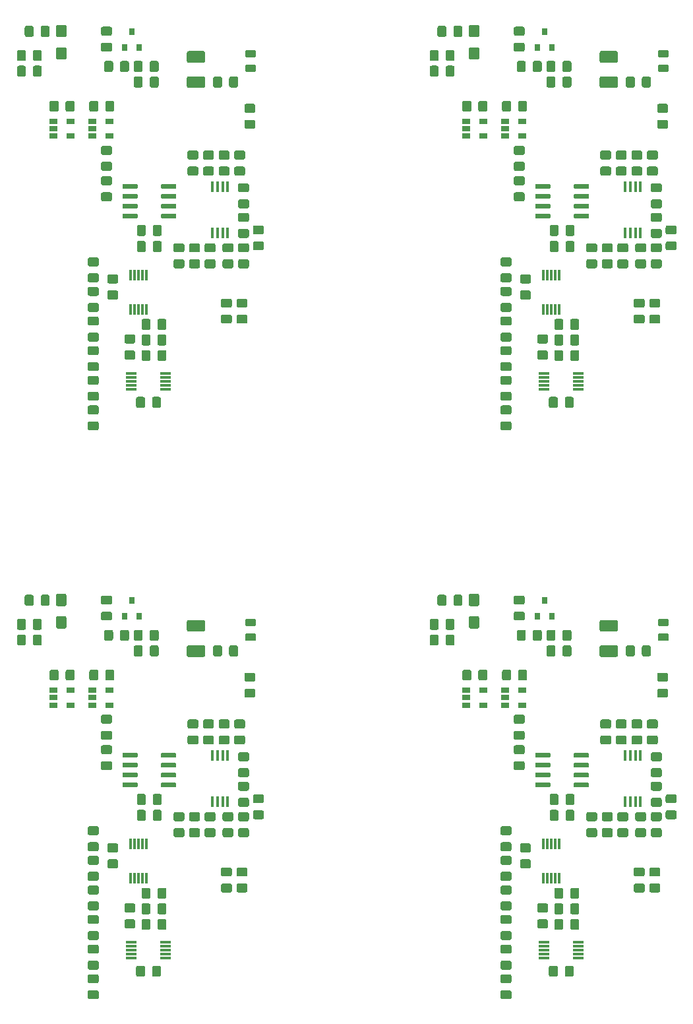
<source format=gbr>
%TF.GenerationSoftware,KiCad,Pcbnew,(5.1.5)-2*%
%TF.CreationDate,2020-06-14T05:32:05+12:00*%
%TF.ProjectId,output.RGB-to-component-panel,6f757470-7574-42e5-9247-422d746f2d63,rev?*%
%TF.SameCoordinates,Original*%
%TF.FileFunction,Paste,Top*%
%TF.FilePolarity,Positive*%
%FSLAX46Y46*%
G04 Gerber Fmt 4.6, Leading zero omitted, Abs format (unit mm)*
G04 Created by KiCad (PCBNEW (5.1.5)-2) date 2020-06-14 05:32:05*
%MOMM*%
%LPD*%
G04 APERTURE LIST*
%ADD10C,0.100000*%
%ADD11R,0.800000X0.900000*%
%ADD12R,1.400000X0.300000*%
%ADD13R,1.060000X0.650000*%
%ADD14R,0.300000X1.400000*%
%ADD15R,0.450000X1.450000*%
G04 APERTURE END LIST*
D10*
G36*
X108074505Y-131401204D02*
G01*
X108098773Y-131404804D01*
X108122572Y-131410765D01*
X108145671Y-131419030D01*
X108167850Y-131429520D01*
X108188893Y-131442132D01*
X108208599Y-131456747D01*
X108226777Y-131473223D01*
X108243253Y-131491401D01*
X108257868Y-131511107D01*
X108270480Y-131532150D01*
X108280970Y-131554329D01*
X108289235Y-131577428D01*
X108295196Y-131601227D01*
X108298796Y-131625495D01*
X108300000Y-131649999D01*
X108300000Y-132300001D01*
X108298796Y-132324505D01*
X108295196Y-132348773D01*
X108289235Y-132372572D01*
X108280970Y-132395671D01*
X108270480Y-132417850D01*
X108257868Y-132438893D01*
X108243253Y-132458599D01*
X108226777Y-132476777D01*
X108208599Y-132493253D01*
X108188893Y-132507868D01*
X108167850Y-132520480D01*
X108145671Y-132530970D01*
X108122572Y-132539235D01*
X108098773Y-132545196D01*
X108074505Y-132548796D01*
X108050001Y-132550000D01*
X107149999Y-132550000D01*
X107125495Y-132548796D01*
X107101227Y-132545196D01*
X107077428Y-132539235D01*
X107054329Y-132530970D01*
X107032150Y-132520480D01*
X107011107Y-132507868D01*
X106991401Y-132493253D01*
X106973223Y-132476777D01*
X106956747Y-132458599D01*
X106942132Y-132438893D01*
X106929520Y-132417850D01*
X106919030Y-132395671D01*
X106910765Y-132372572D01*
X106904804Y-132348773D01*
X106901204Y-132324505D01*
X106900000Y-132300001D01*
X106900000Y-131649999D01*
X106901204Y-131625495D01*
X106904804Y-131601227D01*
X106910765Y-131577428D01*
X106919030Y-131554329D01*
X106929520Y-131532150D01*
X106942132Y-131511107D01*
X106956747Y-131491401D01*
X106973223Y-131473223D01*
X106991401Y-131456747D01*
X107011107Y-131442132D01*
X107032150Y-131429520D01*
X107054329Y-131419030D01*
X107077428Y-131410765D01*
X107101227Y-131404804D01*
X107125495Y-131401204D01*
X107149999Y-131400000D01*
X108050001Y-131400000D01*
X108074505Y-131401204D01*
G37*
G36*
X108074505Y-133451204D02*
G01*
X108098773Y-133454804D01*
X108122572Y-133460765D01*
X108145671Y-133469030D01*
X108167850Y-133479520D01*
X108188893Y-133492132D01*
X108208599Y-133506747D01*
X108226777Y-133523223D01*
X108243253Y-133541401D01*
X108257868Y-133561107D01*
X108270480Y-133582150D01*
X108280970Y-133604329D01*
X108289235Y-133627428D01*
X108295196Y-133651227D01*
X108298796Y-133675495D01*
X108300000Y-133699999D01*
X108300000Y-134350001D01*
X108298796Y-134374505D01*
X108295196Y-134398773D01*
X108289235Y-134422572D01*
X108280970Y-134445671D01*
X108270480Y-134467850D01*
X108257868Y-134488893D01*
X108243253Y-134508599D01*
X108226777Y-134526777D01*
X108208599Y-134543253D01*
X108188893Y-134557868D01*
X108167850Y-134570480D01*
X108145671Y-134580970D01*
X108122572Y-134589235D01*
X108098773Y-134595196D01*
X108074505Y-134598796D01*
X108050001Y-134600000D01*
X107149999Y-134600000D01*
X107125495Y-134598796D01*
X107101227Y-134595196D01*
X107077428Y-134589235D01*
X107054329Y-134580970D01*
X107032150Y-134570480D01*
X107011107Y-134557868D01*
X106991401Y-134543253D01*
X106973223Y-134526777D01*
X106956747Y-134508599D01*
X106942132Y-134488893D01*
X106929520Y-134467850D01*
X106919030Y-134445671D01*
X106910765Y-134422572D01*
X106904804Y-134398773D01*
X106901204Y-134374505D01*
X106900000Y-134350001D01*
X106900000Y-133699999D01*
X106901204Y-133675495D01*
X106904804Y-133651227D01*
X106910765Y-133627428D01*
X106919030Y-133604329D01*
X106929520Y-133582150D01*
X106942132Y-133561107D01*
X106956747Y-133541401D01*
X106973223Y-133523223D01*
X106991401Y-133506747D01*
X107011107Y-133492132D01*
X107032150Y-133479520D01*
X107054329Y-133469030D01*
X107077428Y-133460765D01*
X107101227Y-133454804D01*
X107125495Y-133451204D01*
X107149999Y-133450000D01*
X108050001Y-133450000D01*
X108074505Y-133451204D01*
G37*
G36*
X108574505Y-145351204D02*
G01*
X108598773Y-145354804D01*
X108622572Y-145360765D01*
X108645671Y-145369030D01*
X108667850Y-145379520D01*
X108688893Y-145392132D01*
X108708599Y-145406747D01*
X108726777Y-145423223D01*
X108743253Y-145441401D01*
X108757868Y-145461107D01*
X108770480Y-145482150D01*
X108780970Y-145504329D01*
X108789235Y-145527428D01*
X108795196Y-145551227D01*
X108798796Y-145575495D01*
X108800000Y-145599999D01*
X108800000Y-146250001D01*
X108798796Y-146274505D01*
X108795196Y-146298773D01*
X108789235Y-146322572D01*
X108780970Y-146345671D01*
X108770480Y-146367850D01*
X108757868Y-146388893D01*
X108743253Y-146408599D01*
X108726777Y-146426777D01*
X108708599Y-146443253D01*
X108688893Y-146457868D01*
X108667850Y-146470480D01*
X108645671Y-146480970D01*
X108622572Y-146489235D01*
X108598773Y-146495196D01*
X108574505Y-146498796D01*
X108550001Y-146500000D01*
X107649999Y-146500000D01*
X107625495Y-146498796D01*
X107601227Y-146495196D01*
X107577428Y-146489235D01*
X107554329Y-146480970D01*
X107532150Y-146470480D01*
X107511107Y-146457868D01*
X107491401Y-146443253D01*
X107473223Y-146426777D01*
X107456747Y-146408599D01*
X107442132Y-146388893D01*
X107429520Y-146367850D01*
X107419030Y-146345671D01*
X107410765Y-146322572D01*
X107404804Y-146298773D01*
X107401204Y-146274505D01*
X107400000Y-146250001D01*
X107400000Y-145599999D01*
X107401204Y-145575495D01*
X107404804Y-145551227D01*
X107410765Y-145527428D01*
X107419030Y-145504329D01*
X107429520Y-145482150D01*
X107442132Y-145461107D01*
X107456747Y-145441401D01*
X107473223Y-145423223D01*
X107491401Y-145406747D01*
X107511107Y-145392132D01*
X107532150Y-145379520D01*
X107554329Y-145369030D01*
X107577428Y-145360765D01*
X107601227Y-145354804D01*
X107625495Y-145351204D01*
X107649999Y-145350000D01*
X108550001Y-145350000D01*
X108574505Y-145351204D01*
G37*
G36*
X108574505Y-143301204D02*
G01*
X108598773Y-143304804D01*
X108622572Y-143310765D01*
X108645671Y-143319030D01*
X108667850Y-143329520D01*
X108688893Y-143342132D01*
X108708599Y-143356747D01*
X108726777Y-143373223D01*
X108743253Y-143391401D01*
X108757868Y-143411107D01*
X108770480Y-143432150D01*
X108780970Y-143454329D01*
X108789235Y-143477428D01*
X108795196Y-143501227D01*
X108798796Y-143525495D01*
X108800000Y-143549999D01*
X108800000Y-144200001D01*
X108798796Y-144224505D01*
X108795196Y-144248773D01*
X108789235Y-144272572D01*
X108780970Y-144295671D01*
X108770480Y-144317850D01*
X108757868Y-144338893D01*
X108743253Y-144358599D01*
X108726777Y-144376777D01*
X108708599Y-144393253D01*
X108688893Y-144407868D01*
X108667850Y-144420480D01*
X108645671Y-144430970D01*
X108622572Y-144439235D01*
X108598773Y-144445196D01*
X108574505Y-144448796D01*
X108550001Y-144450000D01*
X107649999Y-144450000D01*
X107625495Y-144448796D01*
X107601227Y-144445196D01*
X107577428Y-144439235D01*
X107554329Y-144430970D01*
X107532150Y-144420480D01*
X107511107Y-144407868D01*
X107491401Y-144393253D01*
X107473223Y-144376777D01*
X107456747Y-144358599D01*
X107442132Y-144338893D01*
X107429520Y-144317850D01*
X107419030Y-144295671D01*
X107410765Y-144272572D01*
X107404804Y-144248773D01*
X107401204Y-144224505D01*
X107400000Y-144200001D01*
X107400000Y-143549999D01*
X107401204Y-143525495D01*
X107404804Y-143501227D01*
X107410765Y-143477428D01*
X107419030Y-143454329D01*
X107429520Y-143432150D01*
X107442132Y-143411107D01*
X107456747Y-143391401D01*
X107473223Y-143373223D01*
X107491401Y-143356747D01*
X107511107Y-143342132D01*
X107532150Y-143329520D01*
X107554329Y-143319030D01*
X107577428Y-143310765D01*
X107601227Y-143304804D01*
X107625495Y-143301204D01*
X107649999Y-143300000D01*
X108550001Y-143300000D01*
X108574505Y-143301204D01*
G37*
G36*
X95174505Y-119901204D02*
G01*
X95198773Y-119904804D01*
X95222572Y-119910765D01*
X95245671Y-119919030D01*
X95267850Y-119929520D01*
X95288893Y-119942132D01*
X95308599Y-119956747D01*
X95326777Y-119973223D01*
X95343253Y-119991401D01*
X95357868Y-120011107D01*
X95370480Y-120032150D01*
X95380970Y-120054329D01*
X95389235Y-120077428D01*
X95395196Y-120101227D01*
X95398796Y-120125495D01*
X95400000Y-120149999D01*
X95400000Y-121050001D01*
X95398796Y-121074505D01*
X95395196Y-121098773D01*
X95389235Y-121122572D01*
X95380970Y-121145671D01*
X95370480Y-121167850D01*
X95357868Y-121188893D01*
X95343253Y-121208599D01*
X95326777Y-121226777D01*
X95308599Y-121243253D01*
X95288893Y-121257868D01*
X95267850Y-121270480D01*
X95245671Y-121280970D01*
X95222572Y-121289235D01*
X95198773Y-121295196D01*
X95174505Y-121298796D01*
X95150001Y-121300000D01*
X94499999Y-121300000D01*
X94475495Y-121298796D01*
X94451227Y-121295196D01*
X94427428Y-121289235D01*
X94404329Y-121280970D01*
X94382150Y-121270480D01*
X94361107Y-121257868D01*
X94341401Y-121243253D01*
X94323223Y-121226777D01*
X94306747Y-121208599D01*
X94292132Y-121188893D01*
X94279520Y-121167850D01*
X94269030Y-121145671D01*
X94260765Y-121122572D01*
X94254804Y-121098773D01*
X94251204Y-121074505D01*
X94250000Y-121050001D01*
X94250000Y-120149999D01*
X94251204Y-120125495D01*
X94254804Y-120101227D01*
X94260765Y-120077428D01*
X94269030Y-120054329D01*
X94279520Y-120032150D01*
X94292132Y-120011107D01*
X94306747Y-119991401D01*
X94323223Y-119973223D01*
X94341401Y-119956747D01*
X94361107Y-119942132D01*
X94382150Y-119929520D01*
X94404329Y-119919030D01*
X94427428Y-119910765D01*
X94451227Y-119904804D01*
X94475495Y-119901204D01*
X94499999Y-119900000D01*
X95150001Y-119900000D01*
X95174505Y-119901204D01*
G37*
G36*
X93124505Y-119901204D02*
G01*
X93148773Y-119904804D01*
X93172572Y-119910765D01*
X93195671Y-119919030D01*
X93217850Y-119929520D01*
X93238893Y-119942132D01*
X93258599Y-119956747D01*
X93276777Y-119973223D01*
X93293253Y-119991401D01*
X93307868Y-120011107D01*
X93320480Y-120032150D01*
X93330970Y-120054329D01*
X93339235Y-120077428D01*
X93345196Y-120101227D01*
X93348796Y-120125495D01*
X93350000Y-120149999D01*
X93350000Y-121050001D01*
X93348796Y-121074505D01*
X93345196Y-121098773D01*
X93339235Y-121122572D01*
X93330970Y-121145671D01*
X93320480Y-121167850D01*
X93307868Y-121188893D01*
X93293253Y-121208599D01*
X93276777Y-121226777D01*
X93258599Y-121243253D01*
X93238893Y-121257868D01*
X93217850Y-121270480D01*
X93195671Y-121280970D01*
X93172572Y-121289235D01*
X93148773Y-121295196D01*
X93124505Y-121298796D01*
X93100001Y-121300000D01*
X92449999Y-121300000D01*
X92425495Y-121298796D01*
X92401227Y-121295196D01*
X92377428Y-121289235D01*
X92354329Y-121280970D01*
X92332150Y-121270480D01*
X92311107Y-121257868D01*
X92291401Y-121243253D01*
X92273223Y-121226777D01*
X92256747Y-121208599D01*
X92242132Y-121188893D01*
X92229520Y-121167850D01*
X92219030Y-121145671D01*
X92210765Y-121122572D01*
X92204804Y-121098773D01*
X92201204Y-121074505D01*
X92200000Y-121050001D01*
X92200000Y-120149999D01*
X92201204Y-120125495D01*
X92204804Y-120101227D01*
X92210765Y-120077428D01*
X92219030Y-120054329D01*
X92229520Y-120032150D01*
X92242132Y-120011107D01*
X92256747Y-119991401D01*
X92273223Y-119973223D01*
X92291401Y-119956747D01*
X92311107Y-119942132D01*
X92332150Y-119929520D01*
X92354329Y-119919030D01*
X92377428Y-119910765D01*
X92401227Y-119904804D01*
X92425495Y-119901204D01*
X92449999Y-119900000D01*
X93100001Y-119900000D01*
X93124505Y-119901204D01*
G37*
G36*
X91274505Y-164101204D02*
G01*
X91298773Y-164104804D01*
X91322572Y-164110765D01*
X91345671Y-164119030D01*
X91367850Y-164129520D01*
X91388893Y-164142132D01*
X91408599Y-164156747D01*
X91426777Y-164173223D01*
X91443253Y-164191401D01*
X91457868Y-164211107D01*
X91470480Y-164232150D01*
X91480970Y-164254329D01*
X91489235Y-164277428D01*
X91495196Y-164301227D01*
X91498796Y-164325495D01*
X91500000Y-164349999D01*
X91500000Y-165000001D01*
X91498796Y-165024505D01*
X91495196Y-165048773D01*
X91489235Y-165072572D01*
X91480970Y-165095671D01*
X91470480Y-165117850D01*
X91457868Y-165138893D01*
X91443253Y-165158599D01*
X91426777Y-165176777D01*
X91408599Y-165193253D01*
X91388893Y-165207868D01*
X91367850Y-165220480D01*
X91345671Y-165230970D01*
X91322572Y-165239235D01*
X91298773Y-165245196D01*
X91274505Y-165248796D01*
X91250001Y-165250000D01*
X90349999Y-165250000D01*
X90325495Y-165248796D01*
X90301227Y-165245196D01*
X90277428Y-165239235D01*
X90254329Y-165230970D01*
X90232150Y-165220480D01*
X90211107Y-165207868D01*
X90191401Y-165193253D01*
X90173223Y-165176777D01*
X90156747Y-165158599D01*
X90142132Y-165138893D01*
X90129520Y-165117850D01*
X90119030Y-165095671D01*
X90110765Y-165072572D01*
X90104804Y-165048773D01*
X90101204Y-165024505D01*
X90100000Y-165000001D01*
X90100000Y-164349999D01*
X90101204Y-164325495D01*
X90104804Y-164301227D01*
X90110765Y-164277428D01*
X90119030Y-164254329D01*
X90129520Y-164232150D01*
X90142132Y-164211107D01*
X90156747Y-164191401D01*
X90173223Y-164173223D01*
X90191401Y-164156747D01*
X90211107Y-164142132D01*
X90232150Y-164129520D01*
X90254329Y-164119030D01*
X90277428Y-164110765D01*
X90301227Y-164104804D01*
X90325495Y-164101204D01*
X90349999Y-164100000D01*
X91250001Y-164100000D01*
X91274505Y-164101204D01*
G37*
G36*
X91274505Y-166151204D02*
G01*
X91298773Y-166154804D01*
X91322572Y-166160765D01*
X91345671Y-166169030D01*
X91367850Y-166179520D01*
X91388893Y-166192132D01*
X91408599Y-166206747D01*
X91426777Y-166223223D01*
X91443253Y-166241401D01*
X91457868Y-166261107D01*
X91470480Y-166282150D01*
X91480970Y-166304329D01*
X91489235Y-166327428D01*
X91495196Y-166351227D01*
X91498796Y-166375495D01*
X91500000Y-166399999D01*
X91500000Y-167050001D01*
X91498796Y-167074505D01*
X91495196Y-167098773D01*
X91489235Y-167122572D01*
X91480970Y-167145671D01*
X91470480Y-167167850D01*
X91457868Y-167188893D01*
X91443253Y-167208599D01*
X91426777Y-167226777D01*
X91408599Y-167243253D01*
X91388893Y-167257868D01*
X91367850Y-167270480D01*
X91345671Y-167280970D01*
X91322572Y-167289235D01*
X91298773Y-167295196D01*
X91274505Y-167298796D01*
X91250001Y-167300000D01*
X90349999Y-167300000D01*
X90325495Y-167298796D01*
X90301227Y-167295196D01*
X90277428Y-167289235D01*
X90254329Y-167280970D01*
X90232150Y-167270480D01*
X90211107Y-167257868D01*
X90191401Y-167243253D01*
X90173223Y-167226777D01*
X90156747Y-167208599D01*
X90142132Y-167188893D01*
X90129520Y-167167850D01*
X90119030Y-167145671D01*
X90110765Y-167122572D01*
X90104804Y-167098773D01*
X90101204Y-167074505D01*
X90100000Y-167050001D01*
X90100000Y-166399999D01*
X90101204Y-166375495D01*
X90104804Y-166351227D01*
X90110765Y-166327428D01*
X90119030Y-166304329D01*
X90129520Y-166282150D01*
X90142132Y-166261107D01*
X90156747Y-166241401D01*
X90173223Y-166223223D01*
X90191401Y-166206747D01*
X90211107Y-166192132D01*
X90232150Y-166179520D01*
X90254329Y-166169030D01*
X90277428Y-166160765D01*
X90301227Y-166154804D01*
X90325495Y-166151204D01*
X90349999Y-166150000D01*
X91250001Y-166150000D01*
X91274505Y-166151204D01*
G37*
G36*
X91274505Y-156501204D02*
G01*
X91298773Y-156504804D01*
X91322572Y-156510765D01*
X91345671Y-156519030D01*
X91367850Y-156529520D01*
X91388893Y-156542132D01*
X91408599Y-156556747D01*
X91426777Y-156573223D01*
X91443253Y-156591401D01*
X91457868Y-156611107D01*
X91470480Y-156632150D01*
X91480970Y-156654329D01*
X91489235Y-156677428D01*
X91495196Y-156701227D01*
X91498796Y-156725495D01*
X91500000Y-156749999D01*
X91500000Y-157400001D01*
X91498796Y-157424505D01*
X91495196Y-157448773D01*
X91489235Y-157472572D01*
X91480970Y-157495671D01*
X91470480Y-157517850D01*
X91457868Y-157538893D01*
X91443253Y-157558599D01*
X91426777Y-157576777D01*
X91408599Y-157593253D01*
X91388893Y-157607868D01*
X91367850Y-157620480D01*
X91345671Y-157630970D01*
X91322572Y-157639235D01*
X91298773Y-157645196D01*
X91274505Y-157648796D01*
X91250001Y-157650000D01*
X90349999Y-157650000D01*
X90325495Y-157648796D01*
X90301227Y-157645196D01*
X90277428Y-157639235D01*
X90254329Y-157630970D01*
X90232150Y-157620480D01*
X90211107Y-157607868D01*
X90191401Y-157593253D01*
X90173223Y-157576777D01*
X90156747Y-157558599D01*
X90142132Y-157538893D01*
X90129520Y-157517850D01*
X90119030Y-157495671D01*
X90110765Y-157472572D01*
X90104804Y-157448773D01*
X90101204Y-157424505D01*
X90100000Y-157400001D01*
X90100000Y-156749999D01*
X90101204Y-156725495D01*
X90104804Y-156701227D01*
X90110765Y-156677428D01*
X90119030Y-156654329D01*
X90129520Y-156632150D01*
X90142132Y-156611107D01*
X90156747Y-156591401D01*
X90173223Y-156573223D01*
X90191401Y-156556747D01*
X90211107Y-156542132D01*
X90232150Y-156529520D01*
X90254329Y-156519030D01*
X90277428Y-156510765D01*
X90301227Y-156504804D01*
X90325495Y-156501204D01*
X90349999Y-156500000D01*
X91250001Y-156500000D01*
X91274505Y-156501204D01*
G37*
G36*
X91274505Y-158551204D02*
G01*
X91298773Y-158554804D01*
X91322572Y-158560765D01*
X91345671Y-158569030D01*
X91367850Y-158579520D01*
X91388893Y-158592132D01*
X91408599Y-158606747D01*
X91426777Y-158623223D01*
X91443253Y-158641401D01*
X91457868Y-158661107D01*
X91470480Y-158682150D01*
X91480970Y-158704329D01*
X91489235Y-158727428D01*
X91495196Y-158751227D01*
X91498796Y-158775495D01*
X91500000Y-158799999D01*
X91500000Y-159450001D01*
X91498796Y-159474505D01*
X91495196Y-159498773D01*
X91489235Y-159522572D01*
X91480970Y-159545671D01*
X91470480Y-159567850D01*
X91457868Y-159588893D01*
X91443253Y-159608599D01*
X91426777Y-159626777D01*
X91408599Y-159643253D01*
X91388893Y-159657868D01*
X91367850Y-159670480D01*
X91345671Y-159680970D01*
X91322572Y-159689235D01*
X91298773Y-159695196D01*
X91274505Y-159698796D01*
X91250001Y-159700000D01*
X90349999Y-159700000D01*
X90325495Y-159698796D01*
X90301227Y-159695196D01*
X90277428Y-159689235D01*
X90254329Y-159680970D01*
X90232150Y-159670480D01*
X90211107Y-159657868D01*
X90191401Y-159643253D01*
X90173223Y-159626777D01*
X90156747Y-159608599D01*
X90142132Y-159588893D01*
X90129520Y-159567850D01*
X90119030Y-159545671D01*
X90110765Y-159522572D01*
X90104804Y-159498773D01*
X90101204Y-159474505D01*
X90100000Y-159450001D01*
X90100000Y-158799999D01*
X90101204Y-158775495D01*
X90104804Y-158751227D01*
X90110765Y-158727428D01*
X90119030Y-158704329D01*
X90129520Y-158682150D01*
X90142132Y-158661107D01*
X90156747Y-158641401D01*
X90173223Y-158623223D01*
X90191401Y-158606747D01*
X90211107Y-158592132D01*
X90232150Y-158579520D01*
X90254329Y-158569030D01*
X90277428Y-158560765D01*
X90301227Y-158554804D01*
X90325495Y-158551204D01*
X90349999Y-158550000D01*
X91250001Y-158550000D01*
X91274505Y-158551204D01*
G37*
G36*
X110074505Y-131401204D02*
G01*
X110098773Y-131404804D01*
X110122572Y-131410765D01*
X110145671Y-131419030D01*
X110167850Y-131429520D01*
X110188893Y-131442132D01*
X110208599Y-131456747D01*
X110226777Y-131473223D01*
X110243253Y-131491401D01*
X110257868Y-131511107D01*
X110270480Y-131532150D01*
X110280970Y-131554329D01*
X110289235Y-131577428D01*
X110295196Y-131601227D01*
X110298796Y-131625495D01*
X110300000Y-131649999D01*
X110300000Y-132300001D01*
X110298796Y-132324505D01*
X110295196Y-132348773D01*
X110289235Y-132372572D01*
X110280970Y-132395671D01*
X110270480Y-132417850D01*
X110257868Y-132438893D01*
X110243253Y-132458599D01*
X110226777Y-132476777D01*
X110208599Y-132493253D01*
X110188893Y-132507868D01*
X110167850Y-132520480D01*
X110145671Y-132530970D01*
X110122572Y-132539235D01*
X110098773Y-132545196D01*
X110074505Y-132548796D01*
X110050001Y-132550000D01*
X109149999Y-132550000D01*
X109125495Y-132548796D01*
X109101227Y-132545196D01*
X109077428Y-132539235D01*
X109054329Y-132530970D01*
X109032150Y-132520480D01*
X109011107Y-132507868D01*
X108991401Y-132493253D01*
X108973223Y-132476777D01*
X108956747Y-132458599D01*
X108942132Y-132438893D01*
X108929520Y-132417850D01*
X108919030Y-132395671D01*
X108910765Y-132372572D01*
X108904804Y-132348773D01*
X108901204Y-132324505D01*
X108900000Y-132300001D01*
X108900000Y-131649999D01*
X108901204Y-131625495D01*
X108904804Y-131601227D01*
X108910765Y-131577428D01*
X108919030Y-131554329D01*
X108929520Y-131532150D01*
X108942132Y-131511107D01*
X108956747Y-131491401D01*
X108973223Y-131473223D01*
X108991401Y-131456747D01*
X109011107Y-131442132D01*
X109032150Y-131429520D01*
X109054329Y-131419030D01*
X109077428Y-131410765D01*
X109101227Y-131404804D01*
X109125495Y-131401204D01*
X109149999Y-131400000D01*
X110050001Y-131400000D01*
X110074505Y-131401204D01*
G37*
G36*
X110074505Y-133451204D02*
G01*
X110098773Y-133454804D01*
X110122572Y-133460765D01*
X110145671Y-133469030D01*
X110167850Y-133479520D01*
X110188893Y-133492132D01*
X110208599Y-133506747D01*
X110226777Y-133523223D01*
X110243253Y-133541401D01*
X110257868Y-133561107D01*
X110270480Y-133582150D01*
X110280970Y-133604329D01*
X110289235Y-133627428D01*
X110295196Y-133651227D01*
X110298796Y-133675495D01*
X110300000Y-133699999D01*
X110300000Y-134350001D01*
X110298796Y-134374505D01*
X110295196Y-134398773D01*
X110289235Y-134422572D01*
X110280970Y-134445671D01*
X110270480Y-134467850D01*
X110257868Y-134488893D01*
X110243253Y-134508599D01*
X110226777Y-134526777D01*
X110208599Y-134543253D01*
X110188893Y-134557868D01*
X110167850Y-134570480D01*
X110145671Y-134580970D01*
X110122572Y-134589235D01*
X110098773Y-134595196D01*
X110074505Y-134598796D01*
X110050001Y-134600000D01*
X109149999Y-134600000D01*
X109125495Y-134598796D01*
X109101227Y-134595196D01*
X109077428Y-134589235D01*
X109054329Y-134580970D01*
X109032150Y-134570480D01*
X109011107Y-134557868D01*
X108991401Y-134543253D01*
X108973223Y-134526777D01*
X108956747Y-134508599D01*
X108942132Y-134488893D01*
X108929520Y-134467850D01*
X108919030Y-134445671D01*
X108910765Y-134422572D01*
X108904804Y-134398773D01*
X108901204Y-134374505D01*
X108900000Y-134350001D01*
X108900000Y-133699999D01*
X108901204Y-133675495D01*
X108904804Y-133651227D01*
X108910765Y-133627428D01*
X108919030Y-133604329D01*
X108929520Y-133582150D01*
X108942132Y-133561107D01*
X108956747Y-133541401D01*
X108973223Y-133523223D01*
X108991401Y-133506747D01*
X109011107Y-133492132D01*
X109032150Y-133479520D01*
X109054329Y-133469030D01*
X109077428Y-133460765D01*
X109101227Y-133454804D01*
X109125495Y-133451204D01*
X109149999Y-133450000D01*
X110050001Y-133450000D01*
X110074505Y-133451204D01*
G37*
G36*
X91274505Y-147151204D02*
G01*
X91298773Y-147154804D01*
X91322572Y-147160765D01*
X91345671Y-147169030D01*
X91367850Y-147179520D01*
X91388893Y-147192132D01*
X91408599Y-147206747D01*
X91426777Y-147223223D01*
X91443253Y-147241401D01*
X91457868Y-147261107D01*
X91470480Y-147282150D01*
X91480970Y-147304329D01*
X91489235Y-147327428D01*
X91495196Y-147351227D01*
X91498796Y-147375495D01*
X91500000Y-147399999D01*
X91500000Y-148050001D01*
X91498796Y-148074505D01*
X91495196Y-148098773D01*
X91489235Y-148122572D01*
X91480970Y-148145671D01*
X91470480Y-148167850D01*
X91457868Y-148188893D01*
X91443253Y-148208599D01*
X91426777Y-148226777D01*
X91408599Y-148243253D01*
X91388893Y-148257868D01*
X91367850Y-148270480D01*
X91345671Y-148280970D01*
X91322572Y-148289235D01*
X91298773Y-148295196D01*
X91274505Y-148298796D01*
X91250001Y-148300000D01*
X90349999Y-148300000D01*
X90325495Y-148298796D01*
X90301227Y-148295196D01*
X90277428Y-148289235D01*
X90254329Y-148280970D01*
X90232150Y-148270480D01*
X90211107Y-148257868D01*
X90191401Y-148243253D01*
X90173223Y-148226777D01*
X90156747Y-148208599D01*
X90142132Y-148188893D01*
X90129520Y-148167850D01*
X90119030Y-148145671D01*
X90110765Y-148122572D01*
X90104804Y-148098773D01*
X90101204Y-148074505D01*
X90100000Y-148050001D01*
X90100000Y-147399999D01*
X90101204Y-147375495D01*
X90104804Y-147351227D01*
X90110765Y-147327428D01*
X90119030Y-147304329D01*
X90129520Y-147282150D01*
X90142132Y-147261107D01*
X90156747Y-147241401D01*
X90173223Y-147223223D01*
X90191401Y-147206747D01*
X90211107Y-147192132D01*
X90232150Y-147179520D01*
X90254329Y-147169030D01*
X90277428Y-147160765D01*
X90301227Y-147154804D01*
X90325495Y-147151204D01*
X90349999Y-147150000D01*
X91250001Y-147150000D01*
X91274505Y-147151204D01*
G37*
G36*
X91274505Y-145101204D02*
G01*
X91298773Y-145104804D01*
X91322572Y-145110765D01*
X91345671Y-145119030D01*
X91367850Y-145129520D01*
X91388893Y-145142132D01*
X91408599Y-145156747D01*
X91426777Y-145173223D01*
X91443253Y-145191401D01*
X91457868Y-145211107D01*
X91470480Y-145232150D01*
X91480970Y-145254329D01*
X91489235Y-145277428D01*
X91495196Y-145301227D01*
X91498796Y-145325495D01*
X91500000Y-145349999D01*
X91500000Y-146000001D01*
X91498796Y-146024505D01*
X91495196Y-146048773D01*
X91489235Y-146072572D01*
X91480970Y-146095671D01*
X91470480Y-146117850D01*
X91457868Y-146138893D01*
X91443253Y-146158599D01*
X91426777Y-146176777D01*
X91408599Y-146193253D01*
X91388893Y-146207868D01*
X91367850Y-146220480D01*
X91345671Y-146230970D01*
X91322572Y-146239235D01*
X91298773Y-146245196D01*
X91274505Y-146248796D01*
X91250001Y-146250000D01*
X90349999Y-146250000D01*
X90325495Y-146248796D01*
X90301227Y-146245196D01*
X90277428Y-146239235D01*
X90254329Y-146230970D01*
X90232150Y-146220480D01*
X90211107Y-146207868D01*
X90191401Y-146193253D01*
X90173223Y-146176777D01*
X90156747Y-146158599D01*
X90142132Y-146138893D01*
X90129520Y-146117850D01*
X90119030Y-146095671D01*
X90110765Y-146072572D01*
X90104804Y-146048773D01*
X90101204Y-146024505D01*
X90100000Y-146000001D01*
X90100000Y-145349999D01*
X90101204Y-145325495D01*
X90104804Y-145301227D01*
X90110765Y-145277428D01*
X90119030Y-145254329D01*
X90129520Y-145232150D01*
X90142132Y-145211107D01*
X90156747Y-145191401D01*
X90173223Y-145173223D01*
X90191401Y-145156747D01*
X90211107Y-145142132D01*
X90232150Y-145129520D01*
X90254329Y-145119030D01*
X90277428Y-145110765D01*
X90301227Y-145104804D01*
X90325495Y-145101204D01*
X90349999Y-145100000D01*
X91250001Y-145100000D01*
X91274505Y-145101204D01*
G37*
G36*
X110574505Y-145351204D02*
G01*
X110598773Y-145354804D01*
X110622572Y-145360765D01*
X110645671Y-145369030D01*
X110667850Y-145379520D01*
X110688893Y-145392132D01*
X110708599Y-145406747D01*
X110726777Y-145423223D01*
X110743253Y-145441401D01*
X110757868Y-145461107D01*
X110770480Y-145482150D01*
X110780970Y-145504329D01*
X110789235Y-145527428D01*
X110795196Y-145551227D01*
X110798796Y-145575495D01*
X110800000Y-145599999D01*
X110800000Y-146250001D01*
X110798796Y-146274505D01*
X110795196Y-146298773D01*
X110789235Y-146322572D01*
X110780970Y-146345671D01*
X110770480Y-146367850D01*
X110757868Y-146388893D01*
X110743253Y-146408599D01*
X110726777Y-146426777D01*
X110708599Y-146443253D01*
X110688893Y-146457868D01*
X110667850Y-146470480D01*
X110645671Y-146480970D01*
X110622572Y-146489235D01*
X110598773Y-146495196D01*
X110574505Y-146498796D01*
X110550001Y-146500000D01*
X109649999Y-146500000D01*
X109625495Y-146498796D01*
X109601227Y-146495196D01*
X109577428Y-146489235D01*
X109554329Y-146480970D01*
X109532150Y-146470480D01*
X109511107Y-146457868D01*
X109491401Y-146443253D01*
X109473223Y-146426777D01*
X109456747Y-146408599D01*
X109442132Y-146388893D01*
X109429520Y-146367850D01*
X109419030Y-146345671D01*
X109410765Y-146322572D01*
X109404804Y-146298773D01*
X109401204Y-146274505D01*
X109400000Y-146250001D01*
X109400000Y-145599999D01*
X109401204Y-145575495D01*
X109404804Y-145551227D01*
X109410765Y-145527428D01*
X109419030Y-145504329D01*
X109429520Y-145482150D01*
X109442132Y-145461107D01*
X109456747Y-145441401D01*
X109473223Y-145423223D01*
X109491401Y-145406747D01*
X109511107Y-145392132D01*
X109532150Y-145379520D01*
X109554329Y-145369030D01*
X109577428Y-145360765D01*
X109601227Y-145354804D01*
X109625495Y-145351204D01*
X109649999Y-145350000D01*
X110550001Y-145350000D01*
X110574505Y-145351204D01*
G37*
G36*
X110574505Y-143301204D02*
G01*
X110598773Y-143304804D01*
X110622572Y-143310765D01*
X110645671Y-143319030D01*
X110667850Y-143329520D01*
X110688893Y-143342132D01*
X110708599Y-143356747D01*
X110726777Y-143373223D01*
X110743253Y-143391401D01*
X110757868Y-143411107D01*
X110770480Y-143432150D01*
X110780970Y-143454329D01*
X110789235Y-143477428D01*
X110795196Y-143501227D01*
X110798796Y-143525495D01*
X110800000Y-143549999D01*
X110800000Y-144200001D01*
X110798796Y-144224505D01*
X110795196Y-144248773D01*
X110789235Y-144272572D01*
X110780970Y-144295671D01*
X110770480Y-144317850D01*
X110757868Y-144338893D01*
X110743253Y-144358599D01*
X110726777Y-144376777D01*
X110708599Y-144393253D01*
X110688893Y-144407868D01*
X110667850Y-144420480D01*
X110645671Y-144430970D01*
X110622572Y-144439235D01*
X110598773Y-144445196D01*
X110574505Y-144448796D01*
X110550001Y-144450000D01*
X109649999Y-144450000D01*
X109625495Y-144448796D01*
X109601227Y-144445196D01*
X109577428Y-144439235D01*
X109554329Y-144430970D01*
X109532150Y-144420480D01*
X109511107Y-144407868D01*
X109491401Y-144393253D01*
X109473223Y-144376777D01*
X109456747Y-144358599D01*
X109442132Y-144338893D01*
X109429520Y-144317850D01*
X109419030Y-144295671D01*
X109410765Y-144272572D01*
X109404804Y-144248773D01*
X109401204Y-144224505D01*
X109400000Y-144200001D01*
X109400000Y-143549999D01*
X109401204Y-143525495D01*
X109404804Y-143501227D01*
X109410765Y-143477428D01*
X109419030Y-143454329D01*
X109429520Y-143432150D01*
X109442132Y-143411107D01*
X109456747Y-143391401D01*
X109473223Y-143373223D01*
X109491401Y-143356747D01*
X109511107Y-143342132D01*
X109532150Y-143329520D01*
X109554329Y-143319030D01*
X109577428Y-143310765D01*
X109601227Y-143304804D01*
X109625495Y-143301204D01*
X109649999Y-143300000D01*
X110550001Y-143300000D01*
X110574505Y-143301204D01*
G37*
G36*
X95974505Y-157051204D02*
G01*
X95998773Y-157054804D01*
X96022572Y-157060765D01*
X96045671Y-157069030D01*
X96067850Y-157079520D01*
X96088893Y-157092132D01*
X96108599Y-157106747D01*
X96126777Y-157123223D01*
X96143253Y-157141401D01*
X96157868Y-157161107D01*
X96170480Y-157182150D01*
X96180970Y-157204329D01*
X96189235Y-157227428D01*
X96195196Y-157251227D01*
X96198796Y-157275495D01*
X96200000Y-157299999D01*
X96200000Y-157950001D01*
X96198796Y-157974505D01*
X96195196Y-157998773D01*
X96189235Y-158022572D01*
X96180970Y-158045671D01*
X96170480Y-158067850D01*
X96157868Y-158088893D01*
X96143253Y-158108599D01*
X96126777Y-158126777D01*
X96108599Y-158143253D01*
X96088893Y-158157868D01*
X96067850Y-158170480D01*
X96045671Y-158180970D01*
X96022572Y-158189235D01*
X95998773Y-158195196D01*
X95974505Y-158198796D01*
X95950001Y-158200000D01*
X95049999Y-158200000D01*
X95025495Y-158198796D01*
X95001227Y-158195196D01*
X94977428Y-158189235D01*
X94954329Y-158180970D01*
X94932150Y-158170480D01*
X94911107Y-158157868D01*
X94891401Y-158143253D01*
X94873223Y-158126777D01*
X94856747Y-158108599D01*
X94842132Y-158088893D01*
X94829520Y-158067850D01*
X94819030Y-158045671D01*
X94810765Y-158022572D01*
X94804804Y-157998773D01*
X94801204Y-157974505D01*
X94800000Y-157950001D01*
X94800000Y-157299999D01*
X94801204Y-157275495D01*
X94804804Y-157251227D01*
X94810765Y-157227428D01*
X94819030Y-157204329D01*
X94829520Y-157182150D01*
X94842132Y-157161107D01*
X94856747Y-157141401D01*
X94873223Y-157123223D01*
X94891401Y-157106747D01*
X94911107Y-157092132D01*
X94932150Y-157079520D01*
X94954329Y-157069030D01*
X94977428Y-157060765D01*
X95001227Y-157054804D01*
X95025495Y-157051204D01*
X95049999Y-157050000D01*
X95950001Y-157050000D01*
X95974505Y-157051204D01*
G37*
G36*
X95974505Y-155001204D02*
G01*
X95998773Y-155004804D01*
X96022572Y-155010765D01*
X96045671Y-155019030D01*
X96067850Y-155029520D01*
X96088893Y-155042132D01*
X96108599Y-155056747D01*
X96126777Y-155073223D01*
X96143253Y-155091401D01*
X96157868Y-155111107D01*
X96170480Y-155132150D01*
X96180970Y-155154329D01*
X96189235Y-155177428D01*
X96195196Y-155201227D01*
X96198796Y-155225495D01*
X96200000Y-155249999D01*
X96200000Y-155900001D01*
X96198796Y-155924505D01*
X96195196Y-155948773D01*
X96189235Y-155972572D01*
X96180970Y-155995671D01*
X96170480Y-156017850D01*
X96157868Y-156038893D01*
X96143253Y-156058599D01*
X96126777Y-156076777D01*
X96108599Y-156093253D01*
X96088893Y-156107868D01*
X96067850Y-156120480D01*
X96045671Y-156130970D01*
X96022572Y-156139235D01*
X95998773Y-156145196D01*
X95974505Y-156148796D01*
X95950001Y-156150000D01*
X95049999Y-156150000D01*
X95025495Y-156148796D01*
X95001227Y-156145196D01*
X94977428Y-156139235D01*
X94954329Y-156130970D01*
X94932150Y-156120480D01*
X94911107Y-156107868D01*
X94891401Y-156093253D01*
X94873223Y-156076777D01*
X94856747Y-156058599D01*
X94842132Y-156038893D01*
X94829520Y-156017850D01*
X94819030Y-155995671D01*
X94810765Y-155972572D01*
X94804804Y-155948773D01*
X94801204Y-155924505D01*
X94800000Y-155900001D01*
X94800000Y-155249999D01*
X94801204Y-155225495D01*
X94804804Y-155201227D01*
X94810765Y-155177428D01*
X94819030Y-155154329D01*
X94829520Y-155132150D01*
X94842132Y-155111107D01*
X94856747Y-155091401D01*
X94873223Y-155073223D01*
X94891401Y-155056747D01*
X94911107Y-155042132D01*
X94932150Y-155029520D01*
X94954329Y-155019030D01*
X94977428Y-155010765D01*
X95001227Y-155004804D01*
X95025495Y-155001204D01*
X95049999Y-155000000D01*
X95950001Y-155000000D01*
X95974505Y-155001204D01*
G37*
G36*
X104074505Y-131401204D02*
G01*
X104098773Y-131404804D01*
X104122572Y-131410765D01*
X104145671Y-131419030D01*
X104167850Y-131429520D01*
X104188893Y-131442132D01*
X104208599Y-131456747D01*
X104226777Y-131473223D01*
X104243253Y-131491401D01*
X104257868Y-131511107D01*
X104270480Y-131532150D01*
X104280970Y-131554329D01*
X104289235Y-131577428D01*
X104295196Y-131601227D01*
X104298796Y-131625495D01*
X104300000Y-131649999D01*
X104300000Y-132300001D01*
X104298796Y-132324505D01*
X104295196Y-132348773D01*
X104289235Y-132372572D01*
X104280970Y-132395671D01*
X104270480Y-132417850D01*
X104257868Y-132438893D01*
X104243253Y-132458599D01*
X104226777Y-132476777D01*
X104208599Y-132493253D01*
X104188893Y-132507868D01*
X104167850Y-132520480D01*
X104145671Y-132530970D01*
X104122572Y-132539235D01*
X104098773Y-132545196D01*
X104074505Y-132548796D01*
X104050001Y-132550000D01*
X103149999Y-132550000D01*
X103125495Y-132548796D01*
X103101227Y-132545196D01*
X103077428Y-132539235D01*
X103054329Y-132530970D01*
X103032150Y-132520480D01*
X103011107Y-132507868D01*
X102991401Y-132493253D01*
X102973223Y-132476777D01*
X102956747Y-132458599D01*
X102942132Y-132438893D01*
X102929520Y-132417850D01*
X102919030Y-132395671D01*
X102910765Y-132372572D01*
X102904804Y-132348773D01*
X102901204Y-132324505D01*
X102900000Y-132300001D01*
X102900000Y-131649999D01*
X102901204Y-131625495D01*
X102904804Y-131601227D01*
X102910765Y-131577428D01*
X102919030Y-131554329D01*
X102929520Y-131532150D01*
X102942132Y-131511107D01*
X102956747Y-131491401D01*
X102973223Y-131473223D01*
X102991401Y-131456747D01*
X103011107Y-131442132D01*
X103032150Y-131429520D01*
X103054329Y-131419030D01*
X103077428Y-131410765D01*
X103101227Y-131404804D01*
X103125495Y-131401204D01*
X103149999Y-131400000D01*
X104050001Y-131400000D01*
X104074505Y-131401204D01*
G37*
G36*
X104074505Y-133451204D02*
G01*
X104098773Y-133454804D01*
X104122572Y-133460765D01*
X104145671Y-133469030D01*
X104167850Y-133479520D01*
X104188893Y-133492132D01*
X104208599Y-133506747D01*
X104226777Y-133523223D01*
X104243253Y-133541401D01*
X104257868Y-133561107D01*
X104270480Y-133582150D01*
X104280970Y-133604329D01*
X104289235Y-133627428D01*
X104295196Y-133651227D01*
X104298796Y-133675495D01*
X104300000Y-133699999D01*
X104300000Y-134350001D01*
X104298796Y-134374505D01*
X104295196Y-134398773D01*
X104289235Y-134422572D01*
X104280970Y-134445671D01*
X104270480Y-134467850D01*
X104257868Y-134488893D01*
X104243253Y-134508599D01*
X104226777Y-134526777D01*
X104208599Y-134543253D01*
X104188893Y-134557868D01*
X104167850Y-134570480D01*
X104145671Y-134580970D01*
X104122572Y-134589235D01*
X104098773Y-134595196D01*
X104074505Y-134598796D01*
X104050001Y-134600000D01*
X103149999Y-134600000D01*
X103125495Y-134598796D01*
X103101227Y-134595196D01*
X103077428Y-134589235D01*
X103054329Y-134580970D01*
X103032150Y-134570480D01*
X103011107Y-134557868D01*
X102991401Y-134543253D01*
X102973223Y-134526777D01*
X102956747Y-134508599D01*
X102942132Y-134488893D01*
X102929520Y-134467850D01*
X102919030Y-134445671D01*
X102910765Y-134422572D01*
X102904804Y-134398773D01*
X102901204Y-134374505D01*
X102900000Y-134350001D01*
X102900000Y-133699999D01*
X102901204Y-133675495D01*
X102904804Y-133651227D01*
X102910765Y-133627428D01*
X102919030Y-133604329D01*
X102929520Y-133582150D01*
X102942132Y-133561107D01*
X102956747Y-133541401D01*
X102973223Y-133523223D01*
X102991401Y-133506747D01*
X103011107Y-133492132D01*
X103032150Y-133479520D01*
X103054329Y-133469030D01*
X103077428Y-133460765D01*
X103101227Y-133454804D01*
X103125495Y-133451204D01*
X103149999Y-133450000D01*
X104050001Y-133450000D01*
X104074505Y-133451204D01*
G37*
G36*
X110574505Y-137651204D02*
G01*
X110598773Y-137654804D01*
X110622572Y-137660765D01*
X110645671Y-137669030D01*
X110667850Y-137679520D01*
X110688893Y-137692132D01*
X110708599Y-137706747D01*
X110726777Y-137723223D01*
X110743253Y-137741401D01*
X110757868Y-137761107D01*
X110770480Y-137782150D01*
X110780970Y-137804329D01*
X110789235Y-137827428D01*
X110795196Y-137851227D01*
X110798796Y-137875495D01*
X110800000Y-137899999D01*
X110800000Y-138550001D01*
X110798796Y-138574505D01*
X110795196Y-138598773D01*
X110789235Y-138622572D01*
X110780970Y-138645671D01*
X110770480Y-138667850D01*
X110757868Y-138688893D01*
X110743253Y-138708599D01*
X110726777Y-138726777D01*
X110708599Y-138743253D01*
X110688893Y-138757868D01*
X110667850Y-138770480D01*
X110645671Y-138780970D01*
X110622572Y-138789235D01*
X110598773Y-138795196D01*
X110574505Y-138798796D01*
X110550001Y-138800000D01*
X109649999Y-138800000D01*
X109625495Y-138798796D01*
X109601227Y-138795196D01*
X109577428Y-138789235D01*
X109554329Y-138780970D01*
X109532150Y-138770480D01*
X109511107Y-138757868D01*
X109491401Y-138743253D01*
X109473223Y-138726777D01*
X109456747Y-138708599D01*
X109442132Y-138688893D01*
X109429520Y-138667850D01*
X109419030Y-138645671D01*
X109410765Y-138622572D01*
X109404804Y-138598773D01*
X109401204Y-138574505D01*
X109400000Y-138550001D01*
X109400000Y-137899999D01*
X109401204Y-137875495D01*
X109404804Y-137851227D01*
X109410765Y-137827428D01*
X109419030Y-137804329D01*
X109429520Y-137782150D01*
X109442132Y-137761107D01*
X109456747Y-137741401D01*
X109473223Y-137723223D01*
X109491401Y-137706747D01*
X109511107Y-137692132D01*
X109532150Y-137679520D01*
X109554329Y-137669030D01*
X109577428Y-137660765D01*
X109601227Y-137654804D01*
X109625495Y-137651204D01*
X109649999Y-137650000D01*
X110550001Y-137650000D01*
X110574505Y-137651204D01*
G37*
G36*
X110574505Y-135601204D02*
G01*
X110598773Y-135604804D01*
X110622572Y-135610765D01*
X110645671Y-135619030D01*
X110667850Y-135629520D01*
X110688893Y-135642132D01*
X110708599Y-135656747D01*
X110726777Y-135673223D01*
X110743253Y-135691401D01*
X110757868Y-135711107D01*
X110770480Y-135732150D01*
X110780970Y-135754329D01*
X110789235Y-135777428D01*
X110795196Y-135801227D01*
X110798796Y-135825495D01*
X110800000Y-135849999D01*
X110800000Y-136500001D01*
X110798796Y-136524505D01*
X110795196Y-136548773D01*
X110789235Y-136572572D01*
X110780970Y-136595671D01*
X110770480Y-136617850D01*
X110757868Y-136638893D01*
X110743253Y-136658599D01*
X110726777Y-136676777D01*
X110708599Y-136693253D01*
X110688893Y-136707868D01*
X110667850Y-136720480D01*
X110645671Y-136730970D01*
X110622572Y-136739235D01*
X110598773Y-136745196D01*
X110574505Y-136748796D01*
X110550001Y-136750000D01*
X109649999Y-136750000D01*
X109625495Y-136748796D01*
X109601227Y-136745196D01*
X109577428Y-136739235D01*
X109554329Y-136730970D01*
X109532150Y-136720480D01*
X109511107Y-136707868D01*
X109491401Y-136693253D01*
X109473223Y-136676777D01*
X109456747Y-136658599D01*
X109442132Y-136638893D01*
X109429520Y-136617850D01*
X109419030Y-136595671D01*
X109410765Y-136572572D01*
X109404804Y-136548773D01*
X109401204Y-136524505D01*
X109400000Y-136500001D01*
X109400000Y-135849999D01*
X109401204Y-135825495D01*
X109404804Y-135801227D01*
X109410765Y-135777428D01*
X109419030Y-135754329D01*
X109429520Y-135732150D01*
X109442132Y-135711107D01*
X109456747Y-135691401D01*
X109473223Y-135673223D01*
X109491401Y-135656747D01*
X109511107Y-135642132D01*
X109532150Y-135629520D01*
X109554329Y-135619030D01*
X109577428Y-135610765D01*
X109601227Y-135604804D01*
X109625495Y-135601204D01*
X109649999Y-135600000D01*
X110550001Y-135600000D01*
X110574505Y-135601204D01*
G37*
D11*
X94796000Y-118142000D03*
X96696000Y-118142000D03*
X95746000Y-116142000D03*
D10*
G36*
X98974505Y-119901204D02*
G01*
X98998773Y-119904804D01*
X99022572Y-119910765D01*
X99045671Y-119919030D01*
X99067850Y-119929520D01*
X99088893Y-119942132D01*
X99108599Y-119956747D01*
X99126777Y-119973223D01*
X99143253Y-119991401D01*
X99157868Y-120011107D01*
X99170480Y-120032150D01*
X99180970Y-120054329D01*
X99189235Y-120077428D01*
X99195196Y-120101227D01*
X99198796Y-120125495D01*
X99200000Y-120149999D01*
X99200000Y-121050001D01*
X99198796Y-121074505D01*
X99195196Y-121098773D01*
X99189235Y-121122572D01*
X99180970Y-121145671D01*
X99170480Y-121167850D01*
X99157868Y-121188893D01*
X99143253Y-121208599D01*
X99126777Y-121226777D01*
X99108599Y-121243253D01*
X99088893Y-121257868D01*
X99067850Y-121270480D01*
X99045671Y-121280970D01*
X99022572Y-121289235D01*
X98998773Y-121295196D01*
X98974505Y-121298796D01*
X98950001Y-121300000D01*
X98299999Y-121300000D01*
X98275495Y-121298796D01*
X98251227Y-121295196D01*
X98227428Y-121289235D01*
X98204329Y-121280970D01*
X98182150Y-121270480D01*
X98161107Y-121257868D01*
X98141401Y-121243253D01*
X98123223Y-121226777D01*
X98106747Y-121208599D01*
X98092132Y-121188893D01*
X98079520Y-121167850D01*
X98069030Y-121145671D01*
X98060765Y-121122572D01*
X98054804Y-121098773D01*
X98051204Y-121074505D01*
X98050000Y-121050001D01*
X98050000Y-120149999D01*
X98051204Y-120125495D01*
X98054804Y-120101227D01*
X98060765Y-120077428D01*
X98069030Y-120054329D01*
X98079520Y-120032150D01*
X98092132Y-120011107D01*
X98106747Y-119991401D01*
X98123223Y-119973223D01*
X98141401Y-119956747D01*
X98161107Y-119942132D01*
X98182150Y-119929520D01*
X98204329Y-119919030D01*
X98227428Y-119910765D01*
X98251227Y-119904804D01*
X98275495Y-119901204D01*
X98299999Y-119900000D01*
X98950001Y-119900000D01*
X98974505Y-119901204D01*
G37*
G36*
X96924505Y-119901204D02*
G01*
X96948773Y-119904804D01*
X96972572Y-119910765D01*
X96995671Y-119919030D01*
X97017850Y-119929520D01*
X97038893Y-119942132D01*
X97058599Y-119956747D01*
X97076777Y-119973223D01*
X97093253Y-119991401D01*
X97107868Y-120011107D01*
X97120480Y-120032150D01*
X97130970Y-120054329D01*
X97139235Y-120077428D01*
X97145196Y-120101227D01*
X97148796Y-120125495D01*
X97150000Y-120149999D01*
X97150000Y-121050001D01*
X97148796Y-121074505D01*
X97145196Y-121098773D01*
X97139235Y-121122572D01*
X97130970Y-121145671D01*
X97120480Y-121167850D01*
X97107868Y-121188893D01*
X97093253Y-121208599D01*
X97076777Y-121226777D01*
X97058599Y-121243253D01*
X97038893Y-121257868D01*
X97017850Y-121270480D01*
X96995671Y-121280970D01*
X96972572Y-121289235D01*
X96948773Y-121295196D01*
X96924505Y-121298796D01*
X96900001Y-121300000D01*
X96249999Y-121300000D01*
X96225495Y-121298796D01*
X96201227Y-121295196D01*
X96177428Y-121289235D01*
X96154329Y-121280970D01*
X96132150Y-121270480D01*
X96111107Y-121257868D01*
X96091401Y-121243253D01*
X96073223Y-121226777D01*
X96056747Y-121208599D01*
X96042132Y-121188893D01*
X96029520Y-121167850D01*
X96019030Y-121145671D01*
X96010765Y-121122572D01*
X96004804Y-121098773D01*
X96001204Y-121074505D01*
X96000000Y-121050001D01*
X96000000Y-120149999D01*
X96001204Y-120125495D01*
X96004804Y-120101227D01*
X96010765Y-120077428D01*
X96019030Y-120054329D01*
X96029520Y-120032150D01*
X96042132Y-120011107D01*
X96056747Y-119991401D01*
X96073223Y-119973223D01*
X96091401Y-119956747D01*
X96111107Y-119942132D01*
X96132150Y-119929520D01*
X96154329Y-119919030D01*
X96177428Y-119910765D01*
X96201227Y-119904804D01*
X96225495Y-119901204D01*
X96249999Y-119900000D01*
X96900001Y-119900000D01*
X96924505Y-119901204D01*
G37*
G36*
X97924505Y-157001204D02*
G01*
X97948773Y-157004804D01*
X97972572Y-157010765D01*
X97995671Y-157019030D01*
X98017850Y-157029520D01*
X98038893Y-157042132D01*
X98058599Y-157056747D01*
X98076777Y-157073223D01*
X98093253Y-157091401D01*
X98107868Y-157111107D01*
X98120480Y-157132150D01*
X98130970Y-157154329D01*
X98139235Y-157177428D01*
X98145196Y-157201227D01*
X98148796Y-157225495D01*
X98150000Y-157249999D01*
X98150000Y-158150001D01*
X98148796Y-158174505D01*
X98145196Y-158198773D01*
X98139235Y-158222572D01*
X98130970Y-158245671D01*
X98120480Y-158267850D01*
X98107868Y-158288893D01*
X98093253Y-158308599D01*
X98076777Y-158326777D01*
X98058599Y-158343253D01*
X98038893Y-158357868D01*
X98017850Y-158370480D01*
X97995671Y-158380970D01*
X97972572Y-158389235D01*
X97948773Y-158395196D01*
X97924505Y-158398796D01*
X97900001Y-158400000D01*
X97249999Y-158400000D01*
X97225495Y-158398796D01*
X97201227Y-158395196D01*
X97177428Y-158389235D01*
X97154329Y-158380970D01*
X97132150Y-158370480D01*
X97111107Y-158357868D01*
X97091401Y-158343253D01*
X97073223Y-158326777D01*
X97056747Y-158308599D01*
X97042132Y-158288893D01*
X97029520Y-158267850D01*
X97019030Y-158245671D01*
X97010765Y-158222572D01*
X97004804Y-158198773D01*
X97001204Y-158174505D01*
X97000000Y-158150001D01*
X97000000Y-157249999D01*
X97001204Y-157225495D01*
X97004804Y-157201227D01*
X97010765Y-157177428D01*
X97019030Y-157154329D01*
X97029520Y-157132150D01*
X97042132Y-157111107D01*
X97056747Y-157091401D01*
X97073223Y-157073223D01*
X97091401Y-157056747D01*
X97111107Y-157042132D01*
X97132150Y-157029520D01*
X97154329Y-157019030D01*
X97177428Y-157010765D01*
X97201227Y-157004804D01*
X97225495Y-157001204D01*
X97249999Y-157000000D01*
X97900001Y-157000000D01*
X97924505Y-157001204D01*
G37*
G36*
X99974505Y-157001204D02*
G01*
X99998773Y-157004804D01*
X100022572Y-157010765D01*
X100045671Y-157019030D01*
X100067850Y-157029520D01*
X100088893Y-157042132D01*
X100108599Y-157056747D01*
X100126777Y-157073223D01*
X100143253Y-157091401D01*
X100157868Y-157111107D01*
X100170480Y-157132150D01*
X100180970Y-157154329D01*
X100189235Y-157177428D01*
X100195196Y-157201227D01*
X100198796Y-157225495D01*
X100200000Y-157249999D01*
X100200000Y-158150001D01*
X100198796Y-158174505D01*
X100195196Y-158198773D01*
X100189235Y-158222572D01*
X100180970Y-158245671D01*
X100170480Y-158267850D01*
X100157868Y-158288893D01*
X100143253Y-158308599D01*
X100126777Y-158326777D01*
X100108599Y-158343253D01*
X100088893Y-158357868D01*
X100067850Y-158370480D01*
X100045671Y-158380970D01*
X100022572Y-158389235D01*
X99998773Y-158395196D01*
X99974505Y-158398796D01*
X99950001Y-158400000D01*
X99299999Y-158400000D01*
X99275495Y-158398796D01*
X99251227Y-158395196D01*
X99227428Y-158389235D01*
X99204329Y-158380970D01*
X99182150Y-158370480D01*
X99161107Y-158357868D01*
X99141401Y-158343253D01*
X99123223Y-158326777D01*
X99106747Y-158308599D01*
X99092132Y-158288893D01*
X99079520Y-158267850D01*
X99069030Y-158245671D01*
X99060765Y-158222572D01*
X99054804Y-158198773D01*
X99051204Y-158174505D01*
X99050000Y-158150001D01*
X99050000Y-157249999D01*
X99051204Y-157225495D01*
X99054804Y-157201227D01*
X99060765Y-157177428D01*
X99069030Y-157154329D01*
X99079520Y-157132150D01*
X99092132Y-157111107D01*
X99106747Y-157091401D01*
X99123223Y-157073223D01*
X99141401Y-157056747D01*
X99161107Y-157042132D01*
X99182150Y-157029520D01*
X99204329Y-157019030D01*
X99227428Y-157010765D01*
X99251227Y-157004804D01*
X99275495Y-157001204D01*
X99299999Y-157000000D01*
X99950001Y-157000000D01*
X99974505Y-157001204D01*
G37*
G36*
X97924505Y-153001204D02*
G01*
X97948773Y-153004804D01*
X97972572Y-153010765D01*
X97995671Y-153019030D01*
X98017850Y-153029520D01*
X98038893Y-153042132D01*
X98058599Y-153056747D01*
X98076777Y-153073223D01*
X98093253Y-153091401D01*
X98107868Y-153111107D01*
X98120480Y-153132150D01*
X98130970Y-153154329D01*
X98139235Y-153177428D01*
X98145196Y-153201227D01*
X98148796Y-153225495D01*
X98150000Y-153249999D01*
X98150000Y-154150001D01*
X98148796Y-154174505D01*
X98145196Y-154198773D01*
X98139235Y-154222572D01*
X98130970Y-154245671D01*
X98120480Y-154267850D01*
X98107868Y-154288893D01*
X98093253Y-154308599D01*
X98076777Y-154326777D01*
X98058599Y-154343253D01*
X98038893Y-154357868D01*
X98017850Y-154370480D01*
X97995671Y-154380970D01*
X97972572Y-154389235D01*
X97948773Y-154395196D01*
X97924505Y-154398796D01*
X97900001Y-154400000D01*
X97249999Y-154400000D01*
X97225495Y-154398796D01*
X97201227Y-154395196D01*
X97177428Y-154389235D01*
X97154329Y-154380970D01*
X97132150Y-154370480D01*
X97111107Y-154357868D01*
X97091401Y-154343253D01*
X97073223Y-154326777D01*
X97056747Y-154308599D01*
X97042132Y-154288893D01*
X97029520Y-154267850D01*
X97019030Y-154245671D01*
X97010765Y-154222572D01*
X97004804Y-154198773D01*
X97001204Y-154174505D01*
X97000000Y-154150001D01*
X97000000Y-153249999D01*
X97001204Y-153225495D01*
X97004804Y-153201227D01*
X97010765Y-153177428D01*
X97019030Y-153154329D01*
X97029520Y-153132150D01*
X97042132Y-153111107D01*
X97056747Y-153091401D01*
X97073223Y-153073223D01*
X97091401Y-153056747D01*
X97111107Y-153042132D01*
X97132150Y-153029520D01*
X97154329Y-153019030D01*
X97177428Y-153010765D01*
X97201227Y-153004804D01*
X97225495Y-153001204D01*
X97249999Y-153000000D01*
X97900001Y-153000000D01*
X97924505Y-153001204D01*
G37*
G36*
X99974505Y-153001204D02*
G01*
X99998773Y-153004804D01*
X100022572Y-153010765D01*
X100045671Y-153019030D01*
X100067850Y-153029520D01*
X100088893Y-153042132D01*
X100108599Y-153056747D01*
X100126777Y-153073223D01*
X100143253Y-153091401D01*
X100157868Y-153111107D01*
X100170480Y-153132150D01*
X100180970Y-153154329D01*
X100189235Y-153177428D01*
X100195196Y-153201227D01*
X100198796Y-153225495D01*
X100200000Y-153249999D01*
X100200000Y-154150001D01*
X100198796Y-154174505D01*
X100195196Y-154198773D01*
X100189235Y-154222572D01*
X100180970Y-154245671D01*
X100170480Y-154267850D01*
X100157868Y-154288893D01*
X100143253Y-154308599D01*
X100126777Y-154326777D01*
X100108599Y-154343253D01*
X100088893Y-154357868D01*
X100067850Y-154370480D01*
X100045671Y-154380970D01*
X100022572Y-154389235D01*
X99998773Y-154395196D01*
X99974505Y-154398796D01*
X99950001Y-154400000D01*
X99299999Y-154400000D01*
X99275495Y-154398796D01*
X99251227Y-154395196D01*
X99227428Y-154389235D01*
X99204329Y-154380970D01*
X99182150Y-154370480D01*
X99161107Y-154357868D01*
X99141401Y-154343253D01*
X99123223Y-154326777D01*
X99106747Y-154308599D01*
X99092132Y-154288893D01*
X99079520Y-154267850D01*
X99069030Y-154245671D01*
X99060765Y-154222572D01*
X99054804Y-154198773D01*
X99051204Y-154174505D01*
X99050000Y-154150001D01*
X99050000Y-153249999D01*
X99051204Y-153225495D01*
X99054804Y-153201227D01*
X99060765Y-153177428D01*
X99069030Y-153154329D01*
X99079520Y-153132150D01*
X99092132Y-153111107D01*
X99106747Y-153091401D01*
X99123223Y-153073223D01*
X99141401Y-153056747D01*
X99161107Y-153042132D01*
X99182150Y-153029520D01*
X99204329Y-153019030D01*
X99227428Y-153010765D01*
X99251227Y-153004804D01*
X99275495Y-153001204D01*
X99299999Y-153000000D01*
X99950001Y-153000000D01*
X99974505Y-153001204D01*
G37*
G36*
X97924505Y-155001204D02*
G01*
X97948773Y-155004804D01*
X97972572Y-155010765D01*
X97995671Y-155019030D01*
X98017850Y-155029520D01*
X98038893Y-155042132D01*
X98058599Y-155056747D01*
X98076777Y-155073223D01*
X98093253Y-155091401D01*
X98107868Y-155111107D01*
X98120480Y-155132150D01*
X98130970Y-155154329D01*
X98139235Y-155177428D01*
X98145196Y-155201227D01*
X98148796Y-155225495D01*
X98150000Y-155249999D01*
X98150000Y-156150001D01*
X98148796Y-156174505D01*
X98145196Y-156198773D01*
X98139235Y-156222572D01*
X98130970Y-156245671D01*
X98120480Y-156267850D01*
X98107868Y-156288893D01*
X98093253Y-156308599D01*
X98076777Y-156326777D01*
X98058599Y-156343253D01*
X98038893Y-156357868D01*
X98017850Y-156370480D01*
X97995671Y-156380970D01*
X97972572Y-156389235D01*
X97948773Y-156395196D01*
X97924505Y-156398796D01*
X97900001Y-156400000D01*
X97249999Y-156400000D01*
X97225495Y-156398796D01*
X97201227Y-156395196D01*
X97177428Y-156389235D01*
X97154329Y-156380970D01*
X97132150Y-156370480D01*
X97111107Y-156357868D01*
X97091401Y-156343253D01*
X97073223Y-156326777D01*
X97056747Y-156308599D01*
X97042132Y-156288893D01*
X97029520Y-156267850D01*
X97019030Y-156245671D01*
X97010765Y-156222572D01*
X97004804Y-156198773D01*
X97001204Y-156174505D01*
X97000000Y-156150001D01*
X97000000Y-155249999D01*
X97001204Y-155225495D01*
X97004804Y-155201227D01*
X97010765Y-155177428D01*
X97019030Y-155154329D01*
X97029520Y-155132150D01*
X97042132Y-155111107D01*
X97056747Y-155091401D01*
X97073223Y-155073223D01*
X97091401Y-155056747D01*
X97111107Y-155042132D01*
X97132150Y-155029520D01*
X97154329Y-155019030D01*
X97177428Y-155010765D01*
X97201227Y-155004804D01*
X97225495Y-155001204D01*
X97249999Y-155000000D01*
X97900001Y-155000000D01*
X97924505Y-155001204D01*
G37*
G36*
X99974505Y-155001204D02*
G01*
X99998773Y-155004804D01*
X100022572Y-155010765D01*
X100045671Y-155019030D01*
X100067850Y-155029520D01*
X100088893Y-155042132D01*
X100108599Y-155056747D01*
X100126777Y-155073223D01*
X100143253Y-155091401D01*
X100157868Y-155111107D01*
X100170480Y-155132150D01*
X100180970Y-155154329D01*
X100189235Y-155177428D01*
X100195196Y-155201227D01*
X100198796Y-155225495D01*
X100200000Y-155249999D01*
X100200000Y-156150001D01*
X100198796Y-156174505D01*
X100195196Y-156198773D01*
X100189235Y-156222572D01*
X100180970Y-156245671D01*
X100170480Y-156267850D01*
X100157868Y-156288893D01*
X100143253Y-156308599D01*
X100126777Y-156326777D01*
X100108599Y-156343253D01*
X100088893Y-156357868D01*
X100067850Y-156370480D01*
X100045671Y-156380970D01*
X100022572Y-156389235D01*
X99998773Y-156395196D01*
X99974505Y-156398796D01*
X99950001Y-156400000D01*
X99299999Y-156400000D01*
X99275495Y-156398796D01*
X99251227Y-156395196D01*
X99227428Y-156389235D01*
X99204329Y-156380970D01*
X99182150Y-156370480D01*
X99161107Y-156357868D01*
X99141401Y-156343253D01*
X99123223Y-156326777D01*
X99106747Y-156308599D01*
X99092132Y-156288893D01*
X99079520Y-156267850D01*
X99069030Y-156245671D01*
X99060765Y-156222572D01*
X99054804Y-156198773D01*
X99051204Y-156174505D01*
X99050000Y-156150001D01*
X99050000Y-155249999D01*
X99051204Y-155225495D01*
X99054804Y-155201227D01*
X99060765Y-155177428D01*
X99069030Y-155154329D01*
X99079520Y-155132150D01*
X99092132Y-155111107D01*
X99106747Y-155091401D01*
X99123223Y-155073223D01*
X99141401Y-155056747D01*
X99161107Y-155042132D01*
X99182150Y-155029520D01*
X99204329Y-155019030D01*
X99227428Y-155010765D01*
X99251227Y-155004804D01*
X99275495Y-155001204D01*
X99299999Y-155000000D01*
X99950001Y-155000000D01*
X99974505Y-155001204D01*
G37*
G36*
X91274505Y-152701204D02*
G01*
X91298773Y-152704804D01*
X91322572Y-152710765D01*
X91345671Y-152719030D01*
X91367850Y-152729520D01*
X91388893Y-152742132D01*
X91408599Y-152756747D01*
X91426777Y-152773223D01*
X91443253Y-152791401D01*
X91457868Y-152811107D01*
X91470480Y-152832150D01*
X91480970Y-152854329D01*
X91489235Y-152877428D01*
X91495196Y-152901227D01*
X91498796Y-152925495D01*
X91500000Y-152949999D01*
X91500000Y-153600001D01*
X91498796Y-153624505D01*
X91495196Y-153648773D01*
X91489235Y-153672572D01*
X91480970Y-153695671D01*
X91470480Y-153717850D01*
X91457868Y-153738893D01*
X91443253Y-153758599D01*
X91426777Y-153776777D01*
X91408599Y-153793253D01*
X91388893Y-153807868D01*
X91367850Y-153820480D01*
X91345671Y-153830970D01*
X91322572Y-153839235D01*
X91298773Y-153845196D01*
X91274505Y-153848796D01*
X91250001Y-153850000D01*
X90349999Y-153850000D01*
X90325495Y-153848796D01*
X90301227Y-153845196D01*
X90277428Y-153839235D01*
X90254329Y-153830970D01*
X90232150Y-153820480D01*
X90211107Y-153807868D01*
X90191401Y-153793253D01*
X90173223Y-153776777D01*
X90156747Y-153758599D01*
X90142132Y-153738893D01*
X90129520Y-153717850D01*
X90119030Y-153695671D01*
X90110765Y-153672572D01*
X90104804Y-153648773D01*
X90101204Y-153624505D01*
X90100000Y-153600001D01*
X90100000Y-152949999D01*
X90101204Y-152925495D01*
X90104804Y-152901227D01*
X90110765Y-152877428D01*
X90119030Y-152854329D01*
X90129520Y-152832150D01*
X90142132Y-152811107D01*
X90156747Y-152791401D01*
X90173223Y-152773223D01*
X90191401Y-152756747D01*
X90211107Y-152742132D01*
X90232150Y-152729520D01*
X90254329Y-152719030D01*
X90277428Y-152710765D01*
X90301227Y-152704804D01*
X90325495Y-152701204D01*
X90349999Y-152700000D01*
X91250001Y-152700000D01*
X91274505Y-152701204D01*
G37*
G36*
X91274505Y-154751204D02*
G01*
X91298773Y-154754804D01*
X91322572Y-154760765D01*
X91345671Y-154769030D01*
X91367850Y-154779520D01*
X91388893Y-154792132D01*
X91408599Y-154806747D01*
X91426777Y-154823223D01*
X91443253Y-154841401D01*
X91457868Y-154861107D01*
X91470480Y-154882150D01*
X91480970Y-154904329D01*
X91489235Y-154927428D01*
X91495196Y-154951227D01*
X91498796Y-154975495D01*
X91500000Y-154999999D01*
X91500000Y-155650001D01*
X91498796Y-155674505D01*
X91495196Y-155698773D01*
X91489235Y-155722572D01*
X91480970Y-155745671D01*
X91470480Y-155767850D01*
X91457868Y-155788893D01*
X91443253Y-155808599D01*
X91426777Y-155826777D01*
X91408599Y-155843253D01*
X91388893Y-155857868D01*
X91367850Y-155870480D01*
X91345671Y-155880970D01*
X91322572Y-155889235D01*
X91298773Y-155895196D01*
X91274505Y-155898796D01*
X91250001Y-155900000D01*
X90349999Y-155900000D01*
X90325495Y-155898796D01*
X90301227Y-155895196D01*
X90277428Y-155889235D01*
X90254329Y-155880970D01*
X90232150Y-155870480D01*
X90211107Y-155857868D01*
X90191401Y-155843253D01*
X90173223Y-155826777D01*
X90156747Y-155808599D01*
X90142132Y-155788893D01*
X90129520Y-155767850D01*
X90119030Y-155745671D01*
X90110765Y-155722572D01*
X90104804Y-155698773D01*
X90101204Y-155674505D01*
X90100000Y-155650001D01*
X90100000Y-154999999D01*
X90101204Y-154975495D01*
X90104804Y-154951227D01*
X90110765Y-154927428D01*
X90119030Y-154904329D01*
X90129520Y-154882150D01*
X90142132Y-154861107D01*
X90156747Y-154841401D01*
X90173223Y-154823223D01*
X90191401Y-154806747D01*
X90211107Y-154792132D01*
X90232150Y-154779520D01*
X90254329Y-154769030D01*
X90277428Y-154760765D01*
X90301227Y-154754804D01*
X90325495Y-154751204D01*
X90349999Y-154750000D01*
X91250001Y-154750000D01*
X91274505Y-154751204D01*
G37*
G36*
X92974505Y-132851204D02*
G01*
X92998773Y-132854804D01*
X93022572Y-132860765D01*
X93045671Y-132869030D01*
X93067850Y-132879520D01*
X93088893Y-132892132D01*
X93108599Y-132906747D01*
X93126777Y-132923223D01*
X93143253Y-132941401D01*
X93157868Y-132961107D01*
X93170480Y-132982150D01*
X93180970Y-133004329D01*
X93189235Y-133027428D01*
X93195196Y-133051227D01*
X93198796Y-133075495D01*
X93200000Y-133099999D01*
X93200000Y-133750001D01*
X93198796Y-133774505D01*
X93195196Y-133798773D01*
X93189235Y-133822572D01*
X93180970Y-133845671D01*
X93170480Y-133867850D01*
X93157868Y-133888893D01*
X93143253Y-133908599D01*
X93126777Y-133926777D01*
X93108599Y-133943253D01*
X93088893Y-133957868D01*
X93067850Y-133970480D01*
X93045671Y-133980970D01*
X93022572Y-133989235D01*
X92998773Y-133995196D01*
X92974505Y-133998796D01*
X92950001Y-134000000D01*
X92049999Y-134000000D01*
X92025495Y-133998796D01*
X92001227Y-133995196D01*
X91977428Y-133989235D01*
X91954329Y-133980970D01*
X91932150Y-133970480D01*
X91911107Y-133957868D01*
X91891401Y-133943253D01*
X91873223Y-133926777D01*
X91856747Y-133908599D01*
X91842132Y-133888893D01*
X91829520Y-133867850D01*
X91819030Y-133845671D01*
X91810765Y-133822572D01*
X91804804Y-133798773D01*
X91801204Y-133774505D01*
X91800000Y-133750001D01*
X91800000Y-133099999D01*
X91801204Y-133075495D01*
X91804804Y-133051227D01*
X91810765Y-133027428D01*
X91819030Y-133004329D01*
X91829520Y-132982150D01*
X91842132Y-132961107D01*
X91856747Y-132941401D01*
X91873223Y-132923223D01*
X91891401Y-132906747D01*
X91911107Y-132892132D01*
X91932150Y-132879520D01*
X91954329Y-132869030D01*
X91977428Y-132860765D01*
X92001227Y-132854804D01*
X92025495Y-132851204D01*
X92049999Y-132850000D01*
X92950001Y-132850000D01*
X92974505Y-132851204D01*
G37*
G36*
X92974505Y-130801204D02*
G01*
X92998773Y-130804804D01*
X93022572Y-130810765D01*
X93045671Y-130819030D01*
X93067850Y-130829520D01*
X93088893Y-130842132D01*
X93108599Y-130856747D01*
X93126777Y-130873223D01*
X93143253Y-130891401D01*
X93157868Y-130911107D01*
X93170480Y-130932150D01*
X93180970Y-130954329D01*
X93189235Y-130977428D01*
X93195196Y-131001227D01*
X93198796Y-131025495D01*
X93200000Y-131049999D01*
X93200000Y-131700001D01*
X93198796Y-131724505D01*
X93195196Y-131748773D01*
X93189235Y-131772572D01*
X93180970Y-131795671D01*
X93170480Y-131817850D01*
X93157868Y-131838893D01*
X93143253Y-131858599D01*
X93126777Y-131876777D01*
X93108599Y-131893253D01*
X93088893Y-131907868D01*
X93067850Y-131920480D01*
X93045671Y-131930970D01*
X93022572Y-131939235D01*
X92998773Y-131945196D01*
X92974505Y-131948796D01*
X92950001Y-131950000D01*
X92049999Y-131950000D01*
X92025495Y-131948796D01*
X92001227Y-131945196D01*
X91977428Y-131939235D01*
X91954329Y-131930970D01*
X91932150Y-131920480D01*
X91911107Y-131907868D01*
X91891401Y-131893253D01*
X91873223Y-131876777D01*
X91856747Y-131858599D01*
X91842132Y-131838893D01*
X91829520Y-131817850D01*
X91819030Y-131795671D01*
X91810765Y-131772572D01*
X91804804Y-131748773D01*
X91801204Y-131724505D01*
X91800000Y-131700001D01*
X91800000Y-131049999D01*
X91801204Y-131025495D01*
X91804804Y-131001227D01*
X91810765Y-130977428D01*
X91819030Y-130954329D01*
X91829520Y-130932150D01*
X91842132Y-130911107D01*
X91856747Y-130891401D01*
X91873223Y-130873223D01*
X91891401Y-130856747D01*
X91911107Y-130842132D01*
X91932150Y-130829520D01*
X91954329Y-130819030D01*
X91977428Y-130810765D01*
X92001227Y-130804804D01*
X92025495Y-130801204D01*
X92049999Y-130800000D01*
X92950001Y-130800000D01*
X92974505Y-130801204D01*
G37*
G36*
X96364703Y-135695722D02*
G01*
X96379264Y-135697882D01*
X96393543Y-135701459D01*
X96407403Y-135706418D01*
X96420710Y-135712712D01*
X96433336Y-135720280D01*
X96445159Y-135729048D01*
X96456066Y-135738934D01*
X96465952Y-135749841D01*
X96474720Y-135761664D01*
X96482288Y-135774290D01*
X96488582Y-135787597D01*
X96493541Y-135801457D01*
X96497118Y-135815736D01*
X96499278Y-135830297D01*
X96500000Y-135845000D01*
X96500000Y-136145000D01*
X96499278Y-136159703D01*
X96497118Y-136174264D01*
X96493541Y-136188543D01*
X96488582Y-136202403D01*
X96482288Y-136215710D01*
X96474720Y-136228336D01*
X96465952Y-136240159D01*
X96456066Y-136251066D01*
X96445159Y-136260952D01*
X96433336Y-136269720D01*
X96420710Y-136277288D01*
X96407403Y-136283582D01*
X96393543Y-136288541D01*
X96379264Y-136292118D01*
X96364703Y-136294278D01*
X96350000Y-136295000D01*
X94700000Y-136295000D01*
X94685297Y-136294278D01*
X94670736Y-136292118D01*
X94656457Y-136288541D01*
X94642597Y-136283582D01*
X94629290Y-136277288D01*
X94616664Y-136269720D01*
X94604841Y-136260952D01*
X94593934Y-136251066D01*
X94584048Y-136240159D01*
X94575280Y-136228336D01*
X94567712Y-136215710D01*
X94561418Y-136202403D01*
X94556459Y-136188543D01*
X94552882Y-136174264D01*
X94550722Y-136159703D01*
X94550000Y-136145000D01*
X94550000Y-135845000D01*
X94550722Y-135830297D01*
X94552882Y-135815736D01*
X94556459Y-135801457D01*
X94561418Y-135787597D01*
X94567712Y-135774290D01*
X94575280Y-135761664D01*
X94584048Y-135749841D01*
X94593934Y-135738934D01*
X94604841Y-135729048D01*
X94616664Y-135720280D01*
X94629290Y-135712712D01*
X94642597Y-135706418D01*
X94656457Y-135701459D01*
X94670736Y-135697882D01*
X94685297Y-135695722D01*
X94700000Y-135695000D01*
X96350000Y-135695000D01*
X96364703Y-135695722D01*
G37*
G36*
X96364703Y-136965722D02*
G01*
X96379264Y-136967882D01*
X96393543Y-136971459D01*
X96407403Y-136976418D01*
X96420710Y-136982712D01*
X96433336Y-136990280D01*
X96445159Y-136999048D01*
X96456066Y-137008934D01*
X96465952Y-137019841D01*
X96474720Y-137031664D01*
X96482288Y-137044290D01*
X96488582Y-137057597D01*
X96493541Y-137071457D01*
X96497118Y-137085736D01*
X96499278Y-137100297D01*
X96500000Y-137115000D01*
X96500000Y-137415000D01*
X96499278Y-137429703D01*
X96497118Y-137444264D01*
X96493541Y-137458543D01*
X96488582Y-137472403D01*
X96482288Y-137485710D01*
X96474720Y-137498336D01*
X96465952Y-137510159D01*
X96456066Y-137521066D01*
X96445159Y-137530952D01*
X96433336Y-137539720D01*
X96420710Y-137547288D01*
X96407403Y-137553582D01*
X96393543Y-137558541D01*
X96379264Y-137562118D01*
X96364703Y-137564278D01*
X96350000Y-137565000D01*
X94700000Y-137565000D01*
X94685297Y-137564278D01*
X94670736Y-137562118D01*
X94656457Y-137558541D01*
X94642597Y-137553582D01*
X94629290Y-137547288D01*
X94616664Y-137539720D01*
X94604841Y-137530952D01*
X94593934Y-137521066D01*
X94584048Y-137510159D01*
X94575280Y-137498336D01*
X94567712Y-137485710D01*
X94561418Y-137472403D01*
X94556459Y-137458543D01*
X94552882Y-137444264D01*
X94550722Y-137429703D01*
X94550000Y-137415000D01*
X94550000Y-137115000D01*
X94550722Y-137100297D01*
X94552882Y-137085736D01*
X94556459Y-137071457D01*
X94561418Y-137057597D01*
X94567712Y-137044290D01*
X94575280Y-137031664D01*
X94584048Y-137019841D01*
X94593934Y-137008934D01*
X94604841Y-136999048D01*
X94616664Y-136990280D01*
X94629290Y-136982712D01*
X94642597Y-136976418D01*
X94656457Y-136971459D01*
X94670736Y-136967882D01*
X94685297Y-136965722D01*
X94700000Y-136965000D01*
X96350000Y-136965000D01*
X96364703Y-136965722D01*
G37*
G36*
X96364703Y-138235722D02*
G01*
X96379264Y-138237882D01*
X96393543Y-138241459D01*
X96407403Y-138246418D01*
X96420710Y-138252712D01*
X96433336Y-138260280D01*
X96445159Y-138269048D01*
X96456066Y-138278934D01*
X96465952Y-138289841D01*
X96474720Y-138301664D01*
X96482288Y-138314290D01*
X96488582Y-138327597D01*
X96493541Y-138341457D01*
X96497118Y-138355736D01*
X96499278Y-138370297D01*
X96500000Y-138385000D01*
X96500000Y-138685000D01*
X96499278Y-138699703D01*
X96497118Y-138714264D01*
X96493541Y-138728543D01*
X96488582Y-138742403D01*
X96482288Y-138755710D01*
X96474720Y-138768336D01*
X96465952Y-138780159D01*
X96456066Y-138791066D01*
X96445159Y-138800952D01*
X96433336Y-138809720D01*
X96420710Y-138817288D01*
X96407403Y-138823582D01*
X96393543Y-138828541D01*
X96379264Y-138832118D01*
X96364703Y-138834278D01*
X96350000Y-138835000D01*
X94700000Y-138835000D01*
X94685297Y-138834278D01*
X94670736Y-138832118D01*
X94656457Y-138828541D01*
X94642597Y-138823582D01*
X94629290Y-138817288D01*
X94616664Y-138809720D01*
X94604841Y-138800952D01*
X94593934Y-138791066D01*
X94584048Y-138780159D01*
X94575280Y-138768336D01*
X94567712Y-138755710D01*
X94561418Y-138742403D01*
X94556459Y-138728543D01*
X94552882Y-138714264D01*
X94550722Y-138699703D01*
X94550000Y-138685000D01*
X94550000Y-138385000D01*
X94550722Y-138370297D01*
X94552882Y-138355736D01*
X94556459Y-138341457D01*
X94561418Y-138327597D01*
X94567712Y-138314290D01*
X94575280Y-138301664D01*
X94584048Y-138289841D01*
X94593934Y-138278934D01*
X94604841Y-138269048D01*
X94616664Y-138260280D01*
X94629290Y-138252712D01*
X94642597Y-138246418D01*
X94656457Y-138241459D01*
X94670736Y-138237882D01*
X94685297Y-138235722D01*
X94700000Y-138235000D01*
X96350000Y-138235000D01*
X96364703Y-138235722D01*
G37*
G36*
X96364703Y-139505722D02*
G01*
X96379264Y-139507882D01*
X96393543Y-139511459D01*
X96407403Y-139516418D01*
X96420710Y-139522712D01*
X96433336Y-139530280D01*
X96445159Y-139539048D01*
X96456066Y-139548934D01*
X96465952Y-139559841D01*
X96474720Y-139571664D01*
X96482288Y-139584290D01*
X96488582Y-139597597D01*
X96493541Y-139611457D01*
X96497118Y-139625736D01*
X96499278Y-139640297D01*
X96500000Y-139655000D01*
X96500000Y-139955000D01*
X96499278Y-139969703D01*
X96497118Y-139984264D01*
X96493541Y-139998543D01*
X96488582Y-140012403D01*
X96482288Y-140025710D01*
X96474720Y-140038336D01*
X96465952Y-140050159D01*
X96456066Y-140061066D01*
X96445159Y-140070952D01*
X96433336Y-140079720D01*
X96420710Y-140087288D01*
X96407403Y-140093582D01*
X96393543Y-140098541D01*
X96379264Y-140102118D01*
X96364703Y-140104278D01*
X96350000Y-140105000D01*
X94700000Y-140105000D01*
X94685297Y-140104278D01*
X94670736Y-140102118D01*
X94656457Y-140098541D01*
X94642597Y-140093582D01*
X94629290Y-140087288D01*
X94616664Y-140079720D01*
X94604841Y-140070952D01*
X94593934Y-140061066D01*
X94584048Y-140050159D01*
X94575280Y-140038336D01*
X94567712Y-140025710D01*
X94561418Y-140012403D01*
X94556459Y-139998543D01*
X94552882Y-139984264D01*
X94550722Y-139969703D01*
X94550000Y-139955000D01*
X94550000Y-139655000D01*
X94550722Y-139640297D01*
X94552882Y-139625736D01*
X94556459Y-139611457D01*
X94561418Y-139597597D01*
X94567712Y-139584290D01*
X94575280Y-139571664D01*
X94584048Y-139559841D01*
X94593934Y-139548934D01*
X94604841Y-139539048D01*
X94616664Y-139530280D01*
X94629290Y-139522712D01*
X94642597Y-139516418D01*
X94656457Y-139511459D01*
X94670736Y-139507882D01*
X94685297Y-139505722D01*
X94700000Y-139505000D01*
X96350000Y-139505000D01*
X96364703Y-139505722D01*
G37*
G36*
X101314703Y-139505722D02*
G01*
X101329264Y-139507882D01*
X101343543Y-139511459D01*
X101357403Y-139516418D01*
X101370710Y-139522712D01*
X101383336Y-139530280D01*
X101395159Y-139539048D01*
X101406066Y-139548934D01*
X101415952Y-139559841D01*
X101424720Y-139571664D01*
X101432288Y-139584290D01*
X101438582Y-139597597D01*
X101443541Y-139611457D01*
X101447118Y-139625736D01*
X101449278Y-139640297D01*
X101450000Y-139655000D01*
X101450000Y-139955000D01*
X101449278Y-139969703D01*
X101447118Y-139984264D01*
X101443541Y-139998543D01*
X101438582Y-140012403D01*
X101432288Y-140025710D01*
X101424720Y-140038336D01*
X101415952Y-140050159D01*
X101406066Y-140061066D01*
X101395159Y-140070952D01*
X101383336Y-140079720D01*
X101370710Y-140087288D01*
X101357403Y-140093582D01*
X101343543Y-140098541D01*
X101329264Y-140102118D01*
X101314703Y-140104278D01*
X101300000Y-140105000D01*
X99650000Y-140105000D01*
X99635297Y-140104278D01*
X99620736Y-140102118D01*
X99606457Y-140098541D01*
X99592597Y-140093582D01*
X99579290Y-140087288D01*
X99566664Y-140079720D01*
X99554841Y-140070952D01*
X99543934Y-140061066D01*
X99534048Y-140050159D01*
X99525280Y-140038336D01*
X99517712Y-140025710D01*
X99511418Y-140012403D01*
X99506459Y-139998543D01*
X99502882Y-139984264D01*
X99500722Y-139969703D01*
X99500000Y-139955000D01*
X99500000Y-139655000D01*
X99500722Y-139640297D01*
X99502882Y-139625736D01*
X99506459Y-139611457D01*
X99511418Y-139597597D01*
X99517712Y-139584290D01*
X99525280Y-139571664D01*
X99534048Y-139559841D01*
X99543934Y-139548934D01*
X99554841Y-139539048D01*
X99566664Y-139530280D01*
X99579290Y-139522712D01*
X99592597Y-139516418D01*
X99606457Y-139511459D01*
X99620736Y-139507882D01*
X99635297Y-139505722D01*
X99650000Y-139505000D01*
X101300000Y-139505000D01*
X101314703Y-139505722D01*
G37*
G36*
X101314703Y-138235722D02*
G01*
X101329264Y-138237882D01*
X101343543Y-138241459D01*
X101357403Y-138246418D01*
X101370710Y-138252712D01*
X101383336Y-138260280D01*
X101395159Y-138269048D01*
X101406066Y-138278934D01*
X101415952Y-138289841D01*
X101424720Y-138301664D01*
X101432288Y-138314290D01*
X101438582Y-138327597D01*
X101443541Y-138341457D01*
X101447118Y-138355736D01*
X101449278Y-138370297D01*
X101450000Y-138385000D01*
X101450000Y-138685000D01*
X101449278Y-138699703D01*
X101447118Y-138714264D01*
X101443541Y-138728543D01*
X101438582Y-138742403D01*
X101432288Y-138755710D01*
X101424720Y-138768336D01*
X101415952Y-138780159D01*
X101406066Y-138791066D01*
X101395159Y-138800952D01*
X101383336Y-138809720D01*
X101370710Y-138817288D01*
X101357403Y-138823582D01*
X101343543Y-138828541D01*
X101329264Y-138832118D01*
X101314703Y-138834278D01*
X101300000Y-138835000D01*
X99650000Y-138835000D01*
X99635297Y-138834278D01*
X99620736Y-138832118D01*
X99606457Y-138828541D01*
X99592597Y-138823582D01*
X99579290Y-138817288D01*
X99566664Y-138809720D01*
X99554841Y-138800952D01*
X99543934Y-138791066D01*
X99534048Y-138780159D01*
X99525280Y-138768336D01*
X99517712Y-138755710D01*
X99511418Y-138742403D01*
X99506459Y-138728543D01*
X99502882Y-138714264D01*
X99500722Y-138699703D01*
X99500000Y-138685000D01*
X99500000Y-138385000D01*
X99500722Y-138370297D01*
X99502882Y-138355736D01*
X99506459Y-138341457D01*
X99511418Y-138327597D01*
X99517712Y-138314290D01*
X99525280Y-138301664D01*
X99534048Y-138289841D01*
X99543934Y-138278934D01*
X99554841Y-138269048D01*
X99566664Y-138260280D01*
X99579290Y-138252712D01*
X99592597Y-138246418D01*
X99606457Y-138241459D01*
X99620736Y-138237882D01*
X99635297Y-138235722D01*
X99650000Y-138235000D01*
X101300000Y-138235000D01*
X101314703Y-138235722D01*
G37*
G36*
X101314703Y-136965722D02*
G01*
X101329264Y-136967882D01*
X101343543Y-136971459D01*
X101357403Y-136976418D01*
X101370710Y-136982712D01*
X101383336Y-136990280D01*
X101395159Y-136999048D01*
X101406066Y-137008934D01*
X101415952Y-137019841D01*
X101424720Y-137031664D01*
X101432288Y-137044290D01*
X101438582Y-137057597D01*
X101443541Y-137071457D01*
X101447118Y-137085736D01*
X101449278Y-137100297D01*
X101450000Y-137115000D01*
X101450000Y-137415000D01*
X101449278Y-137429703D01*
X101447118Y-137444264D01*
X101443541Y-137458543D01*
X101438582Y-137472403D01*
X101432288Y-137485710D01*
X101424720Y-137498336D01*
X101415952Y-137510159D01*
X101406066Y-137521066D01*
X101395159Y-137530952D01*
X101383336Y-137539720D01*
X101370710Y-137547288D01*
X101357403Y-137553582D01*
X101343543Y-137558541D01*
X101329264Y-137562118D01*
X101314703Y-137564278D01*
X101300000Y-137565000D01*
X99650000Y-137565000D01*
X99635297Y-137564278D01*
X99620736Y-137562118D01*
X99606457Y-137558541D01*
X99592597Y-137553582D01*
X99579290Y-137547288D01*
X99566664Y-137539720D01*
X99554841Y-137530952D01*
X99543934Y-137521066D01*
X99534048Y-137510159D01*
X99525280Y-137498336D01*
X99517712Y-137485710D01*
X99511418Y-137472403D01*
X99506459Y-137458543D01*
X99502882Y-137444264D01*
X99500722Y-137429703D01*
X99500000Y-137415000D01*
X99500000Y-137115000D01*
X99500722Y-137100297D01*
X99502882Y-137085736D01*
X99506459Y-137071457D01*
X99511418Y-137057597D01*
X99517712Y-137044290D01*
X99525280Y-137031664D01*
X99534048Y-137019841D01*
X99543934Y-137008934D01*
X99554841Y-136999048D01*
X99566664Y-136990280D01*
X99579290Y-136982712D01*
X99592597Y-136976418D01*
X99606457Y-136971459D01*
X99620736Y-136967882D01*
X99635297Y-136965722D01*
X99650000Y-136965000D01*
X101300000Y-136965000D01*
X101314703Y-136965722D01*
G37*
G36*
X101314703Y-135695722D02*
G01*
X101329264Y-135697882D01*
X101343543Y-135701459D01*
X101357403Y-135706418D01*
X101370710Y-135712712D01*
X101383336Y-135720280D01*
X101395159Y-135729048D01*
X101406066Y-135738934D01*
X101415952Y-135749841D01*
X101424720Y-135761664D01*
X101432288Y-135774290D01*
X101438582Y-135787597D01*
X101443541Y-135801457D01*
X101447118Y-135815736D01*
X101449278Y-135830297D01*
X101450000Y-135845000D01*
X101450000Y-136145000D01*
X101449278Y-136159703D01*
X101447118Y-136174264D01*
X101443541Y-136188543D01*
X101438582Y-136202403D01*
X101432288Y-136215710D01*
X101424720Y-136228336D01*
X101415952Y-136240159D01*
X101406066Y-136251066D01*
X101395159Y-136260952D01*
X101383336Y-136269720D01*
X101370710Y-136277288D01*
X101357403Y-136283582D01*
X101343543Y-136288541D01*
X101329264Y-136292118D01*
X101314703Y-136294278D01*
X101300000Y-136295000D01*
X99650000Y-136295000D01*
X99635297Y-136294278D01*
X99620736Y-136292118D01*
X99606457Y-136288541D01*
X99592597Y-136283582D01*
X99579290Y-136277288D01*
X99566664Y-136269720D01*
X99554841Y-136260952D01*
X99543934Y-136251066D01*
X99534048Y-136240159D01*
X99525280Y-136228336D01*
X99517712Y-136215710D01*
X99511418Y-136202403D01*
X99506459Y-136188543D01*
X99502882Y-136174264D01*
X99500722Y-136159703D01*
X99500000Y-136145000D01*
X99500000Y-135845000D01*
X99500722Y-135830297D01*
X99502882Y-135815736D01*
X99506459Y-135801457D01*
X99511418Y-135787597D01*
X99517712Y-135774290D01*
X99525280Y-135761664D01*
X99534048Y-135749841D01*
X99543934Y-135738934D01*
X99554841Y-135729048D01*
X99566664Y-135720280D01*
X99579290Y-135712712D01*
X99592597Y-135706418D01*
X99606457Y-135701459D01*
X99620736Y-135697882D01*
X99635297Y-135695722D01*
X99650000Y-135695000D01*
X101300000Y-135695000D01*
X101314703Y-135695722D01*
G37*
G36*
X83974505Y-120501204D02*
G01*
X83998773Y-120504804D01*
X84022572Y-120510765D01*
X84045671Y-120519030D01*
X84067850Y-120529520D01*
X84088893Y-120542132D01*
X84108599Y-120556747D01*
X84126777Y-120573223D01*
X84143253Y-120591401D01*
X84157868Y-120611107D01*
X84170480Y-120632150D01*
X84180970Y-120654329D01*
X84189235Y-120677428D01*
X84195196Y-120701227D01*
X84198796Y-120725495D01*
X84200000Y-120749999D01*
X84200000Y-121650001D01*
X84198796Y-121674505D01*
X84195196Y-121698773D01*
X84189235Y-121722572D01*
X84180970Y-121745671D01*
X84170480Y-121767850D01*
X84157868Y-121788893D01*
X84143253Y-121808599D01*
X84126777Y-121826777D01*
X84108599Y-121843253D01*
X84088893Y-121857868D01*
X84067850Y-121870480D01*
X84045671Y-121880970D01*
X84022572Y-121889235D01*
X83998773Y-121895196D01*
X83974505Y-121898796D01*
X83950001Y-121900000D01*
X83299999Y-121900000D01*
X83275495Y-121898796D01*
X83251227Y-121895196D01*
X83227428Y-121889235D01*
X83204329Y-121880970D01*
X83182150Y-121870480D01*
X83161107Y-121857868D01*
X83141401Y-121843253D01*
X83123223Y-121826777D01*
X83106747Y-121808599D01*
X83092132Y-121788893D01*
X83079520Y-121767850D01*
X83069030Y-121745671D01*
X83060765Y-121722572D01*
X83054804Y-121698773D01*
X83051204Y-121674505D01*
X83050000Y-121650001D01*
X83050000Y-120749999D01*
X83051204Y-120725495D01*
X83054804Y-120701227D01*
X83060765Y-120677428D01*
X83069030Y-120654329D01*
X83079520Y-120632150D01*
X83092132Y-120611107D01*
X83106747Y-120591401D01*
X83123223Y-120573223D01*
X83141401Y-120556747D01*
X83161107Y-120542132D01*
X83182150Y-120529520D01*
X83204329Y-120519030D01*
X83227428Y-120510765D01*
X83251227Y-120504804D01*
X83275495Y-120501204D01*
X83299999Y-120500000D01*
X83950001Y-120500000D01*
X83974505Y-120501204D01*
G37*
G36*
X81924505Y-120501204D02*
G01*
X81948773Y-120504804D01*
X81972572Y-120510765D01*
X81995671Y-120519030D01*
X82017850Y-120529520D01*
X82038893Y-120542132D01*
X82058599Y-120556747D01*
X82076777Y-120573223D01*
X82093253Y-120591401D01*
X82107868Y-120611107D01*
X82120480Y-120632150D01*
X82130970Y-120654329D01*
X82139235Y-120677428D01*
X82145196Y-120701227D01*
X82148796Y-120725495D01*
X82150000Y-120749999D01*
X82150000Y-121650001D01*
X82148796Y-121674505D01*
X82145196Y-121698773D01*
X82139235Y-121722572D01*
X82130970Y-121745671D01*
X82120480Y-121767850D01*
X82107868Y-121788893D01*
X82093253Y-121808599D01*
X82076777Y-121826777D01*
X82058599Y-121843253D01*
X82038893Y-121857868D01*
X82017850Y-121870480D01*
X81995671Y-121880970D01*
X81972572Y-121889235D01*
X81948773Y-121895196D01*
X81924505Y-121898796D01*
X81900001Y-121900000D01*
X81249999Y-121900000D01*
X81225495Y-121898796D01*
X81201227Y-121895196D01*
X81177428Y-121889235D01*
X81154329Y-121880970D01*
X81132150Y-121870480D01*
X81111107Y-121857868D01*
X81091401Y-121843253D01*
X81073223Y-121826777D01*
X81056747Y-121808599D01*
X81042132Y-121788893D01*
X81029520Y-121767850D01*
X81019030Y-121745671D01*
X81010765Y-121722572D01*
X81004804Y-121698773D01*
X81001204Y-121674505D01*
X81000000Y-121650001D01*
X81000000Y-120749999D01*
X81001204Y-120725495D01*
X81004804Y-120701227D01*
X81010765Y-120677428D01*
X81019030Y-120654329D01*
X81029520Y-120632150D01*
X81042132Y-120611107D01*
X81056747Y-120591401D01*
X81073223Y-120573223D01*
X81091401Y-120556747D01*
X81111107Y-120542132D01*
X81132150Y-120529520D01*
X81154329Y-120519030D01*
X81177428Y-120510765D01*
X81201227Y-120504804D01*
X81225495Y-120501204D01*
X81249999Y-120500000D01*
X81900001Y-120500000D01*
X81924505Y-120501204D01*
G37*
G36*
X93274505Y-125001204D02*
G01*
X93298773Y-125004804D01*
X93322572Y-125010765D01*
X93345671Y-125019030D01*
X93367850Y-125029520D01*
X93388893Y-125042132D01*
X93408599Y-125056747D01*
X93426777Y-125073223D01*
X93443253Y-125091401D01*
X93457868Y-125111107D01*
X93470480Y-125132150D01*
X93480970Y-125154329D01*
X93489235Y-125177428D01*
X93495196Y-125201227D01*
X93498796Y-125225495D01*
X93500000Y-125249999D01*
X93500000Y-126150001D01*
X93498796Y-126174505D01*
X93495196Y-126198773D01*
X93489235Y-126222572D01*
X93480970Y-126245671D01*
X93470480Y-126267850D01*
X93457868Y-126288893D01*
X93443253Y-126308599D01*
X93426777Y-126326777D01*
X93408599Y-126343253D01*
X93388893Y-126357868D01*
X93367850Y-126370480D01*
X93345671Y-126380970D01*
X93322572Y-126389235D01*
X93298773Y-126395196D01*
X93274505Y-126398796D01*
X93250001Y-126400000D01*
X92599999Y-126400000D01*
X92575495Y-126398796D01*
X92551227Y-126395196D01*
X92527428Y-126389235D01*
X92504329Y-126380970D01*
X92482150Y-126370480D01*
X92461107Y-126357868D01*
X92441401Y-126343253D01*
X92423223Y-126326777D01*
X92406747Y-126308599D01*
X92392132Y-126288893D01*
X92379520Y-126267850D01*
X92369030Y-126245671D01*
X92360765Y-126222572D01*
X92354804Y-126198773D01*
X92351204Y-126174505D01*
X92350000Y-126150001D01*
X92350000Y-125249999D01*
X92351204Y-125225495D01*
X92354804Y-125201227D01*
X92360765Y-125177428D01*
X92369030Y-125154329D01*
X92379520Y-125132150D01*
X92392132Y-125111107D01*
X92406747Y-125091401D01*
X92423223Y-125073223D01*
X92441401Y-125056747D01*
X92461107Y-125042132D01*
X92482150Y-125029520D01*
X92504329Y-125019030D01*
X92527428Y-125010765D01*
X92551227Y-125004804D01*
X92575495Y-125001204D01*
X92599999Y-125000000D01*
X93250001Y-125000000D01*
X93274505Y-125001204D01*
G37*
G36*
X91224505Y-125001204D02*
G01*
X91248773Y-125004804D01*
X91272572Y-125010765D01*
X91295671Y-125019030D01*
X91317850Y-125029520D01*
X91338893Y-125042132D01*
X91358599Y-125056747D01*
X91376777Y-125073223D01*
X91393253Y-125091401D01*
X91407868Y-125111107D01*
X91420480Y-125132150D01*
X91430970Y-125154329D01*
X91439235Y-125177428D01*
X91445196Y-125201227D01*
X91448796Y-125225495D01*
X91450000Y-125249999D01*
X91450000Y-126150001D01*
X91448796Y-126174505D01*
X91445196Y-126198773D01*
X91439235Y-126222572D01*
X91430970Y-126245671D01*
X91420480Y-126267850D01*
X91407868Y-126288893D01*
X91393253Y-126308599D01*
X91376777Y-126326777D01*
X91358599Y-126343253D01*
X91338893Y-126357868D01*
X91317850Y-126370480D01*
X91295671Y-126380970D01*
X91272572Y-126389235D01*
X91248773Y-126395196D01*
X91224505Y-126398796D01*
X91200001Y-126400000D01*
X90549999Y-126400000D01*
X90525495Y-126398796D01*
X90501227Y-126395196D01*
X90477428Y-126389235D01*
X90454329Y-126380970D01*
X90432150Y-126370480D01*
X90411107Y-126357868D01*
X90391401Y-126343253D01*
X90373223Y-126326777D01*
X90356747Y-126308599D01*
X90342132Y-126288893D01*
X90329520Y-126267850D01*
X90319030Y-126245671D01*
X90310765Y-126222572D01*
X90304804Y-126198773D01*
X90301204Y-126174505D01*
X90300000Y-126150001D01*
X90300000Y-125249999D01*
X90301204Y-125225495D01*
X90304804Y-125201227D01*
X90310765Y-125177428D01*
X90319030Y-125154329D01*
X90329520Y-125132150D01*
X90342132Y-125111107D01*
X90356747Y-125091401D01*
X90373223Y-125073223D01*
X90391401Y-125056747D01*
X90411107Y-125042132D01*
X90432150Y-125029520D01*
X90454329Y-125019030D01*
X90477428Y-125010765D01*
X90501227Y-125004804D01*
X90525495Y-125001204D01*
X90549999Y-125000000D01*
X91200001Y-125000000D01*
X91224505Y-125001204D01*
G37*
G36*
X92974505Y-134701204D02*
G01*
X92998773Y-134704804D01*
X93022572Y-134710765D01*
X93045671Y-134719030D01*
X93067850Y-134729520D01*
X93088893Y-134742132D01*
X93108599Y-134756747D01*
X93126777Y-134773223D01*
X93143253Y-134791401D01*
X93157868Y-134811107D01*
X93170480Y-134832150D01*
X93180970Y-134854329D01*
X93189235Y-134877428D01*
X93195196Y-134901227D01*
X93198796Y-134925495D01*
X93200000Y-134949999D01*
X93200000Y-135600001D01*
X93198796Y-135624505D01*
X93195196Y-135648773D01*
X93189235Y-135672572D01*
X93180970Y-135695671D01*
X93170480Y-135717850D01*
X93157868Y-135738893D01*
X93143253Y-135758599D01*
X93126777Y-135776777D01*
X93108599Y-135793253D01*
X93088893Y-135807868D01*
X93067850Y-135820480D01*
X93045671Y-135830970D01*
X93022572Y-135839235D01*
X92998773Y-135845196D01*
X92974505Y-135848796D01*
X92950001Y-135850000D01*
X92049999Y-135850000D01*
X92025495Y-135848796D01*
X92001227Y-135845196D01*
X91977428Y-135839235D01*
X91954329Y-135830970D01*
X91932150Y-135820480D01*
X91911107Y-135807868D01*
X91891401Y-135793253D01*
X91873223Y-135776777D01*
X91856747Y-135758599D01*
X91842132Y-135738893D01*
X91829520Y-135717850D01*
X91819030Y-135695671D01*
X91810765Y-135672572D01*
X91804804Y-135648773D01*
X91801204Y-135624505D01*
X91800000Y-135600001D01*
X91800000Y-134949999D01*
X91801204Y-134925495D01*
X91804804Y-134901227D01*
X91810765Y-134877428D01*
X91819030Y-134854329D01*
X91829520Y-134832150D01*
X91842132Y-134811107D01*
X91856747Y-134791401D01*
X91873223Y-134773223D01*
X91891401Y-134756747D01*
X91911107Y-134742132D01*
X91932150Y-134729520D01*
X91954329Y-134719030D01*
X91977428Y-134710765D01*
X92001227Y-134704804D01*
X92025495Y-134701204D01*
X92049999Y-134700000D01*
X92950001Y-134700000D01*
X92974505Y-134701204D01*
G37*
G36*
X92974505Y-136751204D02*
G01*
X92998773Y-136754804D01*
X93022572Y-136760765D01*
X93045671Y-136769030D01*
X93067850Y-136779520D01*
X93088893Y-136792132D01*
X93108599Y-136806747D01*
X93126777Y-136823223D01*
X93143253Y-136841401D01*
X93157868Y-136861107D01*
X93170480Y-136882150D01*
X93180970Y-136904329D01*
X93189235Y-136927428D01*
X93195196Y-136951227D01*
X93198796Y-136975495D01*
X93200000Y-136999999D01*
X93200000Y-137650001D01*
X93198796Y-137674505D01*
X93195196Y-137698773D01*
X93189235Y-137722572D01*
X93180970Y-137745671D01*
X93170480Y-137767850D01*
X93157868Y-137788893D01*
X93143253Y-137808599D01*
X93126777Y-137826777D01*
X93108599Y-137843253D01*
X93088893Y-137857868D01*
X93067850Y-137870480D01*
X93045671Y-137880970D01*
X93022572Y-137889235D01*
X92998773Y-137895196D01*
X92974505Y-137898796D01*
X92950001Y-137900000D01*
X92049999Y-137900000D01*
X92025495Y-137898796D01*
X92001227Y-137895196D01*
X91977428Y-137889235D01*
X91954329Y-137880970D01*
X91932150Y-137870480D01*
X91911107Y-137857868D01*
X91891401Y-137843253D01*
X91873223Y-137826777D01*
X91856747Y-137808599D01*
X91842132Y-137788893D01*
X91829520Y-137767850D01*
X91819030Y-137745671D01*
X91810765Y-137722572D01*
X91804804Y-137698773D01*
X91801204Y-137674505D01*
X91800000Y-137650001D01*
X91800000Y-136999999D01*
X91801204Y-136975495D01*
X91804804Y-136951227D01*
X91810765Y-136927428D01*
X91819030Y-136904329D01*
X91829520Y-136882150D01*
X91842132Y-136861107D01*
X91856747Y-136841401D01*
X91873223Y-136823223D01*
X91891401Y-136806747D01*
X91911107Y-136792132D01*
X91932150Y-136779520D01*
X91954329Y-136769030D01*
X91977428Y-136760765D01*
X92001227Y-136754804D01*
X92025495Y-136751204D01*
X92049999Y-136750000D01*
X92950001Y-136750000D01*
X92974505Y-136751204D01*
G37*
G36*
X91274505Y-150951204D02*
G01*
X91298773Y-150954804D01*
X91322572Y-150960765D01*
X91345671Y-150969030D01*
X91367850Y-150979520D01*
X91388893Y-150992132D01*
X91408599Y-151006747D01*
X91426777Y-151023223D01*
X91443253Y-151041401D01*
X91457868Y-151061107D01*
X91470480Y-151082150D01*
X91480970Y-151104329D01*
X91489235Y-151127428D01*
X91495196Y-151151227D01*
X91498796Y-151175495D01*
X91500000Y-151199999D01*
X91500000Y-151850001D01*
X91498796Y-151874505D01*
X91495196Y-151898773D01*
X91489235Y-151922572D01*
X91480970Y-151945671D01*
X91470480Y-151967850D01*
X91457868Y-151988893D01*
X91443253Y-152008599D01*
X91426777Y-152026777D01*
X91408599Y-152043253D01*
X91388893Y-152057868D01*
X91367850Y-152070480D01*
X91345671Y-152080970D01*
X91322572Y-152089235D01*
X91298773Y-152095196D01*
X91274505Y-152098796D01*
X91250001Y-152100000D01*
X90349999Y-152100000D01*
X90325495Y-152098796D01*
X90301227Y-152095196D01*
X90277428Y-152089235D01*
X90254329Y-152080970D01*
X90232150Y-152070480D01*
X90211107Y-152057868D01*
X90191401Y-152043253D01*
X90173223Y-152026777D01*
X90156747Y-152008599D01*
X90142132Y-151988893D01*
X90129520Y-151967850D01*
X90119030Y-151945671D01*
X90110765Y-151922572D01*
X90104804Y-151898773D01*
X90101204Y-151874505D01*
X90100000Y-151850001D01*
X90100000Y-151199999D01*
X90101204Y-151175495D01*
X90104804Y-151151227D01*
X90110765Y-151127428D01*
X90119030Y-151104329D01*
X90129520Y-151082150D01*
X90142132Y-151061107D01*
X90156747Y-151041401D01*
X90173223Y-151023223D01*
X90191401Y-151006747D01*
X90211107Y-150992132D01*
X90232150Y-150979520D01*
X90254329Y-150969030D01*
X90277428Y-150960765D01*
X90301227Y-150954804D01*
X90325495Y-150951204D01*
X90349999Y-150950000D01*
X91250001Y-150950000D01*
X91274505Y-150951204D01*
G37*
G36*
X91274505Y-148901204D02*
G01*
X91298773Y-148904804D01*
X91322572Y-148910765D01*
X91345671Y-148919030D01*
X91367850Y-148929520D01*
X91388893Y-148942132D01*
X91408599Y-148956747D01*
X91426777Y-148973223D01*
X91443253Y-148991401D01*
X91457868Y-149011107D01*
X91470480Y-149032150D01*
X91480970Y-149054329D01*
X91489235Y-149077428D01*
X91495196Y-149101227D01*
X91498796Y-149125495D01*
X91500000Y-149149999D01*
X91500000Y-149800001D01*
X91498796Y-149824505D01*
X91495196Y-149848773D01*
X91489235Y-149872572D01*
X91480970Y-149895671D01*
X91470480Y-149917850D01*
X91457868Y-149938893D01*
X91443253Y-149958599D01*
X91426777Y-149976777D01*
X91408599Y-149993253D01*
X91388893Y-150007868D01*
X91367850Y-150020480D01*
X91345671Y-150030970D01*
X91322572Y-150039235D01*
X91298773Y-150045196D01*
X91274505Y-150048796D01*
X91250001Y-150050000D01*
X90349999Y-150050000D01*
X90325495Y-150048796D01*
X90301227Y-150045196D01*
X90277428Y-150039235D01*
X90254329Y-150030970D01*
X90232150Y-150020480D01*
X90211107Y-150007868D01*
X90191401Y-149993253D01*
X90173223Y-149976777D01*
X90156747Y-149958599D01*
X90142132Y-149938893D01*
X90129520Y-149917850D01*
X90119030Y-149895671D01*
X90110765Y-149872572D01*
X90104804Y-149848773D01*
X90101204Y-149824505D01*
X90100000Y-149800001D01*
X90100000Y-149149999D01*
X90101204Y-149125495D01*
X90104804Y-149101227D01*
X90110765Y-149077428D01*
X90119030Y-149054329D01*
X90129520Y-149032150D01*
X90142132Y-149011107D01*
X90156747Y-148991401D01*
X90173223Y-148973223D01*
X90191401Y-148956747D01*
X90211107Y-148942132D01*
X90232150Y-148929520D01*
X90254329Y-148919030D01*
X90277428Y-148910765D01*
X90301227Y-148904804D01*
X90325495Y-148901204D01*
X90349999Y-148900000D01*
X91250001Y-148900000D01*
X91274505Y-148901204D01*
G37*
G36*
X97224505Y-163001204D02*
G01*
X97248773Y-163004804D01*
X97272572Y-163010765D01*
X97295671Y-163019030D01*
X97317850Y-163029520D01*
X97338893Y-163042132D01*
X97358599Y-163056747D01*
X97376777Y-163073223D01*
X97393253Y-163091401D01*
X97407868Y-163111107D01*
X97420480Y-163132150D01*
X97430970Y-163154329D01*
X97439235Y-163177428D01*
X97445196Y-163201227D01*
X97448796Y-163225495D01*
X97450000Y-163249999D01*
X97450000Y-164150001D01*
X97448796Y-164174505D01*
X97445196Y-164198773D01*
X97439235Y-164222572D01*
X97430970Y-164245671D01*
X97420480Y-164267850D01*
X97407868Y-164288893D01*
X97393253Y-164308599D01*
X97376777Y-164326777D01*
X97358599Y-164343253D01*
X97338893Y-164357868D01*
X97317850Y-164370480D01*
X97295671Y-164380970D01*
X97272572Y-164389235D01*
X97248773Y-164395196D01*
X97224505Y-164398796D01*
X97200001Y-164400000D01*
X96549999Y-164400000D01*
X96525495Y-164398796D01*
X96501227Y-164395196D01*
X96477428Y-164389235D01*
X96454329Y-164380970D01*
X96432150Y-164370480D01*
X96411107Y-164357868D01*
X96391401Y-164343253D01*
X96373223Y-164326777D01*
X96356747Y-164308599D01*
X96342132Y-164288893D01*
X96329520Y-164267850D01*
X96319030Y-164245671D01*
X96310765Y-164222572D01*
X96304804Y-164198773D01*
X96301204Y-164174505D01*
X96300000Y-164150001D01*
X96300000Y-163249999D01*
X96301204Y-163225495D01*
X96304804Y-163201227D01*
X96310765Y-163177428D01*
X96319030Y-163154329D01*
X96329520Y-163132150D01*
X96342132Y-163111107D01*
X96356747Y-163091401D01*
X96373223Y-163073223D01*
X96391401Y-163056747D01*
X96411107Y-163042132D01*
X96432150Y-163029520D01*
X96454329Y-163019030D01*
X96477428Y-163010765D01*
X96501227Y-163004804D01*
X96525495Y-163001204D01*
X96549999Y-163000000D01*
X97200001Y-163000000D01*
X97224505Y-163001204D01*
G37*
G36*
X99274505Y-163001204D02*
G01*
X99298773Y-163004804D01*
X99322572Y-163010765D01*
X99345671Y-163019030D01*
X99367850Y-163029520D01*
X99388893Y-163042132D01*
X99408599Y-163056747D01*
X99426777Y-163073223D01*
X99443253Y-163091401D01*
X99457868Y-163111107D01*
X99470480Y-163132150D01*
X99480970Y-163154329D01*
X99489235Y-163177428D01*
X99495196Y-163201227D01*
X99498796Y-163225495D01*
X99500000Y-163249999D01*
X99500000Y-164150001D01*
X99498796Y-164174505D01*
X99495196Y-164198773D01*
X99489235Y-164222572D01*
X99480970Y-164245671D01*
X99470480Y-164267850D01*
X99457868Y-164288893D01*
X99443253Y-164308599D01*
X99426777Y-164326777D01*
X99408599Y-164343253D01*
X99388893Y-164357868D01*
X99367850Y-164370480D01*
X99345671Y-164380970D01*
X99322572Y-164389235D01*
X99298773Y-164395196D01*
X99274505Y-164398796D01*
X99250001Y-164400000D01*
X98599999Y-164400000D01*
X98575495Y-164398796D01*
X98551227Y-164395196D01*
X98527428Y-164389235D01*
X98504329Y-164380970D01*
X98482150Y-164370480D01*
X98461107Y-164357868D01*
X98441401Y-164343253D01*
X98423223Y-164326777D01*
X98406747Y-164308599D01*
X98392132Y-164288893D01*
X98379520Y-164267850D01*
X98369030Y-164245671D01*
X98360765Y-164222572D01*
X98354804Y-164198773D01*
X98351204Y-164174505D01*
X98350000Y-164150001D01*
X98350000Y-163249999D01*
X98351204Y-163225495D01*
X98354804Y-163201227D01*
X98360765Y-163177428D01*
X98369030Y-163154329D01*
X98379520Y-163132150D01*
X98392132Y-163111107D01*
X98406747Y-163091401D01*
X98423223Y-163073223D01*
X98441401Y-163056747D01*
X98461107Y-163042132D01*
X98482150Y-163029520D01*
X98504329Y-163019030D01*
X98527428Y-163010765D01*
X98551227Y-163004804D01*
X98575495Y-163001204D01*
X98599999Y-163000000D01*
X99250001Y-163000000D01*
X99274505Y-163001204D01*
G37*
G36*
X110574505Y-141451204D02*
G01*
X110598773Y-141454804D01*
X110622572Y-141460765D01*
X110645671Y-141469030D01*
X110667850Y-141479520D01*
X110688893Y-141492132D01*
X110708599Y-141506747D01*
X110726777Y-141523223D01*
X110743253Y-141541401D01*
X110757868Y-141561107D01*
X110770480Y-141582150D01*
X110780970Y-141604329D01*
X110789235Y-141627428D01*
X110795196Y-141651227D01*
X110798796Y-141675495D01*
X110800000Y-141699999D01*
X110800000Y-142350001D01*
X110798796Y-142374505D01*
X110795196Y-142398773D01*
X110789235Y-142422572D01*
X110780970Y-142445671D01*
X110770480Y-142467850D01*
X110757868Y-142488893D01*
X110743253Y-142508599D01*
X110726777Y-142526777D01*
X110708599Y-142543253D01*
X110688893Y-142557868D01*
X110667850Y-142570480D01*
X110645671Y-142580970D01*
X110622572Y-142589235D01*
X110598773Y-142595196D01*
X110574505Y-142598796D01*
X110550001Y-142600000D01*
X109649999Y-142600000D01*
X109625495Y-142598796D01*
X109601227Y-142595196D01*
X109577428Y-142589235D01*
X109554329Y-142580970D01*
X109532150Y-142570480D01*
X109511107Y-142557868D01*
X109491401Y-142543253D01*
X109473223Y-142526777D01*
X109456747Y-142508599D01*
X109442132Y-142488893D01*
X109429520Y-142467850D01*
X109419030Y-142445671D01*
X109410765Y-142422572D01*
X109404804Y-142398773D01*
X109401204Y-142374505D01*
X109400000Y-142350001D01*
X109400000Y-141699999D01*
X109401204Y-141675495D01*
X109404804Y-141651227D01*
X109410765Y-141627428D01*
X109419030Y-141604329D01*
X109429520Y-141582150D01*
X109442132Y-141561107D01*
X109456747Y-141541401D01*
X109473223Y-141523223D01*
X109491401Y-141506747D01*
X109511107Y-141492132D01*
X109532150Y-141479520D01*
X109554329Y-141469030D01*
X109577428Y-141460765D01*
X109601227Y-141454804D01*
X109625495Y-141451204D01*
X109649999Y-141450000D01*
X110550001Y-141450000D01*
X110574505Y-141451204D01*
G37*
G36*
X110574505Y-139401204D02*
G01*
X110598773Y-139404804D01*
X110622572Y-139410765D01*
X110645671Y-139419030D01*
X110667850Y-139429520D01*
X110688893Y-139442132D01*
X110708599Y-139456747D01*
X110726777Y-139473223D01*
X110743253Y-139491401D01*
X110757868Y-139511107D01*
X110770480Y-139532150D01*
X110780970Y-139554329D01*
X110789235Y-139577428D01*
X110795196Y-139601227D01*
X110798796Y-139625495D01*
X110800000Y-139649999D01*
X110800000Y-140300001D01*
X110798796Y-140324505D01*
X110795196Y-140348773D01*
X110789235Y-140372572D01*
X110780970Y-140395671D01*
X110770480Y-140417850D01*
X110757868Y-140438893D01*
X110743253Y-140458599D01*
X110726777Y-140476777D01*
X110708599Y-140493253D01*
X110688893Y-140507868D01*
X110667850Y-140520480D01*
X110645671Y-140530970D01*
X110622572Y-140539235D01*
X110598773Y-140545196D01*
X110574505Y-140548796D01*
X110550001Y-140550000D01*
X109649999Y-140550000D01*
X109625495Y-140548796D01*
X109601227Y-140545196D01*
X109577428Y-140539235D01*
X109554329Y-140530970D01*
X109532150Y-140520480D01*
X109511107Y-140507868D01*
X109491401Y-140493253D01*
X109473223Y-140476777D01*
X109456747Y-140458599D01*
X109442132Y-140438893D01*
X109429520Y-140417850D01*
X109419030Y-140395671D01*
X109410765Y-140372572D01*
X109404804Y-140348773D01*
X109401204Y-140324505D01*
X109400000Y-140300001D01*
X109400000Y-139649999D01*
X109401204Y-139625495D01*
X109404804Y-139601227D01*
X109410765Y-139577428D01*
X109419030Y-139554329D01*
X109429520Y-139532150D01*
X109442132Y-139511107D01*
X109456747Y-139491401D01*
X109473223Y-139473223D01*
X109491401Y-139456747D01*
X109511107Y-139442132D01*
X109532150Y-139429520D01*
X109554329Y-139419030D01*
X109577428Y-139410765D01*
X109601227Y-139404804D01*
X109625495Y-139401204D01*
X109649999Y-139400000D01*
X110550001Y-139400000D01*
X110574505Y-139401204D01*
G37*
G36*
X92974505Y-115501204D02*
G01*
X92998773Y-115504804D01*
X93022572Y-115510765D01*
X93045671Y-115519030D01*
X93067850Y-115529520D01*
X93088893Y-115542132D01*
X93108599Y-115556747D01*
X93126777Y-115573223D01*
X93143253Y-115591401D01*
X93157868Y-115611107D01*
X93170480Y-115632150D01*
X93180970Y-115654329D01*
X93189235Y-115677428D01*
X93195196Y-115701227D01*
X93198796Y-115725495D01*
X93200000Y-115749999D01*
X93200000Y-116400001D01*
X93198796Y-116424505D01*
X93195196Y-116448773D01*
X93189235Y-116472572D01*
X93180970Y-116495671D01*
X93170480Y-116517850D01*
X93157868Y-116538893D01*
X93143253Y-116558599D01*
X93126777Y-116576777D01*
X93108599Y-116593253D01*
X93088893Y-116607868D01*
X93067850Y-116620480D01*
X93045671Y-116630970D01*
X93022572Y-116639235D01*
X92998773Y-116645196D01*
X92974505Y-116648796D01*
X92950001Y-116650000D01*
X92049999Y-116650000D01*
X92025495Y-116648796D01*
X92001227Y-116645196D01*
X91977428Y-116639235D01*
X91954329Y-116630970D01*
X91932150Y-116620480D01*
X91911107Y-116607868D01*
X91891401Y-116593253D01*
X91873223Y-116576777D01*
X91856747Y-116558599D01*
X91842132Y-116538893D01*
X91829520Y-116517850D01*
X91819030Y-116495671D01*
X91810765Y-116472572D01*
X91804804Y-116448773D01*
X91801204Y-116424505D01*
X91800000Y-116400001D01*
X91800000Y-115749999D01*
X91801204Y-115725495D01*
X91804804Y-115701227D01*
X91810765Y-115677428D01*
X91819030Y-115654329D01*
X91829520Y-115632150D01*
X91842132Y-115611107D01*
X91856747Y-115591401D01*
X91873223Y-115573223D01*
X91891401Y-115556747D01*
X91911107Y-115542132D01*
X91932150Y-115529520D01*
X91954329Y-115519030D01*
X91977428Y-115510765D01*
X92001227Y-115504804D01*
X92025495Y-115501204D01*
X92049999Y-115500000D01*
X92950001Y-115500000D01*
X92974505Y-115501204D01*
G37*
G36*
X92974505Y-117551204D02*
G01*
X92998773Y-117554804D01*
X93022572Y-117560765D01*
X93045671Y-117569030D01*
X93067850Y-117579520D01*
X93088893Y-117592132D01*
X93108599Y-117606747D01*
X93126777Y-117623223D01*
X93143253Y-117641401D01*
X93157868Y-117661107D01*
X93170480Y-117682150D01*
X93180970Y-117704329D01*
X93189235Y-117727428D01*
X93195196Y-117751227D01*
X93198796Y-117775495D01*
X93200000Y-117799999D01*
X93200000Y-118450001D01*
X93198796Y-118474505D01*
X93195196Y-118498773D01*
X93189235Y-118522572D01*
X93180970Y-118545671D01*
X93170480Y-118567850D01*
X93157868Y-118588893D01*
X93143253Y-118608599D01*
X93126777Y-118626777D01*
X93108599Y-118643253D01*
X93088893Y-118657868D01*
X93067850Y-118670480D01*
X93045671Y-118680970D01*
X93022572Y-118689235D01*
X92998773Y-118695196D01*
X92974505Y-118698796D01*
X92950001Y-118700000D01*
X92049999Y-118700000D01*
X92025495Y-118698796D01*
X92001227Y-118695196D01*
X91977428Y-118689235D01*
X91954329Y-118680970D01*
X91932150Y-118670480D01*
X91911107Y-118657868D01*
X91891401Y-118643253D01*
X91873223Y-118626777D01*
X91856747Y-118608599D01*
X91842132Y-118588893D01*
X91829520Y-118567850D01*
X91819030Y-118545671D01*
X91810765Y-118522572D01*
X91804804Y-118498773D01*
X91801204Y-118474505D01*
X91800000Y-118450001D01*
X91800000Y-117799999D01*
X91801204Y-117775495D01*
X91804804Y-117751227D01*
X91810765Y-117727428D01*
X91819030Y-117704329D01*
X91829520Y-117682150D01*
X91842132Y-117661107D01*
X91856747Y-117641401D01*
X91873223Y-117623223D01*
X91891401Y-117606747D01*
X91911107Y-117592132D01*
X91932150Y-117579520D01*
X91954329Y-117569030D01*
X91977428Y-117560765D01*
X92001227Y-117554804D01*
X92025495Y-117551204D01*
X92049999Y-117550000D01*
X92950001Y-117550000D01*
X92974505Y-117551204D01*
G37*
G36*
X91274505Y-160301204D02*
G01*
X91298773Y-160304804D01*
X91322572Y-160310765D01*
X91345671Y-160319030D01*
X91367850Y-160329520D01*
X91388893Y-160342132D01*
X91408599Y-160356747D01*
X91426777Y-160373223D01*
X91443253Y-160391401D01*
X91457868Y-160411107D01*
X91470480Y-160432150D01*
X91480970Y-160454329D01*
X91489235Y-160477428D01*
X91495196Y-160501227D01*
X91498796Y-160525495D01*
X91500000Y-160549999D01*
X91500000Y-161200001D01*
X91498796Y-161224505D01*
X91495196Y-161248773D01*
X91489235Y-161272572D01*
X91480970Y-161295671D01*
X91470480Y-161317850D01*
X91457868Y-161338893D01*
X91443253Y-161358599D01*
X91426777Y-161376777D01*
X91408599Y-161393253D01*
X91388893Y-161407868D01*
X91367850Y-161420480D01*
X91345671Y-161430970D01*
X91322572Y-161439235D01*
X91298773Y-161445196D01*
X91274505Y-161448796D01*
X91250001Y-161450000D01*
X90349999Y-161450000D01*
X90325495Y-161448796D01*
X90301227Y-161445196D01*
X90277428Y-161439235D01*
X90254329Y-161430970D01*
X90232150Y-161420480D01*
X90211107Y-161407868D01*
X90191401Y-161393253D01*
X90173223Y-161376777D01*
X90156747Y-161358599D01*
X90142132Y-161338893D01*
X90129520Y-161317850D01*
X90119030Y-161295671D01*
X90110765Y-161272572D01*
X90104804Y-161248773D01*
X90101204Y-161224505D01*
X90100000Y-161200001D01*
X90100000Y-160549999D01*
X90101204Y-160525495D01*
X90104804Y-160501227D01*
X90110765Y-160477428D01*
X90119030Y-160454329D01*
X90129520Y-160432150D01*
X90142132Y-160411107D01*
X90156747Y-160391401D01*
X90173223Y-160373223D01*
X90191401Y-160356747D01*
X90211107Y-160342132D01*
X90232150Y-160329520D01*
X90254329Y-160319030D01*
X90277428Y-160310765D01*
X90301227Y-160304804D01*
X90325495Y-160301204D01*
X90349999Y-160300000D01*
X91250001Y-160300000D01*
X91274505Y-160301204D01*
G37*
G36*
X91274505Y-162351204D02*
G01*
X91298773Y-162354804D01*
X91322572Y-162360765D01*
X91345671Y-162369030D01*
X91367850Y-162379520D01*
X91388893Y-162392132D01*
X91408599Y-162406747D01*
X91426777Y-162423223D01*
X91443253Y-162441401D01*
X91457868Y-162461107D01*
X91470480Y-162482150D01*
X91480970Y-162504329D01*
X91489235Y-162527428D01*
X91495196Y-162551227D01*
X91498796Y-162575495D01*
X91500000Y-162599999D01*
X91500000Y-163250001D01*
X91498796Y-163274505D01*
X91495196Y-163298773D01*
X91489235Y-163322572D01*
X91480970Y-163345671D01*
X91470480Y-163367850D01*
X91457868Y-163388893D01*
X91443253Y-163408599D01*
X91426777Y-163426777D01*
X91408599Y-163443253D01*
X91388893Y-163457868D01*
X91367850Y-163470480D01*
X91345671Y-163480970D01*
X91322572Y-163489235D01*
X91298773Y-163495196D01*
X91274505Y-163498796D01*
X91250001Y-163500000D01*
X90349999Y-163500000D01*
X90325495Y-163498796D01*
X90301227Y-163495196D01*
X90277428Y-163489235D01*
X90254329Y-163480970D01*
X90232150Y-163470480D01*
X90211107Y-163457868D01*
X90191401Y-163443253D01*
X90173223Y-163426777D01*
X90156747Y-163408599D01*
X90142132Y-163388893D01*
X90129520Y-163367850D01*
X90119030Y-163345671D01*
X90110765Y-163322572D01*
X90104804Y-163298773D01*
X90101204Y-163274505D01*
X90100000Y-163250001D01*
X90100000Y-162599999D01*
X90101204Y-162575495D01*
X90104804Y-162551227D01*
X90110765Y-162527428D01*
X90119030Y-162504329D01*
X90129520Y-162482150D01*
X90142132Y-162461107D01*
X90156747Y-162441401D01*
X90173223Y-162423223D01*
X90191401Y-162406747D01*
X90211107Y-162392132D01*
X90232150Y-162379520D01*
X90254329Y-162369030D01*
X90277428Y-162360765D01*
X90301227Y-162354804D01*
X90325495Y-162351204D01*
X90349999Y-162350000D01*
X91250001Y-162350000D01*
X91274505Y-162351204D01*
G37*
G36*
X99374505Y-140951204D02*
G01*
X99398773Y-140954804D01*
X99422572Y-140960765D01*
X99445671Y-140969030D01*
X99467850Y-140979520D01*
X99488893Y-140992132D01*
X99508599Y-141006747D01*
X99526777Y-141023223D01*
X99543253Y-141041401D01*
X99557868Y-141061107D01*
X99570480Y-141082150D01*
X99580970Y-141104329D01*
X99589235Y-141127428D01*
X99595196Y-141151227D01*
X99598796Y-141175495D01*
X99600000Y-141199999D01*
X99600000Y-142100001D01*
X99598796Y-142124505D01*
X99595196Y-142148773D01*
X99589235Y-142172572D01*
X99580970Y-142195671D01*
X99570480Y-142217850D01*
X99557868Y-142238893D01*
X99543253Y-142258599D01*
X99526777Y-142276777D01*
X99508599Y-142293253D01*
X99488893Y-142307868D01*
X99467850Y-142320480D01*
X99445671Y-142330970D01*
X99422572Y-142339235D01*
X99398773Y-142345196D01*
X99374505Y-142348796D01*
X99350001Y-142350000D01*
X98699999Y-142350000D01*
X98675495Y-142348796D01*
X98651227Y-142345196D01*
X98627428Y-142339235D01*
X98604329Y-142330970D01*
X98582150Y-142320480D01*
X98561107Y-142307868D01*
X98541401Y-142293253D01*
X98523223Y-142276777D01*
X98506747Y-142258599D01*
X98492132Y-142238893D01*
X98479520Y-142217850D01*
X98469030Y-142195671D01*
X98460765Y-142172572D01*
X98454804Y-142148773D01*
X98451204Y-142124505D01*
X98450000Y-142100001D01*
X98450000Y-141199999D01*
X98451204Y-141175495D01*
X98454804Y-141151227D01*
X98460765Y-141127428D01*
X98469030Y-141104329D01*
X98479520Y-141082150D01*
X98492132Y-141061107D01*
X98506747Y-141041401D01*
X98523223Y-141023223D01*
X98541401Y-141006747D01*
X98561107Y-140992132D01*
X98582150Y-140979520D01*
X98604329Y-140969030D01*
X98627428Y-140960765D01*
X98651227Y-140954804D01*
X98675495Y-140951204D01*
X98699999Y-140950000D01*
X99350001Y-140950000D01*
X99374505Y-140951204D01*
G37*
G36*
X97324505Y-140951204D02*
G01*
X97348773Y-140954804D01*
X97372572Y-140960765D01*
X97395671Y-140969030D01*
X97417850Y-140979520D01*
X97438893Y-140992132D01*
X97458599Y-141006747D01*
X97476777Y-141023223D01*
X97493253Y-141041401D01*
X97507868Y-141061107D01*
X97520480Y-141082150D01*
X97530970Y-141104329D01*
X97539235Y-141127428D01*
X97545196Y-141151227D01*
X97548796Y-141175495D01*
X97550000Y-141199999D01*
X97550000Y-142100001D01*
X97548796Y-142124505D01*
X97545196Y-142148773D01*
X97539235Y-142172572D01*
X97530970Y-142195671D01*
X97520480Y-142217850D01*
X97507868Y-142238893D01*
X97493253Y-142258599D01*
X97476777Y-142276777D01*
X97458599Y-142293253D01*
X97438893Y-142307868D01*
X97417850Y-142320480D01*
X97395671Y-142330970D01*
X97372572Y-142339235D01*
X97348773Y-142345196D01*
X97324505Y-142348796D01*
X97300001Y-142350000D01*
X96649999Y-142350000D01*
X96625495Y-142348796D01*
X96601227Y-142345196D01*
X96577428Y-142339235D01*
X96554329Y-142330970D01*
X96532150Y-142320480D01*
X96511107Y-142307868D01*
X96491401Y-142293253D01*
X96473223Y-142276777D01*
X96456747Y-142258599D01*
X96442132Y-142238893D01*
X96429520Y-142217850D01*
X96419030Y-142195671D01*
X96410765Y-142172572D01*
X96404804Y-142148773D01*
X96401204Y-142124505D01*
X96400000Y-142100001D01*
X96400000Y-141199999D01*
X96401204Y-141175495D01*
X96404804Y-141151227D01*
X96410765Y-141127428D01*
X96419030Y-141104329D01*
X96429520Y-141082150D01*
X96442132Y-141061107D01*
X96456747Y-141041401D01*
X96473223Y-141023223D01*
X96491401Y-141006747D01*
X96511107Y-140992132D01*
X96532150Y-140979520D01*
X96554329Y-140969030D01*
X96577428Y-140960765D01*
X96601227Y-140954804D01*
X96625495Y-140951204D01*
X96649999Y-140950000D01*
X97300001Y-140950000D01*
X97324505Y-140951204D01*
G37*
G36*
X83974505Y-118501204D02*
G01*
X83998773Y-118504804D01*
X84022572Y-118510765D01*
X84045671Y-118519030D01*
X84067850Y-118529520D01*
X84088893Y-118542132D01*
X84108599Y-118556747D01*
X84126777Y-118573223D01*
X84143253Y-118591401D01*
X84157868Y-118611107D01*
X84170480Y-118632150D01*
X84180970Y-118654329D01*
X84189235Y-118677428D01*
X84195196Y-118701227D01*
X84198796Y-118725495D01*
X84200000Y-118749999D01*
X84200000Y-119650001D01*
X84198796Y-119674505D01*
X84195196Y-119698773D01*
X84189235Y-119722572D01*
X84180970Y-119745671D01*
X84170480Y-119767850D01*
X84157868Y-119788893D01*
X84143253Y-119808599D01*
X84126777Y-119826777D01*
X84108599Y-119843253D01*
X84088893Y-119857868D01*
X84067850Y-119870480D01*
X84045671Y-119880970D01*
X84022572Y-119889235D01*
X83998773Y-119895196D01*
X83974505Y-119898796D01*
X83950001Y-119900000D01*
X83299999Y-119900000D01*
X83275495Y-119898796D01*
X83251227Y-119895196D01*
X83227428Y-119889235D01*
X83204329Y-119880970D01*
X83182150Y-119870480D01*
X83161107Y-119857868D01*
X83141401Y-119843253D01*
X83123223Y-119826777D01*
X83106747Y-119808599D01*
X83092132Y-119788893D01*
X83079520Y-119767850D01*
X83069030Y-119745671D01*
X83060765Y-119722572D01*
X83054804Y-119698773D01*
X83051204Y-119674505D01*
X83050000Y-119650001D01*
X83050000Y-118749999D01*
X83051204Y-118725495D01*
X83054804Y-118701227D01*
X83060765Y-118677428D01*
X83069030Y-118654329D01*
X83079520Y-118632150D01*
X83092132Y-118611107D01*
X83106747Y-118591401D01*
X83123223Y-118573223D01*
X83141401Y-118556747D01*
X83161107Y-118542132D01*
X83182150Y-118529520D01*
X83204329Y-118519030D01*
X83227428Y-118510765D01*
X83251227Y-118504804D01*
X83275495Y-118501204D01*
X83299999Y-118500000D01*
X83950001Y-118500000D01*
X83974505Y-118501204D01*
G37*
G36*
X81924505Y-118501204D02*
G01*
X81948773Y-118504804D01*
X81972572Y-118510765D01*
X81995671Y-118519030D01*
X82017850Y-118529520D01*
X82038893Y-118542132D01*
X82058599Y-118556747D01*
X82076777Y-118573223D01*
X82093253Y-118591401D01*
X82107868Y-118611107D01*
X82120480Y-118632150D01*
X82130970Y-118654329D01*
X82139235Y-118677428D01*
X82145196Y-118701227D01*
X82148796Y-118725495D01*
X82150000Y-118749999D01*
X82150000Y-119650001D01*
X82148796Y-119674505D01*
X82145196Y-119698773D01*
X82139235Y-119722572D01*
X82130970Y-119745671D01*
X82120480Y-119767850D01*
X82107868Y-119788893D01*
X82093253Y-119808599D01*
X82076777Y-119826777D01*
X82058599Y-119843253D01*
X82038893Y-119857868D01*
X82017850Y-119870480D01*
X81995671Y-119880970D01*
X81972572Y-119889235D01*
X81948773Y-119895196D01*
X81924505Y-119898796D01*
X81900001Y-119900000D01*
X81249999Y-119900000D01*
X81225495Y-119898796D01*
X81201227Y-119895196D01*
X81177428Y-119889235D01*
X81154329Y-119880970D01*
X81132150Y-119870480D01*
X81111107Y-119857868D01*
X81091401Y-119843253D01*
X81073223Y-119826777D01*
X81056747Y-119808599D01*
X81042132Y-119788893D01*
X81029520Y-119767850D01*
X81019030Y-119745671D01*
X81010765Y-119722572D01*
X81004804Y-119698773D01*
X81001204Y-119674505D01*
X81000000Y-119650001D01*
X81000000Y-118749999D01*
X81001204Y-118725495D01*
X81004804Y-118701227D01*
X81010765Y-118677428D01*
X81019030Y-118654329D01*
X81029520Y-118632150D01*
X81042132Y-118611107D01*
X81056747Y-118591401D01*
X81073223Y-118573223D01*
X81091401Y-118556747D01*
X81111107Y-118542132D01*
X81132150Y-118529520D01*
X81154329Y-118519030D01*
X81177428Y-118510765D01*
X81201227Y-118504804D01*
X81225495Y-118501204D01*
X81249999Y-118500000D01*
X81900001Y-118500000D01*
X81924505Y-118501204D01*
G37*
G36*
X98974505Y-121901204D02*
G01*
X98998773Y-121904804D01*
X99022572Y-121910765D01*
X99045671Y-121919030D01*
X99067850Y-121929520D01*
X99088893Y-121942132D01*
X99108599Y-121956747D01*
X99126777Y-121973223D01*
X99143253Y-121991401D01*
X99157868Y-122011107D01*
X99170480Y-122032150D01*
X99180970Y-122054329D01*
X99189235Y-122077428D01*
X99195196Y-122101227D01*
X99198796Y-122125495D01*
X99200000Y-122149999D01*
X99200000Y-123050001D01*
X99198796Y-123074505D01*
X99195196Y-123098773D01*
X99189235Y-123122572D01*
X99180970Y-123145671D01*
X99170480Y-123167850D01*
X99157868Y-123188893D01*
X99143253Y-123208599D01*
X99126777Y-123226777D01*
X99108599Y-123243253D01*
X99088893Y-123257868D01*
X99067850Y-123270480D01*
X99045671Y-123280970D01*
X99022572Y-123289235D01*
X98998773Y-123295196D01*
X98974505Y-123298796D01*
X98950001Y-123300000D01*
X98299999Y-123300000D01*
X98275495Y-123298796D01*
X98251227Y-123295196D01*
X98227428Y-123289235D01*
X98204329Y-123280970D01*
X98182150Y-123270480D01*
X98161107Y-123257868D01*
X98141401Y-123243253D01*
X98123223Y-123226777D01*
X98106747Y-123208599D01*
X98092132Y-123188893D01*
X98079520Y-123167850D01*
X98069030Y-123145671D01*
X98060765Y-123122572D01*
X98054804Y-123098773D01*
X98051204Y-123074505D01*
X98050000Y-123050001D01*
X98050000Y-122149999D01*
X98051204Y-122125495D01*
X98054804Y-122101227D01*
X98060765Y-122077428D01*
X98069030Y-122054329D01*
X98079520Y-122032150D01*
X98092132Y-122011107D01*
X98106747Y-121991401D01*
X98123223Y-121973223D01*
X98141401Y-121956747D01*
X98161107Y-121942132D01*
X98182150Y-121929520D01*
X98204329Y-121919030D01*
X98227428Y-121910765D01*
X98251227Y-121904804D01*
X98275495Y-121901204D01*
X98299999Y-121900000D01*
X98950001Y-121900000D01*
X98974505Y-121901204D01*
G37*
G36*
X96924505Y-121901204D02*
G01*
X96948773Y-121904804D01*
X96972572Y-121910765D01*
X96995671Y-121919030D01*
X97017850Y-121929520D01*
X97038893Y-121942132D01*
X97058599Y-121956747D01*
X97076777Y-121973223D01*
X97093253Y-121991401D01*
X97107868Y-122011107D01*
X97120480Y-122032150D01*
X97130970Y-122054329D01*
X97139235Y-122077428D01*
X97145196Y-122101227D01*
X97148796Y-122125495D01*
X97150000Y-122149999D01*
X97150000Y-123050001D01*
X97148796Y-123074505D01*
X97145196Y-123098773D01*
X97139235Y-123122572D01*
X97130970Y-123145671D01*
X97120480Y-123167850D01*
X97107868Y-123188893D01*
X97093253Y-123208599D01*
X97076777Y-123226777D01*
X97058599Y-123243253D01*
X97038893Y-123257868D01*
X97017850Y-123270480D01*
X96995671Y-123280970D01*
X96972572Y-123289235D01*
X96948773Y-123295196D01*
X96924505Y-123298796D01*
X96900001Y-123300000D01*
X96249999Y-123300000D01*
X96225495Y-123298796D01*
X96201227Y-123295196D01*
X96177428Y-123289235D01*
X96154329Y-123280970D01*
X96132150Y-123270480D01*
X96111107Y-123257868D01*
X96091401Y-123243253D01*
X96073223Y-123226777D01*
X96056747Y-123208599D01*
X96042132Y-123188893D01*
X96029520Y-123167850D01*
X96019030Y-123145671D01*
X96010765Y-123122572D01*
X96004804Y-123098773D01*
X96001204Y-123074505D01*
X96000000Y-123050001D01*
X96000000Y-122149999D01*
X96001204Y-122125495D01*
X96004804Y-122101227D01*
X96010765Y-122077428D01*
X96019030Y-122054329D01*
X96029520Y-122032150D01*
X96042132Y-122011107D01*
X96056747Y-121991401D01*
X96073223Y-121973223D01*
X96091401Y-121956747D01*
X96111107Y-121942132D01*
X96132150Y-121929520D01*
X96154329Y-121919030D01*
X96177428Y-121910765D01*
X96201227Y-121904804D01*
X96225495Y-121901204D01*
X96249999Y-121900000D01*
X96900001Y-121900000D01*
X96924505Y-121901204D01*
G37*
G36*
X99374505Y-143001204D02*
G01*
X99398773Y-143004804D01*
X99422572Y-143010765D01*
X99445671Y-143019030D01*
X99467850Y-143029520D01*
X99488893Y-143042132D01*
X99508599Y-143056747D01*
X99526777Y-143073223D01*
X99543253Y-143091401D01*
X99557868Y-143111107D01*
X99570480Y-143132150D01*
X99580970Y-143154329D01*
X99589235Y-143177428D01*
X99595196Y-143201227D01*
X99598796Y-143225495D01*
X99600000Y-143249999D01*
X99600000Y-144150001D01*
X99598796Y-144174505D01*
X99595196Y-144198773D01*
X99589235Y-144222572D01*
X99580970Y-144245671D01*
X99570480Y-144267850D01*
X99557868Y-144288893D01*
X99543253Y-144308599D01*
X99526777Y-144326777D01*
X99508599Y-144343253D01*
X99488893Y-144357868D01*
X99467850Y-144370480D01*
X99445671Y-144380970D01*
X99422572Y-144389235D01*
X99398773Y-144395196D01*
X99374505Y-144398796D01*
X99350001Y-144400000D01*
X98699999Y-144400000D01*
X98675495Y-144398796D01*
X98651227Y-144395196D01*
X98627428Y-144389235D01*
X98604329Y-144380970D01*
X98582150Y-144370480D01*
X98561107Y-144357868D01*
X98541401Y-144343253D01*
X98523223Y-144326777D01*
X98506747Y-144308599D01*
X98492132Y-144288893D01*
X98479520Y-144267850D01*
X98469030Y-144245671D01*
X98460765Y-144222572D01*
X98454804Y-144198773D01*
X98451204Y-144174505D01*
X98450000Y-144150001D01*
X98450000Y-143249999D01*
X98451204Y-143225495D01*
X98454804Y-143201227D01*
X98460765Y-143177428D01*
X98469030Y-143154329D01*
X98479520Y-143132150D01*
X98492132Y-143111107D01*
X98506747Y-143091401D01*
X98523223Y-143073223D01*
X98541401Y-143056747D01*
X98561107Y-143042132D01*
X98582150Y-143029520D01*
X98604329Y-143019030D01*
X98627428Y-143010765D01*
X98651227Y-143004804D01*
X98675495Y-143001204D01*
X98699999Y-143000000D01*
X99350001Y-143000000D01*
X99374505Y-143001204D01*
G37*
G36*
X97324505Y-143001204D02*
G01*
X97348773Y-143004804D01*
X97372572Y-143010765D01*
X97395671Y-143019030D01*
X97417850Y-143029520D01*
X97438893Y-143042132D01*
X97458599Y-143056747D01*
X97476777Y-143073223D01*
X97493253Y-143091401D01*
X97507868Y-143111107D01*
X97520480Y-143132150D01*
X97530970Y-143154329D01*
X97539235Y-143177428D01*
X97545196Y-143201227D01*
X97548796Y-143225495D01*
X97550000Y-143249999D01*
X97550000Y-144150001D01*
X97548796Y-144174505D01*
X97545196Y-144198773D01*
X97539235Y-144222572D01*
X97530970Y-144245671D01*
X97520480Y-144267850D01*
X97507868Y-144288893D01*
X97493253Y-144308599D01*
X97476777Y-144326777D01*
X97458599Y-144343253D01*
X97438893Y-144357868D01*
X97417850Y-144370480D01*
X97395671Y-144380970D01*
X97372572Y-144389235D01*
X97348773Y-144395196D01*
X97324505Y-144398796D01*
X97300001Y-144400000D01*
X96649999Y-144400000D01*
X96625495Y-144398796D01*
X96601227Y-144395196D01*
X96577428Y-144389235D01*
X96554329Y-144380970D01*
X96532150Y-144370480D01*
X96511107Y-144357868D01*
X96491401Y-144343253D01*
X96473223Y-144326777D01*
X96456747Y-144308599D01*
X96442132Y-144288893D01*
X96429520Y-144267850D01*
X96419030Y-144245671D01*
X96410765Y-144222572D01*
X96404804Y-144198773D01*
X96401204Y-144174505D01*
X96400000Y-144150001D01*
X96400000Y-143249999D01*
X96401204Y-143225495D01*
X96404804Y-143201227D01*
X96410765Y-143177428D01*
X96419030Y-143154329D01*
X96429520Y-143132150D01*
X96442132Y-143111107D01*
X96456747Y-143091401D01*
X96473223Y-143073223D01*
X96491401Y-143056747D01*
X96511107Y-143042132D01*
X96532150Y-143029520D01*
X96554329Y-143019030D01*
X96577428Y-143010765D01*
X96601227Y-143004804D01*
X96625495Y-143001204D01*
X96649999Y-143000000D01*
X97300001Y-143000000D01*
X97324505Y-143001204D01*
G37*
G36*
X88174505Y-125001204D02*
G01*
X88198773Y-125004804D01*
X88222572Y-125010765D01*
X88245671Y-125019030D01*
X88267850Y-125029520D01*
X88288893Y-125042132D01*
X88308599Y-125056747D01*
X88326777Y-125073223D01*
X88343253Y-125091401D01*
X88357868Y-125111107D01*
X88370480Y-125132150D01*
X88380970Y-125154329D01*
X88389235Y-125177428D01*
X88395196Y-125201227D01*
X88398796Y-125225495D01*
X88400000Y-125249999D01*
X88400000Y-126150001D01*
X88398796Y-126174505D01*
X88395196Y-126198773D01*
X88389235Y-126222572D01*
X88380970Y-126245671D01*
X88370480Y-126267850D01*
X88357868Y-126288893D01*
X88343253Y-126308599D01*
X88326777Y-126326777D01*
X88308599Y-126343253D01*
X88288893Y-126357868D01*
X88267850Y-126370480D01*
X88245671Y-126380970D01*
X88222572Y-126389235D01*
X88198773Y-126395196D01*
X88174505Y-126398796D01*
X88150001Y-126400000D01*
X87499999Y-126400000D01*
X87475495Y-126398796D01*
X87451227Y-126395196D01*
X87427428Y-126389235D01*
X87404329Y-126380970D01*
X87382150Y-126370480D01*
X87361107Y-126357868D01*
X87341401Y-126343253D01*
X87323223Y-126326777D01*
X87306747Y-126308599D01*
X87292132Y-126288893D01*
X87279520Y-126267850D01*
X87269030Y-126245671D01*
X87260765Y-126222572D01*
X87254804Y-126198773D01*
X87251204Y-126174505D01*
X87250000Y-126150001D01*
X87250000Y-125249999D01*
X87251204Y-125225495D01*
X87254804Y-125201227D01*
X87260765Y-125177428D01*
X87269030Y-125154329D01*
X87279520Y-125132150D01*
X87292132Y-125111107D01*
X87306747Y-125091401D01*
X87323223Y-125073223D01*
X87341401Y-125056747D01*
X87361107Y-125042132D01*
X87382150Y-125029520D01*
X87404329Y-125019030D01*
X87427428Y-125010765D01*
X87451227Y-125004804D01*
X87475495Y-125001204D01*
X87499999Y-125000000D01*
X88150001Y-125000000D01*
X88174505Y-125001204D01*
G37*
G36*
X86124505Y-125001204D02*
G01*
X86148773Y-125004804D01*
X86172572Y-125010765D01*
X86195671Y-125019030D01*
X86217850Y-125029520D01*
X86238893Y-125042132D01*
X86258599Y-125056747D01*
X86276777Y-125073223D01*
X86293253Y-125091401D01*
X86307868Y-125111107D01*
X86320480Y-125132150D01*
X86330970Y-125154329D01*
X86339235Y-125177428D01*
X86345196Y-125201227D01*
X86348796Y-125225495D01*
X86350000Y-125249999D01*
X86350000Y-126150001D01*
X86348796Y-126174505D01*
X86345196Y-126198773D01*
X86339235Y-126222572D01*
X86330970Y-126245671D01*
X86320480Y-126267850D01*
X86307868Y-126288893D01*
X86293253Y-126308599D01*
X86276777Y-126326777D01*
X86258599Y-126343253D01*
X86238893Y-126357868D01*
X86217850Y-126370480D01*
X86195671Y-126380970D01*
X86172572Y-126389235D01*
X86148773Y-126395196D01*
X86124505Y-126398796D01*
X86100001Y-126400000D01*
X85449999Y-126400000D01*
X85425495Y-126398796D01*
X85401227Y-126395196D01*
X85377428Y-126389235D01*
X85354329Y-126380970D01*
X85332150Y-126370480D01*
X85311107Y-126357868D01*
X85291401Y-126343253D01*
X85273223Y-126326777D01*
X85256747Y-126308599D01*
X85242132Y-126288893D01*
X85229520Y-126267850D01*
X85219030Y-126245671D01*
X85210765Y-126222572D01*
X85204804Y-126198773D01*
X85201204Y-126174505D01*
X85200000Y-126150001D01*
X85200000Y-125249999D01*
X85201204Y-125225495D01*
X85204804Y-125201227D01*
X85210765Y-125177428D01*
X85219030Y-125154329D01*
X85229520Y-125132150D01*
X85242132Y-125111107D01*
X85256747Y-125091401D01*
X85273223Y-125073223D01*
X85291401Y-125056747D01*
X85311107Y-125042132D01*
X85332150Y-125029520D01*
X85354329Y-125019030D01*
X85377428Y-125010765D01*
X85401227Y-125004804D01*
X85425495Y-125001204D01*
X85449999Y-125000000D01*
X86100001Y-125000000D01*
X86124505Y-125001204D01*
G37*
G36*
X111480142Y-118476174D02*
G01*
X111503803Y-118479684D01*
X111527007Y-118485496D01*
X111549529Y-118493554D01*
X111571153Y-118503782D01*
X111591670Y-118516079D01*
X111610883Y-118530329D01*
X111628607Y-118546393D01*
X111644671Y-118564117D01*
X111658921Y-118583330D01*
X111671218Y-118603847D01*
X111681446Y-118625471D01*
X111689504Y-118647993D01*
X111695316Y-118671197D01*
X111698826Y-118694858D01*
X111700000Y-118718750D01*
X111700000Y-119206250D01*
X111698826Y-119230142D01*
X111695316Y-119253803D01*
X111689504Y-119277007D01*
X111681446Y-119299529D01*
X111671218Y-119321153D01*
X111658921Y-119341670D01*
X111644671Y-119360883D01*
X111628607Y-119378607D01*
X111610883Y-119394671D01*
X111591670Y-119408921D01*
X111571153Y-119421218D01*
X111549529Y-119431446D01*
X111527007Y-119439504D01*
X111503803Y-119445316D01*
X111480142Y-119448826D01*
X111456250Y-119450000D01*
X110543750Y-119450000D01*
X110519858Y-119448826D01*
X110496197Y-119445316D01*
X110472993Y-119439504D01*
X110450471Y-119431446D01*
X110428847Y-119421218D01*
X110408330Y-119408921D01*
X110389117Y-119394671D01*
X110371393Y-119378607D01*
X110355329Y-119360883D01*
X110341079Y-119341670D01*
X110328782Y-119321153D01*
X110318554Y-119299529D01*
X110310496Y-119277007D01*
X110304684Y-119253803D01*
X110301174Y-119230142D01*
X110300000Y-119206250D01*
X110300000Y-118718750D01*
X110301174Y-118694858D01*
X110304684Y-118671197D01*
X110310496Y-118647993D01*
X110318554Y-118625471D01*
X110328782Y-118603847D01*
X110341079Y-118583330D01*
X110355329Y-118564117D01*
X110371393Y-118546393D01*
X110389117Y-118530329D01*
X110408330Y-118516079D01*
X110428847Y-118503782D01*
X110450471Y-118493554D01*
X110472993Y-118485496D01*
X110496197Y-118479684D01*
X110519858Y-118476174D01*
X110543750Y-118475000D01*
X111456250Y-118475000D01*
X111480142Y-118476174D01*
G37*
G36*
X111480142Y-120351174D02*
G01*
X111503803Y-120354684D01*
X111527007Y-120360496D01*
X111549529Y-120368554D01*
X111571153Y-120378782D01*
X111591670Y-120391079D01*
X111610883Y-120405329D01*
X111628607Y-120421393D01*
X111644671Y-120439117D01*
X111658921Y-120458330D01*
X111671218Y-120478847D01*
X111681446Y-120500471D01*
X111689504Y-120522993D01*
X111695316Y-120546197D01*
X111698826Y-120569858D01*
X111700000Y-120593750D01*
X111700000Y-121081250D01*
X111698826Y-121105142D01*
X111695316Y-121128803D01*
X111689504Y-121152007D01*
X111681446Y-121174529D01*
X111671218Y-121196153D01*
X111658921Y-121216670D01*
X111644671Y-121235883D01*
X111628607Y-121253607D01*
X111610883Y-121269671D01*
X111591670Y-121283921D01*
X111571153Y-121296218D01*
X111549529Y-121306446D01*
X111527007Y-121314504D01*
X111503803Y-121320316D01*
X111480142Y-121323826D01*
X111456250Y-121325000D01*
X110543750Y-121325000D01*
X110519858Y-121323826D01*
X110496197Y-121320316D01*
X110472993Y-121314504D01*
X110450471Y-121306446D01*
X110428847Y-121296218D01*
X110408330Y-121283921D01*
X110389117Y-121269671D01*
X110371393Y-121253607D01*
X110355329Y-121235883D01*
X110341079Y-121216670D01*
X110328782Y-121196153D01*
X110318554Y-121174529D01*
X110310496Y-121152007D01*
X110304684Y-121128803D01*
X110301174Y-121105142D01*
X110300000Y-121081250D01*
X110300000Y-120593750D01*
X110301174Y-120569858D01*
X110304684Y-120546197D01*
X110310496Y-120522993D01*
X110318554Y-120500471D01*
X110328782Y-120478847D01*
X110341079Y-120458330D01*
X110355329Y-120439117D01*
X110371393Y-120421393D01*
X110389117Y-120405329D01*
X110408330Y-120391079D01*
X110428847Y-120378782D01*
X110450471Y-120368554D01*
X110472993Y-120360496D01*
X110496197Y-120354684D01*
X110519858Y-120351174D01*
X110543750Y-120350000D01*
X111456250Y-120350000D01*
X111480142Y-120351174D01*
G37*
G36*
X106074505Y-131401204D02*
G01*
X106098773Y-131404804D01*
X106122572Y-131410765D01*
X106145671Y-131419030D01*
X106167850Y-131429520D01*
X106188893Y-131442132D01*
X106208599Y-131456747D01*
X106226777Y-131473223D01*
X106243253Y-131491401D01*
X106257868Y-131511107D01*
X106270480Y-131532150D01*
X106280970Y-131554329D01*
X106289235Y-131577428D01*
X106295196Y-131601227D01*
X106298796Y-131625495D01*
X106300000Y-131649999D01*
X106300000Y-132300001D01*
X106298796Y-132324505D01*
X106295196Y-132348773D01*
X106289235Y-132372572D01*
X106280970Y-132395671D01*
X106270480Y-132417850D01*
X106257868Y-132438893D01*
X106243253Y-132458599D01*
X106226777Y-132476777D01*
X106208599Y-132493253D01*
X106188893Y-132507868D01*
X106167850Y-132520480D01*
X106145671Y-132530970D01*
X106122572Y-132539235D01*
X106098773Y-132545196D01*
X106074505Y-132548796D01*
X106050001Y-132550000D01*
X105149999Y-132550000D01*
X105125495Y-132548796D01*
X105101227Y-132545196D01*
X105077428Y-132539235D01*
X105054329Y-132530970D01*
X105032150Y-132520480D01*
X105011107Y-132507868D01*
X104991401Y-132493253D01*
X104973223Y-132476777D01*
X104956747Y-132458599D01*
X104942132Y-132438893D01*
X104929520Y-132417850D01*
X104919030Y-132395671D01*
X104910765Y-132372572D01*
X104904804Y-132348773D01*
X104901204Y-132324505D01*
X104900000Y-132300001D01*
X104900000Y-131649999D01*
X104901204Y-131625495D01*
X104904804Y-131601227D01*
X104910765Y-131577428D01*
X104919030Y-131554329D01*
X104929520Y-131532150D01*
X104942132Y-131511107D01*
X104956747Y-131491401D01*
X104973223Y-131473223D01*
X104991401Y-131456747D01*
X105011107Y-131442132D01*
X105032150Y-131429520D01*
X105054329Y-131419030D01*
X105077428Y-131410765D01*
X105101227Y-131404804D01*
X105125495Y-131401204D01*
X105149999Y-131400000D01*
X106050001Y-131400000D01*
X106074505Y-131401204D01*
G37*
G36*
X106074505Y-133451204D02*
G01*
X106098773Y-133454804D01*
X106122572Y-133460765D01*
X106145671Y-133469030D01*
X106167850Y-133479520D01*
X106188893Y-133492132D01*
X106208599Y-133506747D01*
X106226777Y-133523223D01*
X106243253Y-133541401D01*
X106257868Y-133561107D01*
X106270480Y-133582150D01*
X106280970Y-133604329D01*
X106289235Y-133627428D01*
X106295196Y-133651227D01*
X106298796Y-133675495D01*
X106300000Y-133699999D01*
X106300000Y-134350001D01*
X106298796Y-134374505D01*
X106295196Y-134398773D01*
X106289235Y-134422572D01*
X106280970Y-134445671D01*
X106270480Y-134467850D01*
X106257868Y-134488893D01*
X106243253Y-134508599D01*
X106226777Y-134526777D01*
X106208599Y-134543253D01*
X106188893Y-134557868D01*
X106167850Y-134570480D01*
X106145671Y-134580970D01*
X106122572Y-134589235D01*
X106098773Y-134595196D01*
X106074505Y-134598796D01*
X106050001Y-134600000D01*
X105149999Y-134600000D01*
X105125495Y-134598796D01*
X105101227Y-134595196D01*
X105077428Y-134589235D01*
X105054329Y-134580970D01*
X105032150Y-134570480D01*
X105011107Y-134557868D01*
X104991401Y-134543253D01*
X104973223Y-134526777D01*
X104956747Y-134508599D01*
X104942132Y-134488893D01*
X104929520Y-134467850D01*
X104919030Y-134445671D01*
X104910765Y-134422572D01*
X104904804Y-134398773D01*
X104901204Y-134374505D01*
X104900000Y-134350001D01*
X104900000Y-133699999D01*
X104901204Y-133675495D01*
X104904804Y-133651227D01*
X104910765Y-133627428D01*
X104919030Y-133604329D01*
X104929520Y-133582150D01*
X104942132Y-133561107D01*
X104956747Y-133541401D01*
X104973223Y-133523223D01*
X104991401Y-133506747D01*
X105011107Y-133492132D01*
X105032150Y-133479520D01*
X105054329Y-133469030D01*
X105077428Y-133460765D01*
X105101227Y-133454804D01*
X105125495Y-133451204D01*
X105149999Y-133450000D01*
X106050001Y-133450000D01*
X106074505Y-133451204D01*
G37*
D12*
X95700000Y-160000000D03*
X95700000Y-160500000D03*
X95700000Y-161000000D03*
X95700000Y-161500000D03*
X95700000Y-162000000D03*
X100100000Y-162000000D03*
X100100000Y-161500000D03*
X100100000Y-161000000D03*
X100100000Y-160500000D03*
X100100000Y-160000000D03*
D10*
G36*
X104274505Y-145351204D02*
G01*
X104298773Y-145354804D01*
X104322572Y-145360765D01*
X104345671Y-145369030D01*
X104367850Y-145379520D01*
X104388893Y-145392132D01*
X104408599Y-145406747D01*
X104426777Y-145423223D01*
X104443253Y-145441401D01*
X104457868Y-145461107D01*
X104470480Y-145482150D01*
X104480970Y-145504329D01*
X104489235Y-145527428D01*
X104495196Y-145551227D01*
X104498796Y-145575495D01*
X104500000Y-145599999D01*
X104500000Y-146250001D01*
X104498796Y-146274505D01*
X104495196Y-146298773D01*
X104489235Y-146322572D01*
X104480970Y-146345671D01*
X104470480Y-146367850D01*
X104457868Y-146388893D01*
X104443253Y-146408599D01*
X104426777Y-146426777D01*
X104408599Y-146443253D01*
X104388893Y-146457868D01*
X104367850Y-146470480D01*
X104345671Y-146480970D01*
X104322572Y-146489235D01*
X104298773Y-146495196D01*
X104274505Y-146498796D01*
X104250001Y-146500000D01*
X103349999Y-146500000D01*
X103325495Y-146498796D01*
X103301227Y-146495196D01*
X103277428Y-146489235D01*
X103254329Y-146480970D01*
X103232150Y-146470480D01*
X103211107Y-146457868D01*
X103191401Y-146443253D01*
X103173223Y-146426777D01*
X103156747Y-146408599D01*
X103142132Y-146388893D01*
X103129520Y-146367850D01*
X103119030Y-146345671D01*
X103110765Y-146322572D01*
X103104804Y-146298773D01*
X103101204Y-146274505D01*
X103100000Y-146250001D01*
X103100000Y-145599999D01*
X103101204Y-145575495D01*
X103104804Y-145551227D01*
X103110765Y-145527428D01*
X103119030Y-145504329D01*
X103129520Y-145482150D01*
X103142132Y-145461107D01*
X103156747Y-145441401D01*
X103173223Y-145423223D01*
X103191401Y-145406747D01*
X103211107Y-145392132D01*
X103232150Y-145379520D01*
X103254329Y-145369030D01*
X103277428Y-145360765D01*
X103301227Y-145354804D01*
X103325495Y-145351204D01*
X103349999Y-145350000D01*
X104250001Y-145350000D01*
X104274505Y-145351204D01*
G37*
G36*
X104274505Y-143301204D02*
G01*
X104298773Y-143304804D01*
X104322572Y-143310765D01*
X104345671Y-143319030D01*
X104367850Y-143329520D01*
X104388893Y-143342132D01*
X104408599Y-143356747D01*
X104426777Y-143373223D01*
X104443253Y-143391401D01*
X104457868Y-143411107D01*
X104470480Y-143432150D01*
X104480970Y-143454329D01*
X104489235Y-143477428D01*
X104495196Y-143501227D01*
X104498796Y-143525495D01*
X104500000Y-143549999D01*
X104500000Y-144200001D01*
X104498796Y-144224505D01*
X104495196Y-144248773D01*
X104489235Y-144272572D01*
X104480970Y-144295671D01*
X104470480Y-144317850D01*
X104457868Y-144338893D01*
X104443253Y-144358599D01*
X104426777Y-144376777D01*
X104408599Y-144393253D01*
X104388893Y-144407868D01*
X104367850Y-144420480D01*
X104345671Y-144430970D01*
X104322572Y-144439235D01*
X104298773Y-144445196D01*
X104274505Y-144448796D01*
X104250001Y-144450000D01*
X103349999Y-144450000D01*
X103325495Y-144448796D01*
X103301227Y-144445196D01*
X103277428Y-144439235D01*
X103254329Y-144430970D01*
X103232150Y-144420480D01*
X103211107Y-144407868D01*
X103191401Y-144393253D01*
X103173223Y-144376777D01*
X103156747Y-144358599D01*
X103142132Y-144338893D01*
X103129520Y-144317850D01*
X103119030Y-144295671D01*
X103110765Y-144272572D01*
X103104804Y-144248773D01*
X103101204Y-144224505D01*
X103100000Y-144200001D01*
X103100000Y-143549999D01*
X103101204Y-143525495D01*
X103104804Y-143501227D01*
X103110765Y-143477428D01*
X103119030Y-143454329D01*
X103129520Y-143432150D01*
X103142132Y-143411107D01*
X103156747Y-143391401D01*
X103173223Y-143373223D01*
X103191401Y-143356747D01*
X103211107Y-143342132D01*
X103232150Y-143329520D01*
X103254329Y-143319030D01*
X103277428Y-143310765D01*
X103301227Y-143304804D01*
X103325495Y-143301204D01*
X103349999Y-143300000D01*
X104250001Y-143300000D01*
X104274505Y-143301204D01*
G37*
G36*
X111374505Y-125401204D02*
G01*
X111398773Y-125404804D01*
X111422572Y-125410765D01*
X111445671Y-125419030D01*
X111467850Y-125429520D01*
X111488893Y-125442132D01*
X111508599Y-125456747D01*
X111526777Y-125473223D01*
X111543253Y-125491401D01*
X111557868Y-125511107D01*
X111570480Y-125532150D01*
X111580970Y-125554329D01*
X111589235Y-125577428D01*
X111595196Y-125601227D01*
X111598796Y-125625495D01*
X111600000Y-125649999D01*
X111600000Y-126300001D01*
X111598796Y-126324505D01*
X111595196Y-126348773D01*
X111589235Y-126372572D01*
X111580970Y-126395671D01*
X111570480Y-126417850D01*
X111557868Y-126438893D01*
X111543253Y-126458599D01*
X111526777Y-126476777D01*
X111508599Y-126493253D01*
X111488893Y-126507868D01*
X111467850Y-126520480D01*
X111445671Y-126530970D01*
X111422572Y-126539235D01*
X111398773Y-126545196D01*
X111374505Y-126548796D01*
X111350001Y-126550000D01*
X110449999Y-126550000D01*
X110425495Y-126548796D01*
X110401227Y-126545196D01*
X110377428Y-126539235D01*
X110354329Y-126530970D01*
X110332150Y-126520480D01*
X110311107Y-126507868D01*
X110291401Y-126493253D01*
X110273223Y-126476777D01*
X110256747Y-126458599D01*
X110242132Y-126438893D01*
X110229520Y-126417850D01*
X110219030Y-126395671D01*
X110210765Y-126372572D01*
X110204804Y-126348773D01*
X110201204Y-126324505D01*
X110200000Y-126300001D01*
X110200000Y-125649999D01*
X110201204Y-125625495D01*
X110204804Y-125601227D01*
X110210765Y-125577428D01*
X110219030Y-125554329D01*
X110229520Y-125532150D01*
X110242132Y-125511107D01*
X110256747Y-125491401D01*
X110273223Y-125473223D01*
X110291401Y-125456747D01*
X110311107Y-125442132D01*
X110332150Y-125429520D01*
X110354329Y-125419030D01*
X110377428Y-125410765D01*
X110401227Y-125404804D01*
X110425495Y-125401204D01*
X110449999Y-125400000D01*
X111350001Y-125400000D01*
X111374505Y-125401204D01*
G37*
G36*
X111374505Y-127451204D02*
G01*
X111398773Y-127454804D01*
X111422572Y-127460765D01*
X111445671Y-127469030D01*
X111467850Y-127479520D01*
X111488893Y-127492132D01*
X111508599Y-127506747D01*
X111526777Y-127523223D01*
X111543253Y-127541401D01*
X111557868Y-127561107D01*
X111570480Y-127582150D01*
X111580970Y-127604329D01*
X111589235Y-127627428D01*
X111595196Y-127651227D01*
X111598796Y-127675495D01*
X111600000Y-127699999D01*
X111600000Y-128350001D01*
X111598796Y-128374505D01*
X111595196Y-128398773D01*
X111589235Y-128422572D01*
X111580970Y-128445671D01*
X111570480Y-128467850D01*
X111557868Y-128488893D01*
X111543253Y-128508599D01*
X111526777Y-128526777D01*
X111508599Y-128543253D01*
X111488893Y-128557868D01*
X111467850Y-128570480D01*
X111445671Y-128580970D01*
X111422572Y-128589235D01*
X111398773Y-128595196D01*
X111374505Y-128598796D01*
X111350001Y-128600000D01*
X110449999Y-128600000D01*
X110425495Y-128598796D01*
X110401227Y-128595196D01*
X110377428Y-128589235D01*
X110354329Y-128580970D01*
X110332150Y-128570480D01*
X110311107Y-128557868D01*
X110291401Y-128543253D01*
X110273223Y-128526777D01*
X110256747Y-128508599D01*
X110242132Y-128488893D01*
X110229520Y-128467850D01*
X110219030Y-128445671D01*
X110210765Y-128422572D01*
X110204804Y-128398773D01*
X110201204Y-128374505D01*
X110200000Y-128350001D01*
X110200000Y-127699999D01*
X110201204Y-127675495D01*
X110204804Y-127651227D01*
X110210765Y-127627428D01*
X110219030Y-127604329D01*
X110229520Y-127582150D01*
X110242132Y-127561107D01*
X110256747Y-127541401D01*
X110273223Y-127523223D01*
X110291401Y-127506747D01*
X110311107Y-127492132D01*
X110332150Y-127479520D01*
X110354329Y-127469030D01*
X110377428Y-127460765D01*
X110401227Y-127454804D01*
X110425495Y-127451204D01*
X110449999Y-127450000D01*
X111350001Y-127450000D01*
X111374505Y-127451204D01*
G37*
G36*
X108374505Y-152451204D02*
G01*
X108398773Y-152454804D01*
X108422572Y-152460765D01*
X108445671Y-152469030D01*
X108467850Y-152479520D01*
X108488893Y-152492132D01*
X108508599Y-152506747D01*
X108526777Y-152523223D01*
X108543253Y-152541401D01*
X108557868Y-152561107D01*
X108570480Y-152582150D01*
X108580970Y-152604329D01*
X108589235Y-152627428D01*
X108595196Y-152651227D01*
X108598796Y-152675495D01*
X108600000Y-152699999D01*
X108600000Y-153350001D01*
X108598796Y-153374505D01*
X108595196Y-153398773D01*
X108589235Y-153422572D01*
X108580970Y-153445671D01*
X108570480Y-153467850D01*
X108557868Y-153488893D01*
X108543253Y-153508599D01*
X108526777Y-153526777D01*
X108508599Y-153543253D01*
X108488893Y-153557868D01*
X108467850Y-153570480D01*
X108445671Y-153580970D01*
X108422572Y-153589235D01*
X108398773Y-153595196D01*
X108374505Y-153598796D01*
X108350001Y-153600000D01*
X107449999Y-153600000D01*
X107425495Y-153598796D01*
X107401227Y-153595196D01*
X107377428Y-153589235D01*
X107354329Y-153580970D01*
X107332150Y-153570480D01*
X107311107Y-153557868D01*
X107291401Y-153543253D01*
X107273223Y-153526777D01*
X107256747Y-153508599D01*
X107242132Y-153488893D01*
X107229520Y-153467850D01*
X107219030Y-153445671D01*
X107210765Y-153422572D01*
X107204804Y-153398773D01*
X107201204Y-153374505D01*
X107200000Y-153350001D01*
X107200000Y-152699999D01*
X107201204Y-152675495D01*
X107204804Y-152651227D01*
X107210765Y-152627428D01*
X107219030Y-152604329D01*
X107229520Y-152582150D01*
X107242132Y-152561107D01*
X107256747Y-152541401D01*
X107273223Y-152523223D01*
X107291401Y-152506747D01*
X107311107Y-152492132D01*
X107332150Y-152479520D01*
X107354329Y-152469030D01*
X107377428Y-152460765D01*
X107401227Y-152454804D01*
X107425495Y-152451204D01*
X107449999Y-152450000D01*
X108350001Y-152450000D01*
X108374505Y-152451204D01*
G37*
G36*
X108374505Y-150401204D02*
G01*
X108398773Y-150404804D01*
X108422572Y-150410765D01*
X108445671Y-150419030D01*
X108467850Y-150429520D01*
X108488893Y-150442132D01*
X108508599Y-150456747D01*
X108526777Y-150473223D01*
X108543253Y-150491401D01*
X108557868Y-150511107D01*
X108570480Y-150532150D01*
X108580970Y-150554329D01*
X108589235Y-150577428D01*
X108595196Y-150601227D01*
X108598796Y-150625495D01*
X108600000Y-150649999D01*
X108600000Y-151300001D01*
X108598796Y-151324505D01*
X108595196Y-151348773D01*
X108589235Y-151372572D01*
X108580970Y-151395671D01*
X108570480Y-151417850D01*
X108557868Y-151438893D01*
X108543253Y-151458599D01*
X108526777Y-151476777D01*
X108508599Y-151493253D01*
X108488893Y-151507868D01*
X108467850Y-151520480D01*
X108445671Y-151530970D01*
X108422572Y-151539235D01*
X108398773Y-151545196D01*
X108374505Y-151548796D01*
X108350001Y-151550000D01*
X107449999Y-151550000D01*
X107425495Y-151548796D01*
X107401227Y-151545196D01*
X107377428Y-151539235D01*
X107354329Y-151530970D01*
X107332150Y-151520480D01*
X107311107Y-151507868D01*
X107291401Y-151493253D01*
X107273223Y-151476777D01*
X107256747Y-151458599D01*
X107242132Y-151438893D01*
X107229520Y-151417850D01*
X107219030Y-151395671D01*
X107210765Y-151372572D01*
X107204804Y-151348773D01*
X107201204Y-151324505D01*
X107200000Y-151300001D01*
X107200000Y-150649999D01*
X107201204Y-150625495D01*
X107204804Y-150601227D01*
X107210765Y-150577428D01*
X107219030Y-150554329D01*
X107229520Y-150532150D01*
X107242132Y-150511107D01*
X107256747Y-150491401D01*
X107273223Y-150473223D01*
X107291401Y-150456747D01*
X107311107Y-150442132D01*
X107332150Y-150429520D01*
X107354329Y-150419030D01*
X107377428Y-150410765D01*
X107401227Y-150404804D01*
X107425495Y-150401204D01*
X107449999Y-150400000D01*
X108350001Y-150400000D01*
X108374505Y-150401204D01*
G37*
G36*
X110374505Y-152451204D02*
G01*
X110398773Y-152454804D01*
X110422572Y-152460765D01*
X110445671Y-152469030D01*
X110467850Y-152479520D01*
X110488893Y-152492132D01*
X110508599Y-152506747D01*
X110526777Y-152523223D01*
X110543253Y-152541401D01*
X110557868Y-152561107D01*
X110570480Y-152582150D01*
X110580970Y-152604329D01*
X110589235Y-152627428D01*
X110595196Y-152651227D01*
X110598796Y-152675495D01*
X110600000Y-152699999D01*
X110600000Y-153350001D01*
X110598796Y-153374505D01*
X110595196Y-153398773D01*
X110589235Y-153422572D01*
X110580970Y-153445671D01*
X110570480Y-153467850D01*
X110557868Y-153488893D01*
X110543253Y-153508599D01*
X110526777Y-153526777D01*
X110508599Y-153543253D01*
X110488893Y-153557868D01*
X110467850Y-153570480D01*
X110445671Y-153580970D01*
X110422572Y-153589235D01*
X110398773Y-153595196D01*
X110374505Y-153598796D01*
X110350001Y-153600000D01*
X109449999Y-153600000D01*
X109425495Y-153598796D01*
X109401227Y-153595196D01*
X109377428Y-153589235D01*
X109354329Y-153580970D01*
X109332150Y-153570480D01*
X109311107Y-153557868D01*
X109291401Y-153543253D01*
X109273223Y-153526777D01*
X109256747Y-153508599D01*
X109242132Y-153488893D01*
X109229520Y-153467850D01*
X109219030Y-153445671D01*
X109210765Y-153422572D01*
X109204804Y-153398773D01*
X109201204Y-153374505D01*
X109200000Y-153350001D01*
X109200000Y-152699999D01*
X109201204Y-152675495D01*
X109204804Y-152651227D01*
X109210765Y-152627428D01*
X109219030Y-152604329D01*
X109229520Y-152582150D01*
X109242132Y-152561107D01*
X109256747Y-152541401D01*
X109273223Y-152523223D01*
X109291401Y-152506747D01*
X109311107Y-152492132D01*
X109332150Y-152479520D01*
X109354329Y-152469030D01*
X109377428Y-152460765D01*
X109401227Y-152454804D01*
X109425495Y-152451204D01*
X109449999Y-152450000D01*
X110350001Y-152450000D01*
X110374505Y-152451204D01*
G37*
G36*
X110374505Y-150401204D02*
G01*
X110398773Y-150404804D01*
X110422572Y-150410765D01*
X110445671Y-150419030D01*
X110467850Y-150429520D01*
X110488893Y-150442132D01*
X110508599Y-150456747D01*
X110526777Y-150473223D01*
X110543253Y-150491401D01*
X110557868Y-150511107D01*
X110570480Y-150532150D01*
X110580970Y-150554329D01*
X110589235Y-150577428D01*
X110595196Y-150601227D01*
X110598796Y-150625495D01*
X110600000Y-150649999D01*
X110600000Y-151300001D01*
X110598796Y-151324505D01*
X110595196Y-151348773D01*
X110589235Y-151372572D01*
X110580970Y-151395671D01*
X110570480Y-151417850D01*
X110557868Y-151438893D01*
X110543253Y-151458599D01*
X110526777Y-151476777D01*
X110508599Y-151493253D01*
X110488893Y-151507868D01*
X110467850Y-151520480D01*
X110445671Y-151530970D01*
X110422572Y-151539235D01*
X110398773Y-151545196D01*
X110374505Y-151548796D01*
X110350001Y-151550000D01*
X109449999Y-151550000D01*
X109425495Y-151548796D01*
X109401227Y-151545196D01*
X109377428Y-151539235D01*
X109354329Y-151530970D01*
X109332150Y-151520480D01*
X109311107Y-151507868D01*
X109291401Y-151493253D01*
X109273223Y-151476777D01*
X109256747Y-151458599D01*
X109242132Y-151438893D01*
X109229520Y-151417850D01*
X109219030Y-151395671D01*
X109210765Y-151372572D01*
X109204804Y-151348773D01*
X109201204Y-151324505D01*
X109200000Y-151300001D01*
X109200000Y-150649999D01*
X109201204Y-150625495D01*
X109204804Y-150601227D01*
X109210765Y-150577428D01*
X109219030Y-150554329D01*
X109229520Y-150532150D01*
X109242132Y-150511107D01*
X109256747Y-150491401D01*
X109273223Y-150473223D01*
X109291401Y-150456747D01*
X109311107Y-150442132D01*
X109332150Y-150429520D01*
X109354329Y-150419030D01*
X109377428Y-150410765D01*
X109401227Y-150404804D01*
X109425495Y-150401204D01*
X109449999Y-150400000D01*
X110350001Y-150400000D01*
X110374505Y-150401204D01*
G37*
G36*
X104949504Y-121876204D02*
G01*
X104973773Y-121879804D01*
X104997571Y-121885765D01*
X105020671Y-121894030D01*
X105042849Y-121904520D01*
X105063893Y-121917133D01*
X105083598Y-121931747D01*
X105101777Y-121948223D01*
X105118253Y-121966402D01*
X105132867Y-121986107D01*
X105145480Y-122007151D01*
X105155970Y-122029329D01*
X105164235Y-122052429D01*
X105170196Y-122076227D01*
X105173796Y-122100496D01*
X105175000Y-122125000D01*
X105175000Y-123125000D01*
X105173796Y-123149504D01*
X105170196Y-123173773D01*
X105164235Y-123197571D01*
X105155970Y-123220671D01*
X105145480Y-123242849D01*
X105132867Y-123263893D01*
X105118253Y-123283598D01*
X105101777Y-123301777D01*
X105083598Y-123318253D01*
X105063893Y-123332867D01*
X105042849Y-123345480D01*
X105020671Y-123355970D01*
X104997571Y-123364235D01*
X104973773Y-123370196D01*
X104949504Y-123373796D01*
X104925000Y-123375000D01*
X103075000Y-123375000D01*
X103050496Y-123373796D01*
X103026227Y-123370196D01*
X103002429Y-123364235D01*
X102979329Y-123355970D01*
X102957151Y-123345480D01*
X102936107Y-123332867D01*
X102916402Y-123318253D01*
X102898223Y-123301777D01*
X102881747Y-123283598D01*
X102867133Y-123263893D01*
X102854520Y-123242849D01*
X102844030Y-123220671D01*
X102835765Y-123197571D01*
X102829804Y-123173773D01*
X102826204Y-123149504D01*
X102825000Y-123125000D01*
X102825000Y-122125000D01*
X102826204Y-122100496D01*
X102829804Y-122076227D01*
X102835765Y-122052429D01*
X102844030Y-122029329D01*
X102854520Y-122007151D01*
X102867133Y-121986107D01*
X102881747Y-121966402D01*
X102898223Y-121948223D01*
X102916402Y-121931747D01*
X102936107Y-121917133D01*
X102957151Y-121904520D01*
X102979329Y-121894030D01*
X103002429Y-121885765D01*
X103026227Y-121879804D01*
X103050496Y-121876204D01*
X103075000Y-121875000D01*
X104925000Y-121875000D01*
X104949504Y-121876204D01*
G37*
G36*
X104949504Y-118626204D02*
G01*
X104973773Y-118629804D01*
X104997571Y-118635765D01*
X105020671Y-118644030D01*
X105042849Y-118654520D01*
X105063893Y-118667133D01*
X105083598Y-118681747D01*
X105101777Y-118698223D01*
X105118253Y-118716402D01*
X105132867Y-118736107D01*
X105145480Y-118757151D01*
X105155970Y-118779329D01*
X105164235Y-118802429D01*
X105170196Y-118826227D01*
X105173796Y-118850496D01*
X105175000Y-118875000D01*
X105175000Y-119875000D01*
X105173796Y-119899504D01*
X105170196Y-119923773D01*
X105164235Y-119947571D01*
X105155970Y-119970671D01*
X105145480Y-119992849D01*
X105132867Y-120013893D01*
X105118253Y-120033598D01*
X105101777Y-120051777D01*
X105083598Y-120068253D01*
X105063893Y-120082867D01*
X105042849Y-120095480D01*
X105020671Y-120105970D01*
X104997571Y-120114235D01*
X104973773Y-120120196D01*
X104949504Y-120123796D01*
X104925000Y-120125000D01*
X103075000Y-120125000D01*
X103050496Y-120123796D01*
X103026227Y-120120196D01*
X103002429Y-120114235D01*
X102979329Y-120105970D01*
X102957151Y-120095480D01*
X102936107Y-120082867D01*
X102916402Y-120068253D01*
X102898223Y-120051777D01*
X102881747Y-120033598D01*
X102867133Y-120013893D01*
X102854520Y-119992849D01*
X102844030Y-119970671D01*
X102835765Y-119947571D01*
X102829804Y-119923773D01*
X102826204Y-119899504D01*
X102825000Y-119875000D01*
X102825000Y-118875000D01*
X102826204Y-118850496D01*
X102829804Y-118826227D01*
X102835765Y-118802429D01*
X102844030Y-118779329D01*
X102854520Y-118757151D01*
X102867133Y-118736107D01*
X102881747Y-118716402D01*
X102898223Y-118698223D01*
X102916402Y-118681747D01*
X102936107Y-118667133D01*
X102957151Y-118654520D01*
X102979329Y-118644030D01*
X103002429Y-118635765D01*
X103026227Y-118629804D01*
X103050496Y-118626204D01*
X103075000Y-118625000D01*
X104925000Y-118625000D01*
X104949504Y-118626204D01*
G37*
D13*
X90700000Y-127650000D03*
X90700000Y-128600000D03*
X90700000Y-129550000D03*
X92900000Y-129550000D03*
X92900000Y-127650000D03*
D10*
G36*
X87149505Y-115276204D02*
G01*
X87173773Y-115279804D01*
X87197572Y-115285765D01*
X87220671Y-115294030D01*
X87242850Y-115304520D01*
X87263893Y-115317132D01*
X87283599Y-115331747D01*
X87301777Y-115348223D01*
X87318253Y-115366401D01*
X87332868Y-115386107D01*
X87345480Y-115407150D01*
X87355970Y-115429329D01*
X87364235Y-115452428D01*
X87370196Y-115476227D01*
X87373796Y-115500495D01*
X87375000Y-115524999D01*
X87375000Y-116600001D01*
X87373796Y-116624505D01*
X87370196Y-116648773D01*
X87364235Y-116672572D01*
X87355970Y-116695671D01*
X87345480Y-116717850D01*
X87332868Y-116738893D01*
X87318253Y-116758599D01*
X87301777Y-116776777D01*
X87283599Y-116793253D01*
X87263893Y-116807868D01*
X87242850Y-116820480D01*
X87220671Y-116830970D01*
X87197572Y-116839235D01*
X87173773Y-116845196D01*
X87149505Y-116848796D01*
X87125001Y-116850000D01*
X86274999Y-116850000D01*
X86250495Y-116848796D01*
X86226227Y-116845196D01*
X86202428Y-116839235D01*
X86179329Y-116830970D01*
X86157150Y-116820480D01*
X86136107Y-116807868D01*
X86116401Y-116793253D01*
X86098223Y-116776777D01*
X86081747Y-116758599D01*
X86067132Y-116738893D01*
X86054520Y-116717850D01*
X86044030Y-116695671D01*
X86035765Y-116672572D01*
X86029804Y-116648773D01*
X86026204Y-116624505D01*
X86025000Y-116600001D01*
X86025000Y-115524999D01*
X86026204Y-115500495D01*
X86029804Y-115476227D01*
X86035765Y-115452428D01*
X86044030Y-115429329D01*
X86054520Y-115407150D01*
X86067132Y-115386107D01*
X86081747Y-115366401D01*
X86098223Y-115348223D01*
X86116401Y-115331747D01*
X86136107Y-115317132D01*
X86157150Y-115304520D01*
X86179329Y-115294030D01*
X86202428Y-115285765D01*
X86226227Y-115279804D01*
X86250495Y-115276204D01*
X86274999Y-115275000D01*
X87125001Y-115275000D01*
X87149505Y-115276204D01*
G37*
G36*
X87149505Y-118151204D02*
G01*
X87173773Y-118154804D01*
X87197572Y-118160765D01*
X87220671Y-118169030D01*
X87242850Y-118179520D01*
X87263893Y-118192132D01*
X87283599Y-118206747D01*
X87301777Y-118223223D01*
X87318253Y-118241401D01*
X87332868Y-118261107D01*
X87345480Y-118282150D01*
X87355970Y-118304329D01*
X87364235Y-118327428D01*
X87370196Y-118351227D01*
X87373796Y-118375495D01*
X87375000Y-118399999D01*
X87375000Y-119475001D01*
X87373796Y-119499505D01*
X87370196Y-119523773D01*
X87364235Y-119547572D01*
X87355970Y-119570671D01*
X87345480Y-119592850D01*
X87332868Y-119613893D01*
X87318253Y-119633599D01*
X87301777Y-119651777D01*
X87283599Y-119668253D01*
X87263893Y-119682868D01*
X87242850Y-119695480D01*
X87220671Y-119705970D01*
X87197572Y-119714235D01*
X87173773Y-119720196D01*
X87149505Y-119723796D01*
X87125001Y-119725000D01*
X86274999Y-119725000D01*
X86250495Y-119723796D01*
X86226227Y-119720196D01*
X86202428Y-119714235D01*
X86179329Y-119705970D01*
X86157150Y-119695480D01*
X86136107Y-119682868D01*
X86116401Y-119668253D01*
X86098223Y-119651777D01*
X86081747Y-119633599D01*
X86067132Y-119613893D01*
X86054520Y-119592850D01*
X86044030Y-119570671D01*
X86035765Y-119547572D01*
X86029804Y-119523773D01*
X86026204Y-119499505D01*
X86025000Y-119475001D01*
X86025000Y-118399999D01*
X86026204Y-118375495D01*
X86029804Y-118351227D01*
X86035765Y-118327428D01*
X86044030Y-118304329D01*
X86054520Y-118282150D01*
X86067132Y-118261107D01*
X86081747Y-118241401D01*
X86098223Y-118223223D01*
X86116401Y-118206747D01*
X86136107Y-118192132D01*
X86157150Y-118179520D01*
X86179329Y-118169030D01*
X86202428Y-118160765D01*
X86226227Y-118154804D01*
X86250495Y-118151204D01*
X86274999Y-118150000D01*
X87125001Y-118150000D01*
X87149505Y-118151204D01*
G37*
D13*
X85700000Y-127650000D03*
X85700000Y-128600000D03*
X85700000Y-129550000D03*
X87900000Y-129550000D03*
X87900000Y-127650000D03*
D10*
G36*
X106274505Y-145351204D02*
G01*
X106298773Y-145354804D01*
X106322572Y-145360765D01*
X106345671Y-145369030D01*
X106367850Y-145379520D01*
X106388893Y-145392132D01*
X106408599Y-145406747D01*
X106426777Y-145423223D01*
X106443253Y-145441401D01*
X106457868Y-145461107D01*
X106470480Y-145482150D01*
X106480970Y-145504329D01*
X106489235Y-145527428D01*
X106495196Y-145551227D01*
X106498796Y-145575495D01*
X106500000Y-145599999D01*
X106500000Y-146250001D01*
X106498796Y-146274505D01*
X106495196Y-146298773D01*
X106489235Y-146322572D01*
X106480970Y-146345671D01*
X106470480Y-146367850D01*
X106457868Y-146388893D01*
X106443253Y-146408599D01*
X106426777Y-146426777D01*
X106408599Y-146443253D01*
X106388893Y-146457868D01*
X106367850Y-146470480D01*
X106345671Y-146480970D01*
X106322572Y-146489235D01*
X106298773Y-146495196D01*
X106274505Y-146498796D01*
X106250001Y-146500000D01*
X105349999Y-146500000D01*
X105325495Y-146498796D01*
X105301227Y-146495196D01*
X105277428Y-146489235D01*
X105254329Y-146480970D01*
X105232150Y-146470480D01*
X105211107Y-146457868D01*
X105191401Y-146443253D01*
X105173223Y-146426777D01*
X105156747Y-146408599D01*
X105142132Y-146388893D01*
X105129520Y-146367850D01*
X105119030Y-146345671D01*
X105110765Y-146322572D01*
X105104804Y-146298773D01*
X105101204Y-146274505D01*
X105100000Y-146250001D01*
X105100000Y-145599999D01*
X105101204Y-145575495D01*
X105104804Y-145551227D01*
X105110765Y-145527428D01*
X105119030Y-145504329D01*
X105129520Y-145482150D01*
X105142132Y-145461107D01*
X105156747Y-145441401D01*
X105173223Y-145423223D01*
X105191401Y-145406747D01*
X105211107Y-145392132D01*
X105232150Y-145379520D01*
X105254329Y-145369030D01*
X105277428Y-145360765D01*
X105301227Y-145354804D01*
X105325495Y-145351204D01*
X105349999Y-145350000D01*
X106250001Y-145350000D01*
X106274505Y-145351204D01*
G37*
G36*
X106274505Y-143301204D02*
G01*
X106298773Y-143304804D01*
X106322572Y-143310765D01*
X106345671Y-143319030D01*
X106367850Y-143329520D01*
X106388893Y-143342132D01*
X106408599Y-143356747D01*
X106426777Y-143373223D01*
X106443253Y-143391401D01*
X106457868Y-143411107D01*
X106470480Y-143432150D01*
X106480970Y-143454329D01*
X106489235Y-143477428D01*
X106495196Y-143501227D01*
X106498796Y-143525495D01*
X106500000Y-143549999D01*
X106500000Y-144200001D01*
X106498796Y-144224505D01*
X106495196Y-144248773D01*
X106489235Y-144272572D01*
X106480970Y-144295671D01*
X106470480Y-144317850D01*
X106457868Y-144338893D01*
X106443253Y-144358599D01*
X106426777Y-144376777D01*
X106408599Y-144393253D01*
X106388893Y-144407868D01*
X106367850Y-144420480D01*
X106345671Y-144430970D01*
X106322572Y-144439235D01*
X106298773Y-144445196D01*
X106274505Y-144448796D01*
X106250001Y-144450000D01*
X105349999Y-144450000D01*
X105325495Y-144448796D01*
X105301227Y-144445196D01*
X105277428Y-144439235D01*
X105254329Y-144430970D01*
X105232150Y-144420480D01*
X105211107Y-144407868D01*
X105191401Y-144393253D01*
X105173223Y-144376777D01*
X105156747Y-144358599D01*
X105142132Y-144338893D01*
X105129520Y-144317850D01*
X105119030Y-144295671D01*
X105110765Y-144272572D01*
X105104804Y-144248773D01*
X105101204Y-144224505D01*
X105100000Y-144200001D01*
X105100000Y-143549999D01*
X105101204Y-143525495D01*
X105104804Y-143501227D01*
X105110765Y-143477428D01*
X105119030Y-143454329D01*
X105129520Y-143432150D01*
X105142132Y-143411107D01*
X105156747Y-143391401D01*
X105173223Y-143373223D01*
X105191401Y-143356747D01*
X105211107Y-143342132D01*
X105232150Y-143329520D01*
X105254329Y-143319030D01*
X105277428Y-143310765D01*
X105301227Y-143304804D01*
X105325495Y-143301204D01*
X105349999Y-143300000D01*
X106250001Y-143300000D01*
X106274505Y-143301204D01*
G37*
D14*
X95600000Y-151800000D03*
X96100000Y-151800000D03*
X96600000Y-151800000D03*
X97100000Y-151800000D03*
X97600000Y-151800000D03*
X97600000Y-147400000D03*
X97100000Y-147400000D03*
X96600000Y-147400000D03*
X96100000Y-147400000D03*
X95600000Y-147400000D03*
D10*
G36*
X102274505Y-145351204D02*
G01*
X102298773Y-145354804D01*
X102322572Y-145360765D01*
X102345671Y-145369030D01*
X102367850Y-145379520D01*
X102388893Y-145392132D01*
X102408599Y-145406747D01*
X102426777Y-145423223D01*
X102443253Y-145441401D01*
X102457868Y-145461107D01*
X102470480Y-145482150D01*
X102480970Y-145504329D01*
X102489235Y-145527428D01*
X102495196Y-145551227D01*
X102498796Y-145575495D01*
X102500000Y-145599999D01*
X102500000Y-146250001D01*
X102498796Y-146274505D01*
X102495196Y-146298773D01*
X102489235Y-146322572D01*
X102480970Y-146345671D01*
X102470480Y-146367850D01*
X102457868Y-146388893D01*
X102443253Y-146408599D01*
X102426777Y-146426777D01*
X102408599Y-146443253D01*
X102388893Y-146457868D01*
X102367850Y-146470480D01*
X102345671Y-146480970D01*
X102322572Y-146489235D01*
X102298773Y-146495196D01*
X102274505Y-146498796D01*
X102250001Y-146500000D01*
X101349999Y-146500000D01*
X101325495Y-146498796D01*
X101301227Y-146495196D01*
X101277428Y-146489235D01*
X101254329Y-146480970D01*
X101232150Y-146470480D01*
X101211107Y-146457868D01*
X101191401Y-146443253D01*
X101173223Y-146426777D01*
X101156747Y-146408599D01*
X101142132Y-146388893D01*
X101129520Y-146367850D01*
X101119030Y-146345671D01*
X101110765Y-146322572D01*
X101104804Y-146298773D01*
X101101204Y-146274505D01*
X101100000Y-146250001D01*
X101100000Y-145599999D01*
X101101204Y-145575495D01*
X101104804Y-145551227D01*
X101110765Y-145527428D01*
X101119030Y-145504329D01*
X101129520Y-145482150D01*
X101142132Y-145461107D01*
X101156747Y-145441401D01*
X101173223Y-145423223D01*
X101191401Y-145406747D01*
X101211107Y-145392132D01*
X101232150Y-145379520D01*
X101254329Y-145369030D01*
X101277428Y-145360765D01*
X101301227Y-145354804D01*
X101325495Y-145351204D01*
X101349999Y-145350000D01*
X102250001Y-145350000D01*
X102274505Y-145351204D01*
G37*
G36*
X102274505Y-143301204D02*
G01*
X102298773Y-143304804D01*
X102322572Y-143310765D01*
X102345671Y-143319030D01*
X102367850Y-143329520D01*
X102388893Y-143342132D01*
X102408599Y-143356747D01*
X102426777Y-143373223D01*
X102443253Y-143391401D01*
X102457868Y-143411107D01*
X102470480Y-143432150D01*
X102480970Y-143454329D01*
X102489235Y-143477428D01*
X102495196Y-143501227D01*
X102498796Y-143525495D01*
X102500000Y-143549999D01*
X102500000Y-144200001D01*
X102498796Y-144224505D01*
X102495196Y-144248773D01*
X102489235Y-144272572D01*
X102480970Y-144295671D01*
X102470480Y-144317850D01*
X102457868Y-144338893D01*
X102443253Y-144358599D01*
X102426777Y-144376777D01*
X102408599Y-144393253D01*
X102388893Y-144407868D01*
X102367850Y-144420480D01*
X102345671Y-144430970D01*
X102322572Y-144439235D01*
X102298773Y-144445196D01*
X102274505Y-144448796D01*
X102250001Y-144450000D01*
X101349999Y-144450000D01*
X101325495Y-144448796D01*
X101301227Y-144445196D01*
X101277428Y-144439235D01*
X101254329Y-144430970D01*
X101232150Y-144420480D01*
X101211107Y-144407868D01*
X101191401Y-144393253D01*
X101173223Y-144376777D01*
X101156747Y-144358599D01*
X101142132Y-144338893D01*
X101129520Y-144317850D01*
X101119030Y-144295671D01*
X101110765Y-144272572D01*
X101104804Y-144248773D01*
X101101204Y-144224505D01*
X101100000Y-144200001D01*
X101100000Y-143549999D01*
X101101204Y-143525495D01*
X101104804Y-143501227D01*
X101110765Y-143477428D01*
X101119030Y-143454329D01*
X101129520Y-143432150D01*
X101142132Y-143411107D01*
X101156747Y-143391401D01*
X101173223Y-143373223D01*
X101191401Y-143356747D01*
X101211107Y-143342132D01*
X101232150Y-143329520D01*
X101254329Y-143319030D01*
X101277428Y-143310765D01*
X101301227Y-143304804D01*
X101325495Y-143301204D01*
X101349999Y-143300000D01*
X102250001Y-143300000D01*
X102274505Y-143301204D01*
G37*
G36*
X93774505Y-149351204D02*
G01*
X93798773Y-149354804D01*
X93822572Y-149360765D01*
X93845671Y-149369030D01*
X93867850Y-149379520D01*
X93888893Y-149392132D01*
X93908599Y-149406747D01*
X93926777Y-149423223D01*
X93943253Y-149441401D01*
X93957868Y-149461107D01*
X93970480Y-149482150D01*
X93980970Y-149504329D01*
X93989235Y-149527428D01*
X93995196Y-149551227D01*
X93998796Y-149575495D01*
X94000000Y-149599999D01*
X94000000Y-150250001D01*
X93998796Y-150274505D01*
X93995196Y-150298773D01*
X93989235Y-150322572D01*
X93980970Y-150345671D01*
X93970480Y-150367850D01*
X93957868Y-150388893D01*
X93943253Y-150408599D01*
X93926777Y-150426777D01*
X93908599Y-150443253D01*
X93888893Y-150457868D01*
X93867850Y-150470480D01*
X93845671Y-150480970D01*
X93822572Y-150489235D01*
X93798773Y-150495196D01*
X93774505Y-150498796D01*
X93750001Y-150500000D01*
X92849999Y-150500000D01*
X92825495Y-150498796D01*
X92801227Y-150495196D01*
X92777428Y-150489235D01*
X92754329Y-150480970D01*
X92732150Y-150470480D01*
X92711107Y-150457868D01*
X92691401Y-150443253D01*
X92673223Y-150426777D01*
X92656747Y-150408599D01*
X92642132Y-150388893D01*
X92629520Y-150367850D01*
X92619030Y-150345671D01*
X92610765Y-150322572D01*
X92604804Y-150298773D01*
X92601204Y-150274505D01*
X92600000Y-150250001D01*
X92600000Y-149599999D01*
X92601204Y-149575495D01*
X92604804Y-149551227D01*
X92610765Y-149527428D01*
X92619030Y-149504329D01*
X92629520Y-149482150D01*
X92642132Y-149461107D01*
X92656747Y-149441401D01*
X92673223Y-149423223D01*
X92691401Y-149406747D01*
X92711107Y-149392132D01*
X92732150Y-149379520D01*
X92754329Y-149369030D01*
X92777428Y-149360765D01*
X92801227Y-149354804D01*
X92825495Y-149351204D01*
X92849999Y-149350000D01*
X93750001Y-149350000D01*
X93774505Y-149351204D01*
G37*
G36*
X93774505Y-147301204D02*
G01*
X93798773Y-147304804D01*
X93822572Y-147310765D01*
X93845671Y-147319030D01*
X93867850Y-147329520D01*
X93888893Y-147342132D01*
X93908599Y-147356747D01*
X93926777Y-147373223D01*
X93943253Y-147391401D01*
X93957868Y-147411107D01*
X93970480Y-147432150D01*
X93980970Y-147454329D01*
X93989235Y-147477428D01*
X93995196Y-147501227D01*
X93998796Y-147525495D01*
X94000000Y-147549999D01*
X94000000Y-148200001D01*
X93998796Y-148224505D01*
X93995196Y-148248773D01*
X93989235Y-148272572D01*
X93980970Y-148295671D01*
X93970480Y-148317850D01*
X93957868Y-148338893D01*
X93943253Y-148358599D01*
X93926777Y-148376777D01*
X93908599Y-148393253D01*
X93888893Y-148407868D01*
X93867850Y-148420480D01*
X93845671Y-148430970D01*
X93822572Y-148439235D01*
X93798773Y-148445196D01*
X93774505Y-148448796D01*
X93750001Y-148450000D01*
X92849999Y-148450000D01*
X92825495Y-148448796D01*
X92801227Y-148445196D01*
X92777428Y-148439235D01*
X92754329Y-148430970D01*
X92732150Y-148420480D01*
X92711107Y-148407868D01*
X92691401Y-148393253D01*
X92673223Y-148376777D01*
X92656747Y-148358599D01*
X92642132Y-148338893D01*
X92629520Y-148317850D01*
X92619030Y-148295671D01*
X92610765Y-148272572D01*
X92604804Y-148248773D01*
X92601204Y-148224505D01*
X92600000Y-148200001D01*
X92600000Y-147549999D01*
X92601204Y-147525495D01*
X92604804Y-147501227D01*
X92610765Y-147477428D01*
X92619030Y-147454329D01*
X92629520Y-147432150D01*
X92642132Y-147411107D01*
X92656747Y-147391401D01*
X92673223Y-147373223D01*
X92691401Y-147356747D01*
X92711107Y-147342132D01*
X92732150Y-147329520D01*
X92754329Y-147319030D01*
X92777428Y-147310765D01*
X92801227Y-147304804D01*
X92825495Y-147301204D01*
X92849999Y-147300000D01*
X93750001Y-147300000D01*
X93774505Y-147301204D01*
G37*
D15*
X108075000Y-136050000D03*
X107425000Y-136050000D03*
X106775000Y-136050000D03*
X106125000Y-136050000D03*
X106125000Y-141950000D03*
X106775000Y-141950000D03*
X107425000Y-141950000D03*
X108075000Y-141950000D03*
D10*
G36*
X82924505Y-115401204D02*
G01*
X82948773Y-115404804D01*
X82972572Y-115410765D01*
X82995671Y-115419030D01*
X83017850Y-115429520D01*
X83038893Y-115442132D01*
X83058599Y-115456747D01*
X83076777Y-115473223D01*
X83093253Y-115491401D01*
X83107868Y-115511107D01*
X83120480Y-115532150D01*
X83130970Y-115554329D01*
X83139235Y-115577428D01*
X83145196Y-115601227D01*
X83148796Y-115625495D01*
X83150000Y-115649999D01*
X83150000Y-116550001D01*
X83148796Y-116574505D01*
X83145196Y-116598773D01*
X83139235Y-116622572D01*
X83130970Y-116645671D01*
X83120480Y-116667850D01*
X83107868Y-116688893D01*
X83093253Y-116708599D01*
X83076777Y-116726777D01*
X83058599Y-116743253D01*
X83038893Y-116757868D01*
X83017850Y-116770480D01*
X82995671Y-116780970D01*
X82972572Y-116789235D01*
X82948773Y-116795196D01*
X82924505Y-116798796D01*
X82900001Y-116800000D01*
X82249999Y-116800000D01*
X82225495Y-116798796D01*
X82201227Y-116795196D01*
X82177428Y-116789235D01*
X82154329Y-116780970D01*
X82132150Y-116770480D01*
X82111107Y-116757868D01*
X82091401Y-116743253D01*
X82073223Y-116726777D01*
X82056747Y-116708599D01*
X82042132Y-116688893D01*
X82029520Y-116667850D01*
X82019030Y-116645671D01*
X82010765Y-116622572D01*
X82004804Y-116598773D01*
X82001204Y-116574505D01*
X82000000Y-116550001D01*
X82000000Y-115649999D01*
X82001204Y-115625495D01*
X82004804Y-115601227D01*
X82010765Y-115577428D01*
X82019030Y-115554329D01*
X82029520Y-115532150D01*
X82042132Y-115511107D01*
X82056747Y-115491401D01*
X82073223Y-115473223D01*
X82091401Y-115456747D01*
X82111107Y-115442132D01*
X82132150Y-115429520D01*
X82154329Y-115419030D01*
X82177428Y-115410765D01*
X82201227Y-115404804D01*
X82225495Y-115401204D01*
X82249999Y-115400000D01*
X82900001Y-115400000D01*
X82924505Y-115401204D01*
G37*
G36*
X84974505Y-115401204D02*
G01*
X84998773Y-115404804D01*
X85022572Y-115410765D01*
X85045671Y-115419030D01*
X85067850Y-115429520D01*
X85088893Y-115442132D01*
X85108599Y-115456747D01*
X85126777Y-115473223D01*
X85143253Y-115491401D01*
X85157868Y-115511107D01*
X85170480Y-115532150D01*
X85180970Y-115554329D01*
X85189235Y-115577428D01*
X85195196Y-115601227D01*
X85198796Y-115625495D01*
X85200000Y-115649999D01*
X85200000Y-116550001D01*
X85198796Y-116574505D01*
X85195196Y-116598773D01*
X85189235Y-116622572D01*
X85180970Y-116645671D01*
X85170480Y-116667850D01*
X85157868Y-116688893D01*
X85143253Y-116708599D01*
X85126777Y-116726777D01*
X85108599Y-116743253D01*
X85088893Y-116757868D01*
X85067850Y-116770480D01*
X85045671Y-116780970D01*
X85022572Y-116789235D01*
X84998773Y-116795196D01*
X84974505Y-116798796D01*
X84950001Y-116800000D01*
X84299999Y-116800000D01*
X84275495Y-116798796D01*
X84251227Y-116795196D01*
X84227428Y-116789235D01*
X84204329Y-116780970D01*
X84182150Y-116770480D01*
X84161107Y-116757868D01*
X84141401Y-116743253D01*
X84123223Y-116726777D01*
X84106747Y-116708599D01*
X84092132Y-116688893D01*
X84079520Y-116667850D01*
X84069030Y-116645671D01*
X84060765Y-116622572D01*
X84054804Y-116598773D01*
X84051204Y-116574505D01*
X84050000Y-116550001D01*
X84050000Y-115649999D01*
X84051204Y-115625495D01*
X84054804Y-115601227D01*
X84060765Y-115577428D01*
X84069030Y-115554329D01*
X84079520Y-115532150D01*
X84092132Y-115511107D01*
X84106747Y-115491401D01*
X84123223Y-115473223D01*
X84141401Y-115456747D01*
X84161107Y-115442132D01*
X84182150Y-115429520D01*
X84204329Y-115419030D01*
X84227428Y-115410765D01*
X84251227Y-115404804D01*
X84275495Y-115401204D01*
X84299999Y-115400000D01*
X84950001Y-115400000D01*
X84974505Y-115401204D01*
G37*
G36*
X112474505Y-141001204D02*
G01*
X112498773Y-141004804D01*
X112522572Y-141010765D01*
X112545671Y-141019030D01*
X112567850Y-141029520D01*
X112588893Y-141042132D01*
X112608599Y-141056747D01*
X112626777Y-141073223D01*
X112643253Y-141091401D01*
X112657868Y-141111107D01*
X112670480Y-141132150D01*
X112680970Y-141154329D01*
X112689235Y-141177428D01*
X112695196Y-141201227D01*
X112698796Y-141225495D01*
X112700000Y-141249999D01*
X112700000Y-141900001D01*
X112698796Y-141924505D01*
X112695196Y-141948773D01*
X112689235Y-141972572D01*
X112680970Y-141995671D01*
X112670480Y-142017850D01*
X112657868Y-142038893D01*
X112643253Y-142058599D01*
X112626777Y-142076777D01*
X112608599Y-142093253D01*
X112588893Y-142107868D01*
X112567850Y-142120480D01*
X112545671Y-142130970D01*
X112522572Y-142139235D01*
X112498773Y-142145196D01*
X112474505Y-142148796D01*
X112450001Y-142150000D01*
X111549999Y-142150000D01*
X111525495Y-142148796D01*
X111501227Y-142145196D01*
X111477428Y-142139235D01*
X111454329Y-142130970D01*
X111432150Y-142120480D01*
X111411107Y-142107868D01*
X111391401Y-142093253D01*
X111373223Y-142076777D01*
X111356747Y-142058599D01*
X111342132Y-142038893D01*
X111329520Y-142017850D01*
X111319030Y-141995671D01*
X111310765Y-141972572D01*
X111304804Y-141948773D01*
X111301204Y-141924505D01*
X111300000Y-141900001D01*
X111300000Y-141249999D01*
X111301204Y-141225495D01*
X111304804Y-141201227D01*
X111310765Y-141177428D01*
X111319030Y-141154329D01*
X111329520Y-141132150D01*
X111342132Y-141111107D01*
X111356747Y-141091401D01*
X111373223Y-141073223D01*
X111391401Y-141056747D01*
X111411107Y-141042132D01*
X111432150Y-141029520D01*
X111454329Y-141019030D01*
X111477428Y-141010765D01*
X111501227Y-141004804D01*
X111525495Y-141001204D01*
X111549999Y-141000000D01*
X112450001Y-141000000D01*
X112474505Y-141001204D01*
G37*
G36*
X112474505Y-143051204D02*
G01*
X112498773Y-143054804D01*
X112522572Y-143060765D01*
X112545671Y-143069030D01*
X112567850Y-143079520D01*
X112588893Y-143092132D01*
X112608599Y-143106747D01*
X112626777Y-143123223D01*
X112643253Y-143141401D01*
X112657868Y-143161107D01*
X112670480Y-143182150D01*
X112680970Y-143204329D01*
X112689235Y-143227428D01*
X112695196Y-143251227D01*
X112698796Y-143275495D01*
X112700000Y-143299999D01*
X112700000Y-143950001D01*
X112698796Y-143974505D01*
X112695196Y-143998773D01*
X112689235Y-144022572D01*
X112680970Y-144045671D01*
X112670480Y-144067850D01*
X112657868Y-144088893D01*
X112643253Y-144108599D01*
X112626777Y-144126777D01*
X112608599Y-144143253D01*
X112588893Y-144157868D01*
X112567850Y-144170480D01*
X112545671Y-144180970D01*
X112522572Y-144189235D01*
X112498773Y-144195196D01*
X112474505Y-144198796D01*
X112450001Y-144200000D01*
X111549999Y-144200000D01*
X111525495Y-144198796D01*
X111501227Y-144195196D01*
X111477428Y-144189235D01*
X111454329Y-144180970D01*
X111432150Y-144170480D01*
X111411107Y-144157868D01*
X111391401Y-144143253D01*
X111373223Y-144126777D01*
X111356747Y-144108599D01*
X111342132Y-144088893D01*
X111329520Y-144067850D01*
X111319030Y-144045671D01*
X111310765Y-144022572D01*
X111304804Y-143998773D01*
X111301204Y-143974505D01*
X111300000Y-143950001D01*
X111300000Y-143299999D01*
X111301204Y-143275495D01*
X111304804Y-143251227D01*
X111310765Y-143227428D01*
X111319030Y-143204329D01*
X111329520Y-143182150D01*
X111342132Y-143161107D01*
X111356747Y-143141401D01*
X111373223Y-143123223D01*
X111391401Y-143106747D01*
X111411107Y-143092132D01*
X111432150Y-143079520D01*
X111454329Y-143069030D01*
X111477428Y-143060765D01*
X111501227Y-143054804D01*
X111525495Y-143051204D01*
X111549999Y-143050000D01*
X112450001Y-143050000D01*
X112474505Y-143051204D01*
G37*
G36*
X107124505Y-121901204D02*
G01*
X107148773Y-121904804D01*
X107172572Y-121910765D01*
X107195671Y-121919030D01*
X107217850Y-121929520D01*
X107238893Y-121942132D01*
X107258599Y-121956747D01*
X107276777Y-121973223D01*
X107293253Y-121991401D01*
X107307868Y-122011107D01*
X107320480Y-122032150D01*
X107330970Y-122054329D01*
X107339235Y-122077428D01*
X107345196Y-122101227D01*
X107348796Y-122125495D01*
X107350000Y-122149999D01*
X107350000Y-123050001D01*
X107348796Y-123074505D01*
X107345196Y-123098773D01*
X107339235Y-123122572D01*
X107330970Y-123145671D01*
X107320480Y-123167850D01*
X107307868Y-123188893D01*
X107293253Y-123208599D01*
X107276777Y-123226777D01*
X107258599Y-123243253D01*
X107238893Y-123257868D01*
X107217850Y-123270480D01*
X107195671Y-123280970D01*
X107172572Y-123289235D01*
X107148773Y-123295196D01*
X107124505Y-123298796D01*
X107100001Y-123300000D01*
X106449999Y-123300000D01*
X106425495Y-123298796D01*
X106401227Y-123295196D01*
X106377428Y-123289235D01*
X106354329Y-123280970D01*
X106332150Y-123270480D01*
X106311107Y-123257868D01*
X106291401Y-123243253D01*
X106273223Y-123226777D01*
X106256747Y-123208599D01*
X106242132Y-123188893D01*
X106229520Y-123167850D01*
X106219030Y-123145671D01*
X106210765Y-123122572D01*
X106204804Y-123098773D01*
X106201204Y-123074505D01*
X106200000Y-123050001D01*
X106200000Y-122149999D01*
X106201204Y-122125495D01*
X106204804Y-122101227D01*
X106210765Y-122077428D01*
X106219030Y-122054329D01*
X106229520Y-122032150D01*
X106242132Y-122011107D01*
X106256747Y-121991401D01*
X106273223Y-121973223D01*
X106291401Y-121956747D01*
X106311107Y-121942132D01*
X106332150Y-121929520D01*
X106354329Y-121919030D01*
X106377428Y-121910765D01*
X106401227Y-121904804D01*
X106425495Y-121901204D01*
X106449999Y-121900000D01*
X107100001Y-121900000D01*
X107124505Y-121901204D01*
G37*
G36*
X109174505Y-121901204D02*
G01*
X109198773Y-121904804D01*
X109222572Y-121910765D01*
X109245671Y-121919030D01*
X109267850Y-121929520D01*
X109288893Y-121942132D01*
X109308599Y-121956747D01*
X109326777Y-121973223D01*
X109343253Y-121991401D01*
X109357868Y-122011107D01*
X109370480Y-122032150D01*
X109380970Y-122054329D01*
X109389235Y-122077428D01*
X109395196Y-122101227D01*
X109398796Y-122125495D01*
X109400000Y-122149999D01*
X109400000Y-123050001D01*
X109398796Y-123074505D01*
X109395196Y-123098773D01*
X109389235Y-123122572D01*
X109380970Y-123145671D01*
X109370480Y-123167850D01*
X109357868Y-123188893D01*
X109343253Y-123208599D01*
X109326777Y-123226777D01*
X109308599Y-123243253D01*
X109288893Y-123257868D01*
X109267850Y-123270480D01*
X109245671Y-123280970D01*
X109222572Y-123289235D01*
X109198773Y-123295196D01*
X109174505Y-123298796D01*
X109150001Y-123300000D01*
X108499999Y-123300000D01*
X108475495Y-123298796D01*
X108451227Y-123295196D01*
X108427428Y-123289235D01*
X108404329Y-123280970D01*
X108382150Y-123270480D01*
X108361107Y-123257868D01*
X108341401Y-123243253D01*
X108323223Y-123226777D01*
X108306747Y-123208599D01*
X108292132Y-123188893D01*
X108279520Y-123167850D01*
X108269030Y-123145671D01*
X108260765Y-123122572D01*
X108254804Y-123098773D01*
X108251204Y-123074505D01*
X108250000Y-123050001D01*
X108250000Y-122149999D01*
X108251204Y-122125495D01*
X108254804Y-122101227D01*
X108260765Y-122077428D01*
X108269030Y-122054329D01*
X108279520Y-122032150D01*
X108292132Y-122011107D01*
X108306747Y-121991401D01*
X108323223Y-121973223D01*
X108341401Y-121956747D01*
X108361107Y-121942132D01*
X108382150Y-121929520D01*
X108404329Y-121919030D01*
X108427428Y-121910765D01*
X108451227Y-121904804D01*
X108475495Y-121901204D01*
X108499999Y-121900000D01*
X109150001Y-121900000D01*
X109174505Y-121901204D01*
G37*
G36*
X55074505Y-131401204D02*
G01*
X55098773Y-131404804D01*
X55122572Y-131410765D01*
X55145671Y-131419030D01*
X55167850Y-131429520D01*
X55188893Y-131442132D01*
X55208599Y-131456747D01*
X55226777Y-131473223D01*
X55243253Y-131491401D01*
X55257868Y-131511107D01*
X55270480Y-131532150D01*
X55280970Y-131554329D01*
X55289235Y-131577428D01*
X55295196Y-131601227D01*
X55298796Y-131625495D01*
X55300000Y-131649999D01*
X55300000Y-132300001D01*
X55298796Y-132324505D01*
X55295196Y-132348773D01*
X55289235Y-132372572D01*
X55280970Y-132395671D01*
X55270480Y-132417850D01*
X55257868Y-132438893D01*
X55243253Y-132458599D01*
X55226777Y-132476777D01*
X55208599Y-132493253D01*
X55188893Y-132507868D01*
X55167850Y-132520480D01*
X55145671Y-132530970D01*
X55122572Y-132539235D01*
X55098773Y-132545196D01*
X55074505Y-132548796D01*
X55050001Y-132550000D01*
X54149999Y-132550000D01*
X54125495Y-132548796D01*
X54101227Y-132545196D01*
X54077428Y-132539235D01*
X54054329Y-132530970D01*
X54032150Y-132520480D01*
X54011107Y-132507868D01*
X53991401Y-132493253D01*
X53973223Y-132476777D01*
X53956747Y-132458599D01*
X53942132Y-132438893D01*
X53929520Y-132417850D01*
X53919030Y-132395671D01*
X53910765Y-132372572D01*
X53904804Y-132348773D01*
X53901204Y-132324505D01*
X53900000Y-132300001D01*
X53900000Y-131649999D01*
X53901204Y-131625495D01*
X53904804Y-131601227D01*
X53910765Y-131577428D01*
X53919030Y-131554329D01*
X53929520Y-131532150D01*
X53942132Y-131511107D01*
X53956747Y-131491401D01*
X53973223Y-131473223D01*
X53991401Y-131456747D01*
X54011107Y-131442132D01*
X54032150Y-131429520D01*
X54054329Y-131419030D01*
X54077428Y-131410765D01*
X54101227Y-131404804D01*
X54125495Y-131401204D01*
X54149999Y-131400000D01*
X55050001Y-131400000D01*
X55074505Y-131401204D01*
G37*
G36*
X55074505Y-133451204D02*
G01*
X55098773Y-133454804D01*
X55122572Y-133460765D01*
X55145671Y-133469030D01*
X55167850Y-133479520D01*
X55188893Y-133492132D01*
X55208599Y-133506747D01*
X55226777Y-133523223D01*
X55243253Y-133541401D01*
X55257868Y-133561107D01*
X55270480Y-133582150D01*
X55280970Y-133604329D01*
X55289235Y-133627428D01*
X55295196Y-133651227D01*
X55298796Y-133675495D01*
X55300000Y-133699999D01*
X55300000Y-134350001D01*
X55298796Y-134374505D01*
X55295196Y-134398773D01*
X55289235Y-134422572D01*
X55280970Y-134445671D01*
X55270480Y-134467850D01*
X55257868Y-134488893D01*
X55243253Y-134508599D01*
X55226777Y-134526777D01*
X55208599Y-134543253D01*
X55188893Y-134557868D01*
X55167850Y-134570480D01*
X55145671Y-134580970D01*
X55122572Y-134589235D01*
X55098773Y-134595196D01*
X55074505Y-134598796D01*
X55050001Y-134600000D01*
X54149999Y-134600000D01*
X54125495Y-134598796D01*
X54101227Y-134595196D01*
X54077428Y-134589235D01*
X54054329Y-134580970D01*
X54032150Y-134570480D01*
X54011107Y-134557868D01*
X53991401Y-134543253D01*
X53973223Y-134526777D01*
X53956747Y-134508599D01*
X53942132Y-134488893D01*
X53929520Y-134467850D01*
X53919030Y-134445671D01*
X53910765Y-134422572D01*
X53904804Y-134398773D01*
X53901204Y-134374505D01*
X53900000Y-134350001D01*
X53900000Y-133699999D01*
X53901204Y-133675495D01*
X53904804Y-133651227D01*
X53910765Y-133627428D01*
X53919030Y-133604329D01*
X53929520Y-133582150D01*
X53942132Y-133561107D01*
X53956747Y-133541401D01*
X53973223Y-133523223D01*
X53991401Y-133506747D01*
X54011107Y-133492132D01*
X54032150Y-133479520D01*
X54054329Y-133469030D01*
X54077428Y-133460765D01*
X54101227Y-133454804D01*
X54125495Y-133451204D01*
X54149999Y-133450000D01*
X55050001Y-133450000D01*
X55074505Y-133451204D01*
G37*
G36*
X55574505Y-145351204D02*
G01*
X55598773Y-145354804D01*
X55622572Y-145360765D01*
X55645671Y-145369030D01*
X55667850Y-145379520D01*
X55688893Y-145392132D01*
X55708599Y-145406747D01*
X55726777Y-145423223D01*
X55743253Y-145441401D01*
X55757868Y-145461107D01*
X55770480Y-145482150D01*
X55780970Y-145504329D01*
X55789235Y-145527428D01*
X55795196Y-145551227D01*
X55798796Y-145575495D01*
X55800000Y-145599999D01*
X55800000Y-146250001D01*
X55798796Y-146274505D01*
X55795196Y-146298773D01*
X55789235Y-146322572D01*
X55780970Y-146345671D01*
X55770480Y-146367850D01*
X55757868Y-146388893D01*
X55743253Y-146408599D01*
X55726777Y-146426777D01*
X55708599Y-146443253D01*
X55688893Y-146457868D01*
X55667850Y-146470480D01*
X55645671Y-146480970D01*
X55622572Y-146489235D01*
X55598773Y-146495196D01*
X55574505Y-146498796D01*
X55550001Y-146500000D01*
X54649999Y-146500000D01*
X54625495Y-146498796D01*
X54601227Y-146495196D01*
X54577428Y-146489235D01*
X54554329Y-146480970D01*
X54532150Y-146470480D01*
X54511107Y-146457868D01*
X54491401Y-146443253D01*
X54473223Y-146426777D01*
X54456747Y-146408599D01*
X54442132Y-146388893D01*
X54429520Y-146367850D01*
X54419030Y-146345671D01*
X54410765Y-146322572D01*
X54404804Y-146298773D01*
X54401204Y-146274505D01*
X54400000Y-146250001D01*
X54400000Y-145599999D01*
X54401204Y-145575495D01*
X54404804Y-145551227D01*
X54410765Y-145527428D01*
X54419030Y-145504329D01*
X54429520Y-145482150D01*
X54442132Y-145461107D01*
X54456747Y-145441401D01*
X54473223Y-145423223D01*
X54491401Y-145406747D01*
X54511107Y-145392132D01*
X54532150Y-145379520D01*
X54554329Y-145369030D01*
X54577428Y-145360765D01*
X54601227Y-145354804D01*
X54625495Y-145351204D01*
X54649999Y-145350000D01*
X55550001Y-145350000D01*
X55574505Y-145351204D01*
G37*
G36*
X55574505Y-143301204D02*
G01*
X55598773Y-143304804D01*
X55622572Y-143310765D01*
X55645671Y-143319030D01*
X55667850Y-143329520D01*
X55688893Y-143342132D01*
X55708599Y-143356747D01*
X55726777Y-143373223D01*
X55743253Y-143391401D01*
X55757868Y-143411107D01*
X55770480Y-143432150D01*
X55780970Y-143454329D01*
X55789235Y-143477428D01*
X55795196Y-143501227D01*
X55798796Y-143525495D01*
X55800000Y-143549999D01*
X55800000Y-144200001D01*
X55798796Y-144224505D01*
X55795196Y-144248773D01*
X55789235Y-144272572D01*
X55780970Y-144295671D01*
X55770480Y-144317850D01*
X55757868Y-144338893D01*
X55743253Y-144358599D01*
X55726777Y-144376777D01*
X55708599Y-144393253D01*
X55688893Y-144407868D01*
X55667850Y-144420480D01*
X55645671Y-144430970D01*
X55622572Y-144439235D01*
X55598773Y-144445196D01*
X55574505Y-144448796D01*
X55550001Y-144450000D01*
X54649999Y-144450000D01*
X54625495Y-144448796D01*
X54601227Y-144445196D01*
X54577428Y-144439235D01*
X54554329Y-144430970D01*
X54532150Y-144420480D01*
X54511107Y-144407868D01*
X54491401Y-144393253D01*
X54473223Y-144376777D01*
X54456747Y-144358599D01*
X54442132Y-144338893D01*
X54429520Y-144317850D01*
X54419030Y-144295671D01*
X54410765Y-144272572D01*
X54404804Y-144248773D01*
X54401204Y-144224505D01*
X54400000Y-144200001D01*
X54400000Y-143549999D01*
X54401204Y-143525495D01*
X54404804Y-143501227D01*
X54410765Y-143477428D01*
X54419030Y-143454329D01*
X54429520Y-143432150D01*
X54442132Y-143411107D01*
X54456747Y-143391401D01*
X54473223Y-143373223D01*
X54491401Y-143356747D01*
X54511107Y-143342132D01*
X54532150Y-143329520D01*
X54554329Y-143319030D01*
X54577428Y-143310765D01*
X54601227Y-143304804D01*
X54625495Y-143301204D01*
X54649999Y-143300000D01*
X55550001Y-143300000D01*
X55574505Y-143301204D01*
G37*
G36*
X42174505Y-119901204D02*
G01*
X42198773Y-119904804D01*
X42222572Y-119910765D01*
X42245671Y-119919030D01*
X42267850Y-119929520D01*
X42288893Y-119942132D01*
X42308599Y-119956747D01*
X42326777Y-119973223D01*
X42343253Y-119991401D01*
X42357868Y-120011107D01*
X42370480Y-120032150D01*
X42380970Y-120054329D01*
X42389235Y-120077428D01*
X42395196Y-120101227D01*
X42398796Y-120125495D01*
X42400000Y-120149999D01*
X42400000Y-121050001D01*
X42398796Y-121074505D01*
X42395196Y-121098773D01*
X42389235Y-121122572D01*
X42380970Y-121145671D01*
X42370480Y-121167850D01*
X42357868Y-121188893D01*
X42343253Y-121208599D01*
X42326777Y-121226777D01*
X42308599Y-121243253D01*
X42288893Y-121257868D01*
X42267850Y-121270480D01*
X42245671Y-121280970D01*
X42222572Y-121289235D01*
X42198773Y-121295196D01*
X42174505Y-121298796D01*
X42150001Y-121300000D01*
X41499999Y-121300000D01*
X41475495Y-121298796D01*
X41451227Y-121295196D01*
X41427428Y-121289235D01*
X41404329Y-121280970D01*
X41382150Y-121270480D01*
X41361107Y-121257868D01*
X41341401Y-121243253D01*
X41323223Y-121226777D01*
X41306747Y-121208599D01*
X41292132Y-121188893D01*
X41279520Y-121167850D01*
X41269030Y-121145671D01*
X41260765Y-121122572D01*
X41254804Y-121098773D01*
X41251204Y-121074505D01*
X41250000Y-121050001D01*
X41250000Y-120149999D01*
X41251204Y-120125495D01*
X41254804Y-120101227D01*
X41260765Y-120077428D01*
X41269030Y-120054329D01*
X41279520Y-120032150D01*
X41292132Y-120011107D01*
X41306747Y-119991401D01*
X41323223Y-119973223D01*
X41341401Y-119956747D01*
X41361107Y-119942132D01*
X41382150Y-119929520D01*
X41404329Y-119919030D01*
X41427428Y-119910765D01*
X41451227Y-119904804D01*
X41475495Y-119901204D01*
X41499999Y-119900000D01*
X42150001Y-119900000D01*
X42174505Y-119901204D01*
G37*
G36*
X40124505Y-119901204D02*
G01*
X40148773Y-119904804D01*
X40172572Y-119910765D01*
X40195671Y-119919030D01*
X40217850Y-119929520D01*
X40238893Y-119942132D01*
X40258599Y-119956747D01*
X40276777Y-119973223D01*
X40293253Y-119991401D01*
X40307868Y-120011107D01*
X40320480Y-120032150D01*
X40330970Y-120054329D01*
X40339235Y-120077428D01*
X40345196Y-120101227D01*
X40348796Y-120125495D01*
X40350000Y-120149999D01*
X40350000Y-121050001D01*
X40348796Y-121074505D01*
X40345196Y-121098773D01*
X40339235Y-121122572D01*
X40330970Y-121145671D01*
X40320480Y-121167850D01*
X40307868Y-121188893D01*
X40293253Y-121208599D01*
X40276777Y-121226777D01*
X40258599Y-121243253D01*
X40238893Y-121257868D01*
X40217850Y-121270480D01*
X40195671Y-121280970D01*
X40172572Y-121289235D01*
X40148773Y-121295196D01*
X40124505Y-121298796D01*
X40100001Y-121300000D01*
X39449999Y-121300000D01*
X39425495Y-121298796D01*
X39401227Y-121295196D01*
X39377428Y-121289235D01*
X39354329Y-121280970D01*
X39332150Y-121270480D01*
X39311107Y-121257868D01*
X39291401Y-121243253D01*
X39273223Y-121226777D01*
X39256747Y-121208599D01*
X39242132Y-121188893D01*
X39229520Y-121167850D01*
X39219030Y-121145671D01*
X39210765Y-121122572D01*
X39204804Y-121098773D01*
X39201204Y-121074505D01*
X39200000Y-121050001D01*
X39200000Y-120149999D01*
X39201204Y-120125495D01*
X39204804Y-120101227D01*
X39210765Y-120077428D01*
X39219030Y-120054329D01*
X39229520Y-120032150D01*
X39242132Y-120011107D01*
X39256747Y-119991401D01*
X39273223Y-119973223D01*
X39291401Y-119956747D01*
X39311107Y-119942132D01*
X39332150Y-119929520D01*
X39354329Y-119919030D01*
X39377428Y-119910765D01*
X39401227Y-119904804D01*
X39425495Y-119901204D01*
X39449999Y-119900000D01*
X40100001Y-119900000D01*
X40124505Y-119901204D01*
G37*
G36*
X38274505Y-164101204D02*
G01*
X38298773Y-164104804D01*
X38322572Y-164110765D01*
X38345671Y-164119030D01*
X38367850Y-164129520D01*
X38388893Y-164142132D01*
X38408599Y-164156747D01*
X38426777Y-164173223D01*
X38443253Y-164191401D01*
X38457868Y-164211107D01*
X38470480Y-164232150D01*
X38480970Y-164254329D01*
X38489235Y-164277428D01*
X38495196Y-164301227D01*
X38498796Y-164325495D01*
X38500000Y-164349999D01*
X38500000Y-165000001D01*
X38498796Y-165024505D01*
X38495196Y-165048773D01*
X38489235Y-165072572D01*
X38480970Y-165095671D01*
X38470480Y-165117850D01*
X38457868Y-165138893D01*
X38443253Y-165158599D01*
X38426777Y-165176777D01*
X38408599Y-165193253D01*
X38388893Y-165207868D01*
X38367850Y-165220480D01*
X38345671Y-165230970D01*
X38322572Y-165239235D01*
X38298773Y-165245196D01*
X38274505Y-165248796D01*
X38250001Y-165250000D01*
X37349999Y-165250000D01*
X37325495Y-165248796D01*
X37301227Y-165245196D01*
X37277428Y-165239235D01*
X37254329Y-165230970D01*
X37232150Y-165220480D01*
X37211107Y-165207868D01*
X37191401Y-165193253D01*
X37173223Y-165176777D01*
X37156747Y-165158599D01*
X37142132Y-165138893D01*
X37129520Y-165117850D01*
X37119030Y-165095671D01*
X37110765Y-165072572D01*
X37104804Y-165048773D01*
X37101204Y-165024505D01*
X37100000Y-165000001D01*
X37100000Y-164349999D01*
X37101204Y-164325495D01*
X37104804Y-164301227D01*
X37110765Y-164277428D01*
X37119030Y-164254329D01*
X37129520Y-164232150D01*
X37142132Y-164211107D01*
X37156747Y-164191401D01*
X37173223Y-164173223D01*
X37191401Y-164156747D01*
X37211107Y-164142132D01*
X37232150Y-164129520D01*
X37254329Y-164119030D01*
X37277428Y-164110765D01*
X37301227Y-164104804D01*
X37325495Y-164101204D01*
X37349999Y-164100000D01*
X38250001Y-164100000D01*
X38274505Y-164101204D01*
G37*
G36*
X38274505Y-166151204D02*
G01*
X38298773Y-166154804D01*
X38322572Y-166160765D01*
X38345671Y-166169030D01*
X38367850Y-166179520D01*
X38388893Y-166192132D01*
X38408599Y-166206747D01*
X38426777Y-166223223D01*
X38443253Y-166241401D01*
X38457868Y-166261107D01*
X38470480Y-166282150D01*
X38480970Y-166304329D01*
X38489235Y-166327428D01*
X38495196Y-166351227D01*
X38498796Y-166375495D01*
X38500000Y-166399999D01*
X38500000Y-167050001D01*
X38498796Y-167074505D01*
X38495196Y-167098773D01*
X38489235Y-167122572D01*
X38480970Y-167145671D01*
X38470480Y-167167850D01*
X38457868Y-167188893D01*
X38443253Y-167208599D01*
X38426777Y-167226777D01*
X38408599Y-167243253D01*
X38388893Y-167257868D01*
X38367850Y-167270480D01*
X38345671Y-167280970D01*
X38322572Y-167289235D01*
X38298773Y-167295196D01*
X38274505Y-167298796D01*
X38250001Y-167300000D01*
X37349999Y-167300000D01*
X37325495Y-167298796D01*
X37301227Y-167295196D01*
X37277428Y-167289235D01*
X37254329Y-167280970D01*
X37232150Y-167270480D01*
X37211107Y-167257868D01*
X37191401Y-167243253D01*
X37173223Y-167226777D01*
X37156747Y-167208599D01*
X37142132Y-167188893D01*
X37129520Y-167167850D01*
X37119030Y-167145671D01*
X37110765Y-167122572D01*
X37104804Y-167098773D01*
X37101204Y-167074505D01*
X37100000Y-167050001D01*
X37100000Y-166399999D01*
X37101204Y-166375495D01*
X37104804Y-166351227D01*
X37110765Y-166327428D01*
X37119030Y-166304329D01*
X37129520Y-166282150D01*
X37142132Y-166261107D01*
X37156747Y-166241401D01*
X37173223Y-166223223D01*
X37191401Y-166206747D01*
X37211107Y-166192132D01*
X37232150Y-166179520D01*
X37254329Y-166169030D01*
X37277428Y-166160765D01*
X37301227Y-166154804D01*
X37325495Y-166151204D01*
X37349999Y-166150000D01*
X38250001Y-166150000D01*
X38274505Y-166151204D01*
G37*
G36*
X38274505Y-156501204D02*
G01*
X38298773Y-156504804D01*
X38322572Y-156510765D01*
X38345671Y-156519030D01*
X38367850Y-156529520D01*
X38388893Y-156542132D01*
X38408599Y-156556747D01*
X38426777Y-156573223D01*
X38443253Y-156591401D01*
X38457868Y-156611107D01*
X38470480Y-156632150D01*
X38480970Y-156654329D01*
X38489235Y-156677428D01*
X38495196Y-156701227D01*
X38498796Y-156725495D01*
X38500000Y-156749999D01*
X38500000Y-157400001D01*
X38498796Y-157424505D01*
X38495196Y-157448773D01*
X38489235Y-157472572D01*
X38480970Y-157495671D01*
X38470480Y-157517850D01*
X38457868Y-157538893D01*
X38443253Y-157558599D01*
X38426777Y-157576777D01*
X38408599Y-157593253D01*
X38388893Y-157607868D01*
X38367850Y-157620480D01*
X38345671Y-157630970D01*
X38322572Y-157639235D01*
X38298773Y-157645196D01*
X38274505Y-157648796D01*
X38250001Y-157650000D01*
X37349999Y-157650000D01*
X37325495Y-157648796D01*
X37301227Y-157645196D01*
X37277428Y-157639235D01*
X37254329Y-157630970D01*
X37232150Y-157620480D01*
X37211107Y-157607868D01*
X37191401Y-157593253D01*
X37173223Y-157576777D01*
X37156747Y-157558599D01*
X37142132Y-157538893D01*
X37129520Y-157517850D01*
X37119030Y-157495671D01*
X37110765Y-157472572D01*
X37104804Y-157448773D01*
X37101204Y-157424505D01*
X37100000Y-157400001D01*
X37100000Y-156749999D01*
X37101204Y-156725495D01*
X37104804Y-156701227D01*
X37110765Y-156677428D01*
X37119030Y-156654329D01*
X37129520Y-156632150D01*
X37142132Y-156611107D01*
X37156747Y-156591401D01*
X37173223Y-156573223D01*
X37191401Y-156556747D01*
X37211107Y-156542132D01*
X37232150Y-156529520D01*
X37254329Y-156519030D01*
X37277428Y-156510765D01*
X37301227Y-156504804D01*
X37325495Y-156501204D01*
X37349999Y-156500000D01*
X38250001Y-156500000D01*
X38274505Y-156501204D01*
G37*
G36*
X38274505Y-158551204D02*
G01*
X38298773Y-158554804D01*
X38322572Y-158560765D01*
X38345671Y-158569030D01*
X38367850Y-158579520D01*
X38388893Y-158592132D01*
X38408599Y-158606747D01*
X38426777Y-158623223D01*
X38443253Y-158641401D01*
X38457868Y-158661107D01*
X38470480Y-158682150D01*
X38480970Y-158704329D01*
X38489235Y-158727428D01*
X38495196Y-158751227D01*
X38498796Y-158775495D01*
X38500000Y-158799999D01*
X38500000Y-159450001D01*
X38498796Y-159474505D01*
X38495196Y-159498773D01*
X38489235Y-159522572D01*
X38480970Y-159545671D01*
X38470480Y-159567850D01*
X38457868Y-159588893D01*
X38443253Y-159608599D01*
X38426777Y-159626777D01*
X38408599Y-159643253D01*
X38388893Y-159657868D01*
X38367850Y-159670480D01*
X38345671Y-159680970D01*
X38322572Y-159689235D01*
X38298773Y-159695196D01*
X38274505Y-159698796D01*
X38250001Y-159700000D01*
X37349999Y-159700000D01*
X37325495Y-159698796D01*
X37301227Y-159695196D01*
X37277428Y-159689235D01*
X37254329Y-159680970D01*
X37232150Y-159670480D01*
X37211107Y-159657868D01*
X37191401Y-159643253D01*
X37173223Y-159626777D01*
X37156747Y-159608599D01*
X37142132Y-159588893D01*
X37129520Y-159567850D01*
X37119030Y-159545671D01*
X37110765Y-159522572D01*
X37104804Y-159498773D01*
X37101204Y-159474505D01*
X37100000Y-159450001D01*
X37100000Y-158799999D01*
X37101204Y-158775495D01*
X37104804Y-158751227D01*
X37110765Y-158727428D01*
X37119030Y-158704329D01*
X37129520Y-158682150D01*
X37142132Y-158661107D01*
X37156747Y-158641401D01*
X37173223Y-158623223D01*
X37191401Y-158606747D01*
X37211107Y-158592132D01*
X37232150Y-158579520D01*
X37254329Y-158569030D01*
X37277428Y-158560765D01*
X37301227Y-158554804D01*
X37325495Y-158551204D01*
X37349999Y-158550000D01*
X38250001Y-158550000D01*
X38274505Y-158551204D01*
G37*
G36*
X57074505Y-131401204D02*
G01*
X57098773Y-131404804D01*
X57122572Y-131410765D01*
X57145671Y-131419030D01*
X57167850Y-131429520D01*
X57188893Y-131442132D01*
X57208599Y-131456747D01*
X57226777Y-131473223D01*
X57243253Y-131491401D01*
X57257868Y-131511107D01*
X57270480Y-131532150D01*
X57280970Y-131554329D01*
X57289235Y-131577428D01*
X57295196Y-131601227D01*
X57298796Y-131625495D01*
X57300000Y-131649999D01*
X57300000Y-132300001D01*
X57298796Y-132324505D01*
X57295196Y-132348773D01*
X57289235Y-132372572D01*
X57280970Y-132395671D01*
X57270480Y-132417850D01*
X57257868Y-132438893D01*
X57243253Y-132458599D01*
X57226777Y-132476777D01*
X57208599Y-132493253D01*
X57188893Y-132507868D01*
X57167850Y-132520480D01*
X57145671Y-132530970D01*
X57122572Y-132539235D01*
X57098773Y-132545196D01*
X57074505Y-132548796D01*
X57050001Y-132550000D01*
X56149999Y-132550000D01*
X56125495Y-132548796D01*
X56101227Y-132545196D01*
X56077428Y-132539235D01*
X56054329Y-132530970D01*
X56032150Y-132520480D01*
X56011107Y-132507868D01*
X55991401Y-132493253D01*
X55973223Y-132476777D01*
X55956747Y-132458599D01*
X55942132Y-132438893D01*
X55929520Y-132417850D01*
X55919030Y-132395671D01*
X55910765Y-132372572D01*
X55904804Y-132348773D01*
X55901204Y-132324505D01*
X55900000Y-132300001D01*
X55900000Y-131649999D01*
X55901204Y-131625495D01*
X55904804Y-131601227D01*
X55910765Y-131577428D01*
X55919030Y-131554329D01*
X55929520Y-131532150D01*
X55942132Y-131511107D01*
X55956747Y-131491401D01*
X55973223Y-131473223D01*
X55991401Y-131456747D01*
X56011107Y-131442132D01*
X56032150Y-131429520D01*
X56054329Y-131419030D01*
X56077428Y-131410765D01*
X56101227Y-131404804D01*
X56125495Y-131401204D01*
X56149999Y-131400000D01*
X57050001Y-131400000D01*
X57074505Y-131401204D01*
G37*
G36*
X57074505Y-133451204D02*
G01*
X57098773Y-133454804D01*
X57122572Y-133460765D01*
X57145671Y-133469030D01*
X57167850Y-133479520D01*
X57188893Y-133492132D01*
X57208599Y-133506747D01*
X57226777Y-133523223D01*
X57243253Y-133541401D01*
X57257868Y-133561107D01*
X57270480Y-133582150D01*
X57280970Y-133604329D01*
X57289235Y-133627428D01*
X57295196Y-133651227D01*
X57298796Y-133675495D01*
X57300000Y-133699999D01*
X57300000Y-134350001D01*
X57298796Y-134374505D01*
X57295196Y-134398773D01*
X57289235Y-134422572D01*
X57280970Y-134445671D01*
X57270480Y-134467850D01*
X57257868Y-134488893D01*
X57243253Y-134508599D01*
X57226777Y-134526777D01*
X57208599Y-134543253D01*
X57188893Y-134557868D01*
X57167850Y-134570480D01*
X57145671Y-134580970D01*
X57122572Y-134589235D01*
X57098773Y-134595196D01*
X57074505Y-134598796D01*
X57050001Y-134600000D01*
X56149999Y-134600000D01*
X56125495Y-134598796D01*
X56101227Y-134595196D01*
X56077428Y-134589235D01*
X56054329Y-134580970D01*
X56032150Y-134570480D01*
X56011107Y-134557868D01*
X55991401Y-134543253D01*
X55973223Y-134526777D01*
X55956747Y-134508599D01*
X55942132Y-134488893D01*
X55929520Y-134467850D01*
X55919030Y-134445671D01*
X55910765Y-134422572D01*
X55904804Y-134398773D01*
X55901204Y-134374505D01*
X55900000Y-134350001D01*
X55900000Y-133699999D01*
X55901204Y-133675495D01*
X55904804Y-133651227D01*
X55910765Y-133627428D01*
X55919030Y-133604329D01*
X55929520Y-133582150D01*
X55942132Y-133561107D01*
X55956747Y-133541401D01*
X55973223Y-133523223D01*
X55991401Y-133506747D01*
X56011107Y-133492132D01*
X56032150Y-133479520D01*
X56054329Y-133469030D01*
X56077428Y-133460765D01*
X56101227Y-133454804D01*
X56125495Y-133451204D01*
X56149999Y-133450000D01*
X57050001Y-133450000D01*
X57074505Y-133451204D01*
G37*
G36*
X38274505Y-147151204D02*
G01*
X38298773Y-147154804D01*
X38322572Y-147160765D01*
X38345671Y-147169030D01*
X38367850Y-147179520D01*
X38388893Y-147192132D01*
X38408599Y-147206747D01*
X38426777Y-147223223D01*
X38443253Y-147241401D01*
X38457868Y-147261107D01*
X38470480Y-147282150D01*
X38480970Y-147304329D01*
X38489235Y-147327428D01*
X38495196Y-147351227D01*
X38498796Y-147375495D01*
X38500000Y-147399999D01*
X38500000Y-148050001D01*
X38498796Y-148074505D01*
X38495196Y-148098773D01*
X38489235Y-148122572D01*
X38480970Y-148145671D01*
X38470480Y-148167850D01*
X38457868Y-148188893D01*
X38443253Y-148208599D01*
X38426777Y-148226777D01*
X38408599Y-148243253D01*
X38388893Y-148257868D01*
X38367850Y-148270480D01*
X38345671Y-148280970D01*
X38322572Y-148289235D01*
X38298773Y-148295196D01*
X38274505Y-148298796D01*
X38250001Y-148300000D01*
X37349999Y-148300000D01*
X37325495Y-148298796D01*
X37301227Y-148295196D01*
X37277428Y-148289235D01*
X37254329Y-148280970D01*
X37232150Y-148270480D01*
X37211107Y-148257868D01*
X37191401Y-148243253D01*
X37173223Y-148226777D01*
X37156747Y-148208599D01*
X37142132Y-148188893D01*
X37129520Y-148167850D01*
X37119030Y-148145671D01*
X37110765Y-148122572D01*
X37104804Y-148098773D01*
X37101204Y-148074505D01*
X37100000Y-148050001D01*
X37100000Y-147399999D01*
X37101204Y-147375495D01*
X37104804Y-147351227D01*
X37110765Y-147327428D01*
X37119030Y-147304329D01*
X37129520Y-147282150D01*
X37142132Y-147261107D01*
X37156747Y-147241401D01*
X37173223Y-147223223D01*
X37191401Y-147206747D01*
X37211107Y-147192132D01*
X37232150Y-147179520D01*
X37254329Y-147169030D01*
X37277428Y-147160765D01*
X37301227Y-147154804D01*
X37325495Y-147151204D01*
X37349999Y-147150000D01*
X38250001Y-147150000D01*
X38274505Y-147151204D01*
G37*
G36*
X38274505Y-145101204D02*
G01*
X38298773Y-145104804D01*
X38322572Y-145110765D01*
X38345671Y-145119030D01*
X38367850Y-145129520D01*
X38388893Y-145142132D01*
X38408599Y-145156747D01*
X38426777Y-145173223D01*
X38443253Y-145191401D01*
X38457868Y-145211107D01*
X38470480Y-145232150D01*
X38480970Y-145254329D01*
X38489235Y-145277428D01*
X38495196Y-145301227D01*
X38498796Y-145325495D01*
X38500000Y-145349999D01*
X38500000Y-146000001D01*
X38498796Y-146024505D01*
X38495196Y-146048773D01*
X38489235Y-146072572D01*
X38480970Y-146095671D01*
X38470480Y-146117850D01*
X38457868Y-146138893D01*
X38443253Y-146158599D01*
X38426777Y-146176777D01*
X38408599Y-146193253D01*
X38388893Y-146207868D01*
X38367850Y-146220480D01*
X38345671Y-146230970D01*
X38322572Y-146239235D01*
X38298773Y-146245196D01*
X38274505Y-146248796D01*
X38250001Y-146250000D01*
X37349999Y-146250000D01*
X37325495Y-146248796D01*
X37301227Y-146245196D01*
X37277428Y-146239235D01*
X37254329Y-146230970D01*
X37232150Y-146220480D01*
X37211107Y-146207868D01*
X37191401Y-146193253D01*
X37173223Y-146176777D01*
X37156747Y-146158599D01*
X37142132Y-146138893D01*
X37129520Y-146117850D01*
X37119030Y-146095671D01*
X37110765Y-146072572D01*
X37104804Y-146048773D01*
X37101204Y-146024505D01*
X37100000Y-146000001D01*
X37100000Y-145349999D01*
X37101204Y-145325495D01*
X37104804Y-145301227D01*
X37110765Y-145277428D01*
X37119030Y-145254329D01*
X37129520Y-145232150D01*
X37142132Y-145211107D01*
X37156747Y-145191401D01*
X37173223Y-145173223D01*
X37191401Y-145156747D01*
X37211107Y-145142132D01*
X37232150Y-145129520D01*
X37254329Y-145119030D01*
X37277428Y-145110765D01*
X37301227Y-145104804D01*
X37325495Y-145101204D01*
X37349999Y-145100000D01*
X38250001Y-145100000D01*
X38274505Y-145101204D01*
G37*
G36*
X57574505Y-145351204D02*
G01*
X57598773Y-145354804D01*
X57622572Y-145360765D01*
X57645671Y-145369030D01*
X57667850Y-145379520D01*
X57688893Y-145392132D01*
X57708599Y-145406747D01*
X57726777Y-145423223D01*
X57743253Y-145441401D01*
X57757868Y-145461107D01*
X57770480Y-145482150D01*
X57780970Y-145504329D01*
X57789235Y-145527428D01*
X57795196Y-145551227D01*
X57798796Y-145575495D01*
X57800000Y-145599999D01*
X57800000Y-146250001D01*
X57798796Y-146274505D01*
X57795196Y-146298773D01*
X57789235Y-146322572D01*
X57780970Y-146345671D01*
X57770480Y-146367850D01*
X57757868Y-146388893D01*
X57743253Y-146408599D01*
X57726777Y-146426777D01*
X57708599Y-146443253D01*
X57688893Y-146457868D01*
X57667850Y-146470480D01*
X57645671Y-146480970D01*
X57622572Y-146489235D01*
X57598773Y-146495196D01*
X57574505Y-146498796D01*
X57550001Y-146500000D01*
X56649999Y-146500000D01*
X56625495Y-146498796D01*
X56601227Y-146495196D01*
X56577428Y-146489235D01*
X56554329Y-146480970D01*
X56532150Y-146470480D01*
X56511107Y-146457868D01*
X56491401Y-146443253D01*
X56473223Y-146426777D01*
X56456747Y-146408599D01*
X56442132Y-146388893D01*
X56429520Y-146367850D01*
X56419030Y-146345671D01*
X56410765Y-146322572D01*
X56404804Y-146298773D01*
X56401204Y-146274505D01*
X56400000Y-146250001D01*
X56400000Y-145599999D01*
X56401204Y-145575495D01*
X56404804Y-145551227D01*
X56410765Y-145527428D01*
X56419030Y-145504329D01*
X56429520Y-145482150D01*
X56442132Y-145461107D01*
X56456747Y-145441401D01*
X56473223Y-145423223D01*
X56491401Y-145406747D01*
X56511107Y-145392132D01*
X56532150Y-145379520D01*
X56554329Y-145369030D01*
X56577428Y-145360765D01*
X56601227Y-145354804D01*
X56625495Y-145351204D01*
X56649999Y-145350000D01*
X57550001Y-145350000D01*
X57574505Y-145351204D01*
G37*
G36*
X57574505Y-143301204D02*
G01*
X57598773Y-143304804D01*
X57622572Y-143310765D01*
X57645671Y-143319030D01*
X57667850Y-143329520D01*
X57688893Y-143342132D01*
X57708599Y-143356747D01*
X57726777Y-143373223D01*
X57743253Y-143391401D01*
X57757868Y-143411107D01*
X57770480Y-143432150D01*
X57780970Y-143454329D01*
X57789235Y-143477428D01*
X57795196Y-143501227D01*
X57798796Y-143525495D01*
X57800000Y-143549999D01*
X57800000Y-144200001D01*
X57798796Y-144224505D01*
X57795196Y-144248773D01*
X57789235Y-144272572D01*
X57780970Y-144295671D01*
X57770480Y-144317850D01*
X57757868Y-144338893D01*
X57743253Y-144358599D01*
X57726777Y-144376777D01*
X57708599Y-144393253D01*
X57688893Y-144407868D01*
X57667850Y-144420480D01*
X57645671Y-144430970D01*
X57622572Y-144439235D01*
X57598773Y-144445196D01*
X57574505Y-144448796D01*
X57550001Y-144450000D01*
X56649999Y-144450000D01*
X56625495Y-144448796D01*
X56601227Y-144445196D01*
X56577428Y-144439235D01*
X56554329Y-144430970D01*
X56532150Y-144420480D01*
X56511107Y-144407868D01*
X56491401Y-144393253D01*
X56473223Y-144376777D01*
X56456747Y-144358599D01*
X56442132Y-144338893D01*
X56429520Y-144317850D01*
X56419030Y-144295671D01*
X56410765Y-144272572D01*
X56404804Y-144248773D01*
X56401204Y-144224505D01*
X56400000Y-144200001D01*
X56400000Y-143549999D01*
X56401204Y-143525495D01*
X56404804Y-143501227D01*
X56410765Y-143477428D01*
X56419030Y-143454329D01*
X56429520Y-143432150D01*
X56442132Y-143411107D01*
X56456747Y-143391401D01*
X56473223Y-143373223D01*
X56491401Y-143356747D01*
X56511107Y-143342132D01*
X56532150Y-143329520D01*
X56554329Y-143319030D01*
X56577428Y-143310765D01*
X56601227Y-143304804D01*
X56625495Y-143301204D01*
X56649999Y-143300000D01*
X57550001Y-143300000D01*
X57574505Y-143301204D01*
G37*
G36*
X42974505Y-157051204D02*
G01*
X42998773Y-157054804D01*
X43022572Y-157060765D01*
X43045671Y-157069030D01*
X43067850Y-157079520D01*
X43088893Y-157092132D01*
X43108599Y-157106747D01*
X43126777Y-157123223D01*
X43143253Y-157141401D01*
X43157868Y-157161107D01*
X43170480Y-157182150D01*
X43180970Y-157204329D01*
X43189235Y-157227428D01*
X43195196Y-157251227D01*
X43198796Y-157275495D01*
X43200000Y-157299999D01*
X43200000Y-157950001D01*
X43198796Y-157974505D01*
X43195196Y-157998773D01*
X43189235Y-158022572D01*
X43180970Y-158045671D01*
X43170480Y-158067850D01*
X43157868Y-158088893D01*
X43143253Y-158108599D01*
X43126777Y-158126777D01*
X43108599Y-158143253D01*
X43088893Y-158157868
... [465236 chars truncated]
</source>
